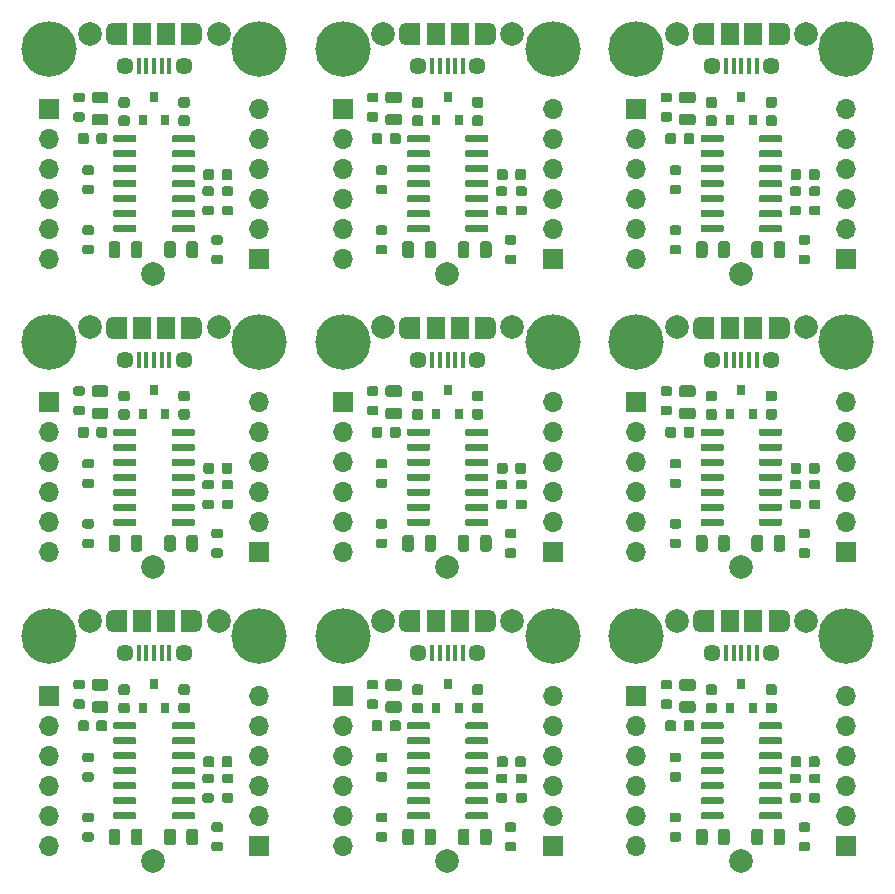
<source format=gbr>
G04 #@! TF.GenerationSoftware,KiCad,Pcbnew,5.1.5+dfsg1-2build2*
G04 #@! TF.CreationDate,2021-09-30T13:46:44+00:00*
G04 #@! TF.ProjectId,mcp2221a-breakout-panel,6d637032-3232-4316-912d-627265616b6f,rev?*
G04 #@! TF.SameCoordinates,Original*
G04 #@! TF.FileFunction,Soldermask,Top*
G04 #@! TF.FilePolarity,Negative*
%FSLAX46Y46*%
G04 Gerber Fmt 4.6, Leading zero omitted, Abs format (unit mm)*
G04 Created by KiCad (PCBNEW 5.1.5+dfsg1-2build2) date 2021-09-30 13:46:44*
%MOMM*%
%LPD*%
G04 APERTURE LIST*
%ADD10C,0.350000*%
%ADD11R,1.500000X1.900000*%
%ADD12C,1.450000*%
%ADD13R,0.400000X1.350000*%
%ADD14O,1.200000X1.900000*%
%ADD15R,1.200000X1.900000*%
%ADD16R,1.700000X1.700000*%
%ADD17O,1.700000X1.700000*%
%ADD18C,2.000000*%
%ADD19C,4.700000*%
%ADD20R,0.800000X0.900000*%
G04 APERTURE END LIST*
D10*
G04 #@! TO.C,C1*
G36*
X102532066Y-96477098D02*
G01*
X102553907Y-96480338D01*
X102575326Y-96485703D01*
X102596116Y-96493142D01*
X102616076Y-96502583D01*
X102635015Y-96513934D01*
X102652750Y-96527088D01*
X102669111Y-96541916D01*
X102683939Y-96558277D01*
X102697093Y-96576012D01*
X102708444Y-96594951D01*
X102717885Y-96614911D01*
X102725324Y-96635701D01*
X102730689Y-96657120D01*
X102733929Y-96678961D01*
X102735012Y-96701015D01*
X102735012Y-97151015D01*
X102733929Y-97173069D01*
X102730689Y-97194910D01*
X102725324Y-97216329D01*
X102717885Y-97237119D01*
X102708444Y-97257079D01*
X102697093Y-97276018D01*
X102683939Y-97293753D01*
X102669111Y-97310114D01*
X102652750Y-97324942D01*
X102635015Y-97338096D01*
X102616076Y-97349447D01*
X102596116Y-97358888D01*
X102575326Y-97366327D01*
X102553907Y-97371692D01*
X102532066Y-97374932D01*
X102510012Y-97376015D01*
X102010012Y-97376015D01*
X101987958Y-97374932D01*
X101966117Y-97371692D01*
X101944698Y-97366327D01*
X101923908Y-97358888D01*
X101903948Y-97349447D01*
X101885009Y-97338096D01*
X101867274Y-97324942D01*
X101850913Y-97310114D01*
X101836085Y-97293753D01*
X101822931Y-97276018D01*
X101811580Y-97257079D01*
X101802139Y-97237119D01*
X101794700Y-97216329D01*
X101789335Y-97194910D01*
X101786095Y-97173069D01*
X101785012Y-97151015D01*
X101785012Y-96701015D01*
X101786095Y-96678961D01*
X101789335Y-96657120D01*
X101794700Y-96635701D01*
X101802139Y-96614911D01*
X101811580Y-96594951D01*
X101822931Y-96576012D01*
X101836085Y-96558277D01*
X101850913Y-96541916D01*
X101867274Y-96527088D01*
X101885009Y-96513934D01*
X101903948Y-96502583D01*
X101923908Y-96493142D01*
X101944698Y-96485703D01*
X101966117Y-96480338D01*
X101987958Y-96477098D01*
X102010012Y-96476015D01*
X102510012Y-96476015D01*
X102532066Y-96477098D01*
G37*
G36*
X102532066Y-94927098D02*
G01*
X102553907Y-94930338D01*
X102575326Y-94935703D01*
X102596116Y-94943142D01*
X102616076Y-94952583D01*
X102635015Y-94963934D01*
X102652750Y-94977088D01*
X102669111Y-94991916D01*
X102683939Y-95008277D01*
X102697093Y-95026012D01*
X102708444Y-95044951D01*
X102717885Y-95064911D01*
X102725324Y-95085701D01*
X102730689Y-95107120D01*
X102733929Y-95128961D01*
X102735012Y-95151015D01*
X102735012Y-95601015D01*
X102733929Y-95623069D01*
X102730689Y-95644910D01*
X102725324Y-95666329D01*
X102717885Y-95687119D01*
X102708444Y-95707079D01*
X102697093Y-95726018D01*
X102683939Y-95743753D01*
X102669111Y-95760114D01*
X102652750Y-95774942D01*
X102635015Y-95788096D01*
X102616076Y-95799447D01*
X102596116Y-95808888D01*
X102575326Y-95816327D01*
X102553907Y-95821692D01*
X102532066Y-95824932D01*
X102510012Y-95826015D01*
X102010012Y-95826015D01*
X101987958Y-95824932D01*
X101966117Y-95821692D01*
X101944698Y-95816327D01*
X101923908Y-95808888D01*
X101903948Y-95799447D01*
X101885009Y-95788096D01*
X101867274Y-95774942D01*
X101850913Y-95760114D01*
X101836085Y-95743753D01*
X101822931Y-95726018D01*
X101811580Y-95707079D01*
X101802139Y-95687119D01*
X101794700Y-95666329D01*
X101789335Y-95644910D01*
X101786095Y-95623069D01*
X101785012Y-95601015D01*
X101785012Y-95151015D01*
X101786095Y-95128961D01*
X101789335Y-95107120D01*
X101794700Y-95085701D01*
X101802139Y-95064911D01*
X101811580Y-95044951D01*
X101822931Y-95026012D01*
X101836085Y-95008277D01*
X101850913Y-94991916D01*
X101867274Y-94977088D01*
X101885009Y-94963934D01*
X101903948Y-94952583D01*
X101923908Y-94943142D01*
X101944698Y-94935703D01*
X101966117Y-94930338D01*
X101987958Y-94927098D01*
X102010012Y-94926015D01*
X102510012Y-94926015D01*
X102532066Y-94927098D01*
G37*
G04 #@! TD*
G04 #@! TO.C,C2*
G36*
X97452066Y-96490098D02*
G01*
X97473907Y-96493338D01*
X97495326Y-96498703D01*
X97516116Y-96506142D01*
X97536076Y-96515583D01*
X97555015Y-96526934D01*
X97572750Y-96540088D01*
X97589111Y-96554916D01*
X97603939Y-96571277D01*
X97617093Y-96589012D01*
X97628444Y-96607951D01*
X97637885Y-96627911D01*
X97645324Y-96648701D01*
X97650689Y-96670120D01*
X97653929Y-96691961D01*
X97655012Y-96714015D01*
X97655012Y-97164015D01*
X97653929Y-97186069D01*
X97650689Y-97207910D01*
X97645324Y-97229329D01*
X97637885Y-97250119D01*
X97628444Y-97270079D01*
X97617093Y-97289018D01*
X97603939Y-97306753D01*
X97589111Y-97323114D01*
X97572750Y-97337942D01*
X97555015Y-97351096D01*
X97536076Y-97362447D01*
X97516116Y-97371888D01*
X97495326Y-97379327D01*
X97473907Y-97384692D01*
X97452066Y-97387932D01*
X97430012Y-97389015D01*
X96930012Y-97389015D01*
X96907958Y-97387932D01*
X96886117Y-97384692D01*
X96864698Y-97379327D01*
X96843908Y-97371888D01*
X96823948Y-97362447D01*
X96805009Y-97351096D01*
X96787274Y-97337942D01*
X96770913Y-97323114D01*
X96756085Y-97306753D01*
X96742931Y-97289018D01*
X96731580Y-97270079D01*
X96722139Y-97250119D01*
X96714700Y-97229329D01*
X96709335Y-97207910D01*
X96706095Y-97186069D01*
X96705012Y-97164015D01*
X96705012Y-96714015D01*
X96706095Y-96691961D01*
X96709335Y-96670120D01*
X96714700Y-96648701D01*
X96722139Y-96627911D01*
X96731580Y-96607951D01*
X96742931Y-96589012D01*
X96756085Y-96571277D01*
X96770913Y-96554916D01*
X96787274Y-96540088D01*
X96805009Y-96526934D01*
X96823948Y-96515583D01*
X96843908Y-96506142D01*
X96864698Y-96498703D01*
X96886117Y-96493338D01*
X96907958Y-96490098D01*
X96930012Y-96489015D01*
X97430012Y-96489015D01*
X97452066Y-96490098D01*
G37*
G36*
X97452066Y-94940098D02*
G01*
X97473907Y-94943338D01*
X97495326Y-94948703D01*
X97516116Y-94956142D01*
X97536076Y-94965583D01*
X97555015Y-94976934D01*
X97572750Y-94990088D01*
X97589111Y-95004916D01*
X97603939Y-95021277D01*
X97617093Y-95039012D01*
X97628444Y-95057951D01*
X97637885Y-95077911D01*
X97645324Y-95098701D01*
X97650689Y-95120120D01*
X97653929Y-95141961D01*
X97655012Y-95164015D01*
X97655012Y-95614015D01*
X97653929Y-95636069D01*
X97650689Y-95657910D01*
X97645324Y-95679329D01*
X97637885Y-95700119D01*
X97628444Y-95720079D01*
X97617093Y-95739018D01*
X97603939Y-95756753D01*
X97589111Y-95773114D01*
X97572750Y-95787942D01*
X97555015Y-95801096D01*
X97536076Y-95812447D01*
X97516116Y-95821888D01*
X97495326Y-95829327D01*
X97473907Y-95834692D01*
X97452066Y-95837932D01*
X97430012Y-95839015D01*
X96930012Y-95839015D01*
X96907958Y-95837932D01*
X96886117Y-95834692D01*
X96864698Y-95829327D01*
X96843908Y-95821888D01*
X96823948Y-95812447D01*
X96805009Y-95801096D01*
X96787274Y-95787942D01*
X96770913Y-95773114D01*
X96756085Y-95756753D01*
X96742931Y-95739018D01*
X96731580Y-95720079D01*
X96722139Y-95700119D01*
X96714700Y-95679329D01*
X96709335Y-95657910D01*
X96706095Y-95636069D01*
X96705012Y-95614015D01*
X96705012Y-95164015D01*
X96706095Y-95141961D01*
X96709335Y-95120120D01*
X96714700Y-95098701D01*
X96722139Y-95077911D01*
X96731580Y-95057951D01*
X96742931Y-95039012D01*
X96756085Y-95021277D01*
X96770913Y-95004916D01*
X96787274Y-94990088D01*
X96805009Y-94976934D01*
X96823948Y-94965583D01*
X96843908Y-94956142D01*
X96864698Y-94948703D01*
X96886117Y-94943338D01*
X96907958Y-94940098D01*
X96930012Y-94939015D01*
X97430012Y-94939015D01*
X97452066Y-94940098D01*
G37*
G04 #@! TD*
G04 #@! TO.C,C3*
G36*
X95535066Y-97976098D02*
G01*
X95556907Y-97979338D01*
X95578326Y-97984703D01*
X95599116Y-97992142D01*
X95619076Y-98001583D01*
X95638015Y-98012934D01*
X95655750Y-98026088D01*
X95672111Y-98040916D01*
X95686939Y-98057277D01*
X95700093Y-98075012D01*
X95711444Y-98093951D01*
X95720885Y-98113911D01*
X95728324Y-98134701D01*
X95733689Y-98156120D01*
X95736929Y-98177961D01*
X95738012Y-98200015D01*
X95738012Y-98700015D01*
X95736929Y-98722069D01*
X95733689Y-98743910D01*
X95728324Y-98765329D01*
X95720885Y-98786119D01*
X95711444Y-98806079D01*
X95700093Y-98825018D01*
X95686939Y-98842753D01*
X95672111Y-98859114D01*
X95655750Y-98873942D01*
X95638015Y-98887096D01*
X95619076Y-98898447D01*
X95599116Y-98907888D01*
X95578326Y-98915327D01*
X95556907Y-98920692D01*
X95535066Y-98923932D01*
X95513012Y-98925015D01*
X95063012Y-98925015D01*
X95040958Y-98923932D01*
X95019117Y-98920692D01*
X94997698Y-98915327D01*
X94976908Y-98907888D01*
X94956948Y-98898447D01*
X94938009Y-98887096D01*
X94920274Y-98873942D01*
X94903913Y-98859114D01*
X94889085Y-98842753D01*
X94875931Y-98825018D01*
X94864580Y-98806079D01*
X94855139Y-98786119D01*
X94847700Y-98765329D01*
X94842335Y-98743910D01*
X94839095Y-98722069D01*
X94838012Y-98700015D01*
X94838012Y-98200015D01*
X94839095Y-98177961D01*
X94842335Y-98156120D01*
X94847700Y-98134701D01*
X94855139Y-98113911D01*
X94864580Y-98093951D01*
X94875931Y-98075012D01*
X94889085Y-98057277D01*
X94903913Y-98040916D01*
X94920274Y-98026088D01*
X94938009Y-98012934D01*
X94956948Y-98001583D01*
X94976908Y-97992142D01*
X94997698Y-97984703D01*
X95019117Y-97979338D01*
X95040958Y-97976098D01*
X95063012Y-97975015D01*
X95513012Y-97975015D01*
X95535066Y-97976098D01*
G37*
G36*
X93985066Y-97976098D02*
G01*
X94006907Y-97979338D01*
X94028326Y-97984703D01*
X94049116Y-97992142D01*
X94069076Y-98001583D01*
X94088015Y-98012934D01*
X94105750Y-98026088D01*
X94122111Y-98040916D01*
X94136939Y-98057277D01*
X94150093Y-98075012D01*
X94161444Y-98093951D01*
X94170885Y-98113911D01*
X94178324Y-98134701D01*
X94183689Y-98156120D01*
X94186929Y-98177961D01*
X94188012Y-98200015D01*
X94188012Y-98700015D01*
X94186929Y-98722069D01*
X94183689Y-98743910D01*
X94178324Y-98765329D01*
X94170885Y-98786119D01*
X94161444Y-98806079D01*
X94150093Y-98825018D01*
X94136939Y-98842753D01*
X94122111Y-98859114D01*
X94105750Y-98873942D01*
X94088015Y-98887096D01*
X94069076Y-98898447D01*
X94049116Y-98907888D01*
X94028326Y-98915327D01*
X94006907Y-98920692D01*
X93985066Y-98923932D01*
X93963012Y-98925015D01*
X93513012Y-98925015D01*
X93490958Y-98923932D01*
X93469117Y-98920692D01*
X93447698Y-98915327D01*
X93426908Y-98907888D01*
X93406948Y-98898447D01*
X93388009Y-98887096D01*
X93370274Y-98873942D01*
X93353913Y-98859114D01*
X93339085Y-98842753D01*
X93325931Y-98825018D01*
X93314580Y-98806079D01*
X93305139Y-98786119D01*
X93297700Y-98765329D01*
X93292335Y-98743910D01*
X93289095Y-98722069D01*
X93288012Y-98700015D01*
X93288012Y-98200015D01*
X93289095Y-98177961D01*
X93292335Y-98156120D01*
X93297700Y-98134701D01*
X93305139Y-98113911D01*
X93314580Y-98093951D01*
X93325931Y-98075012D01*
X93339085Y-98057277D01*
X93353913Y-98040916D01*
X93370274Y-98026088D01*
X93388009Y-98012934D01*
X93406948Y-98001583D01*
X93426908Y-97992142D01*
X93447698Y-97984703D01*
X93469117Y-97979338D01*
X93490958Y-97976098D01*
X93513012Y-97975015D01*
X93963012Y-97975015D01*
X93985066Y-97976098D01*
G37*
G04 #@! TD*
G04 #@! TO.C,C4*
G36*
X104589566Y-101024098D02*
G01*
X104611407Y-101027338D01*
X104632826Y-101032703D01*
X104653616Y-101040142D01*
X104673576Y-101049583D01*
X104692515Y-101060934D01*
X104710250Y-101074088D01*
X104726611Y-101088916D01*
X104741439Y-101105277D01*
X104754593Y-101123012D01*
X104765944Y-101141951D01*
X104775385Y-101161911D01*
X104782824Y-101182701D01*
X104788189Y-101204120D01*
X104791429Y-101225961D01*
X104792512Y-101248015D01*
X104792512Y-101748015D01*
X104791429Y-101770069D01*
X104788189Y-101791910D01*
X104782824Y-101813329D01*
X104775385Y-101834119D01*
X104765944Y-101854079D01*
X104754593Y-101873018D01*
X104741439Y-101890753D01*
X104726611Y-101907114D01*
X104710250Y-101921942D01*
X104692515Y-101935096D01*
X104673576Y-101946447D01*
X104653616Y-101955888D01*
X104632826Y-101963327D01*
X104611407Y-101968692D01*
X104589566Y-101971932D01*
X104567512Y-101973015D01*
X104117512Y-101973015D01*
X104095458Y-101971932D01*
X104073617Y-101968692D01*
X104052198Y-101963327D01*
X104031408Y-101955888D01*
X104011448Y-101946447D01*
X103992509Y-101935096D01*
X103974774Y-101921942D01*
X103958413Y-101907114D01*
X103943585Y-101890753D01*
X103930431Y-101873018D01*
X103919080Y-101854079D01*
X103909639Y-101834119D01*
X103902200Y-101813329D01*
X103896835Y-101791910D01*
X103893595Y-101770069D01*
X103892512Y-101748015D01*
X103892512Y-101248015D01*
X103893595Y-101225961D01*
X103896835Y-101204120D01*
X103902200Y-101182701D01*
X103909639Y-101161911D01*
X103919080Y-101141951D01*
X103930431Y-101123012D01*
X103943585Y-101105277D01*
X103958413Y-101088916D01*
X103974774Y-101074088D01*
X103992509Y-101060934D01*
X104011448Y-101049583D01*
X104031408Y-101040142D01*
X104052198Y-101032703D01*
X104073617Y-101027338D01*
X104095458Y-101024098D01*
X104117512Y-101023015D01*
X104567512Y-101023015D01*
X104589566Y-101024098D01*
G37*
G36*
X106139566Y-101024098D02*
G01*
X106161407Y-101027338D01*
X106182826Y-101032703D01*
X106203616Y-101040142D01*
X106223576Y-101049583D01*
X106242515Y-101060934D01*
X106260250Y-101074088D01*
X106276611Y-101088916D01*
X106291439Y-101105277D01*
X106304593Y-101123012D01*
X106315944Y-101141951D01*
X106325385Y-101161911D01*
X106332824Y-101182701D01*
X106338189Y-101204120D01*
X106341429Y-101225961D01*
X106342512Y-101248015D01*
X106342512Y-101748015D01*
X106341429Y-101770069D01*
X106338189Y-101791910D01*
X106332824Y-101813329D01*
X106325385Y-101834119D01*
X106315944Y-101854079D01*
X106304593Y-101873018D01*
X106291439Y-101890753D01*
X106276611Y-101907114D01*
X106260250Y-101921942D01*
X106242515Y-101935096D01*
X106223576Y-101946447D01*
X106203616Y-101955888D01*
X106182826Y-101963327D01*
X106161407Y-101968692D01*
X106139566Y-101971932D01*
X106117512Y-101973015D01*
X105667512Y-101973015D01*
X105645458Y-101971932D01*
X105623617Y-101968692D01*
X105602198Y-101963327D01*
X105581408Y-101955888D01*
X105561448Y-101946447D01*
X105542509Y-101935096D01*
X105524774Y-101921942D01*
X105508413Y-101907114D01*
X105493585Y-101890753D01*
X105480431Y-101873018D01*
X105469080Y-101854079D01*
X105459639Y-101834119D01*
X105452200Y-101813329D01*
X105446835Y-101791910D01*
X105443595Y-101770069D01*
X105442512Y-101748015D01*
X105442512Y-101248015D01*
X105443595Y-101225961D01*
X105446835Y-101204120D01*
X105452200Y-101182701D01*
X105459639Y-101161911D01*
X105469080Y-101141951D01*
X105480431Y-101123012D01*
X105493585Y-101105277D01*
X105508413Y-101088916D01*
X105524774Y-101074088D01*
X105542509Y-101060934D01*
X105561448Y-101049583D01*
X105581408Y-101040142D01*
X105602198Y-101032703D01*
X105623617Y-101027338D01*
X105645458Y-101024098D01*
X105667512Y-101023015D01*
X106117512Y-101023015D01*
X106139566Y-101024098D01*
G37*
G04 #@! TD*
G04 #@! TO.C,D1*
G36*
X95628154Y-94486189D02*
G01*
X95651815Y-94489699D01*
X95675019Y-94495511D01*
X95697541Y-94503569D01*
X95719165Y-94513797D01*
X95739682Y-94526094D01*
X95758895Y-94540344D01*
X95776619Y-94556408D01*
X95792683Y-94574132D01*
X95806933Y-94593345D01*
X95819230Y-94613862D01*
X95829458Y-94635486D01*
X95837516Y-94658008D01*
X95843328Y-94681212D01*
X95846838Y-94704873D01*
X95848012Y-94728765D01*
X95848012Y-95216265D01*
X95846838Y-95240157D01*
X95843328Y-95263818D01*
X95837516Y-95287022D01*
X95829458Y-95309544D01*
X95819230Y-95331168D01*
X95806933Y-95351685D01*
X95792683Y-95370898D01*
X95776619Y-95388622D01*
X95758895Y-95404686D01*
X95739682Y-95418936D01*
X95719165Y-95431233D01*
X95697541Y-95441461D01*
X95675019Y-95449519D01*
X95651815Y-95455331D01*
X95628154Y-95458841D01*
X95604262Y-95460015D01*
X94691762Y-95460015D01*
X94667870Y-95458841D01*
X94644209Y-95455331D01*
X94621005Y-95449519D01*
X94598483Y-95441461D01*
X94576859Y-95431233D01*
X94556342Y-95418936D01*
X94537129Y-95404686D01*
X94519405Y-95388622D01*
X94503341Y-95370898D01*
X94489091Y-95351685D01*
X94476794Y-95331168D01*
X94466566Y-95309544D01*
X94458508Y-95287022D01*
X94452696Y-95263818D01*
X94449186Y-95240157D01*
X94448012Y-95216265D01*
X94448012Y-94728765D01*
X94449186Y-94704873D01*
X94452696Y-94681212D01*
X94458508Y-94658008D01*
X94466566Y-94635486D01*
X94476794Y-94613862D01*
X94489091Y-94593345D01*
X94503341Y-94574132D01*
X94519405Y-94556408D01*
X94537129Y-94540344D01*
X94556342Y-94526094D01*
X94576859Y-94513797D01*
X94598483Y-94503569D01*
X94621005Y-94495511D01*
X94644209Y-94489699D01*
X94667870Y-94486189D01*
X94691762Y-94485015D01*
X95604262Y-94485015D01*
X95628154Y-94486189D01*
G37*
G36*
X95628154Y-96361189D02*
G01*
X95651815Y-96364699D01*
X95675019Y-96370511D01*
X95697541Y-96378569D01*
X95719165Y-96388797D01*
X95739682Y-96401094D01*
X95758895Y-96415344D01*
X95776619Y-96431408D01*
X95792683Y-96449132D01*
X95806933Y-96468345D01*
X95819230Y-96488862D01*
X95829458Y-96510486D01*
X95837516Y-96533008D01*
X95843328Y-96556212D01*
X95846838Y-96579873D01*
X95848012Y-96603765D01*
X95848012Y-97091265D01*
X95846838Y-97115157D01*
X95843328Y-97138818D01*
X95837516Y-97162022D01*
X95829458Y-97184544D01*
X95819230Y-97206168D01*
X95806933Y-97226685D01*
X95792683Y-97245898D01*
X95776619Y-97263622D01*
X95758895Y-97279686D01*
X95739682Y-97293936D01*
X95719165Y-97306233D01*
X95697541Y-97316461D01*
X95675019Y-97324519D01*
X95651815Y-97330331D01*
X95628154Y-97333841D01*
X95604262Y-97335015D01*
X94691762Y-97335015D01*
X94667870Y-97333841D01*
X94644209Y-97330331D01*
X94621005Y-97324519D01*
X94598483Y-97316461D01*
X94576859Y-97306233D01*
X94556342Y-97293936D01*
X94537129Y-97279686D01*
X94519405Y-97263622D01*
X94503341Y-97245898D01*
X94489091Y-97226685D01*
X94476794Y-97206168D01*
X94466566Y-97184544D01*
X94458508Y-97162022D01*
X94452696Y-97138818D01*
X94449186Y-97115157D01*
X94448012Y-97091265D01*
X94448012Y-96603765D01*
X94449186Y-96579873D01*
X94452696Y-96556212D01*
X94458508Y-96533008D01*
X94466566Y-96510486D01*
X94476794Y-96488862D01*
X94489091Y-96468345D01*
X94503341Y-96449132D01*
X94519405Y-96431408D01*
X94537129Y-96415344D01*
X94556342Y-96401094D01*
X94576859Y-96388797D01*
X94598483Y-96378569D01*
X94621005Y-96370511D01*
X94644209Y-96364699D01*
X94667870Y-96361189D01*
X94691762Y-96360015D01*
X95604262Y-96360015D01*
X95628154Y-96361189D01*
G37*
G04 #@! TD*
D11*
G04 #@! TO.C,J1*
X98720012Y-89592515D03*
D12*
X102220012Y-92292515D03*
D13*
X100370012Y-92292515D03*
X101020012Y-92292515D03*
X98420012Y-92292515D03*
X99070012Y-92292515D03*
X99720012Y-92292515D03*
D12*
X97220012Y-92292515D03*
D11*
X100720012Y-89592515D03*
D14*
X103220012Y-89592515D03*
X96220012Y-89592515D03*
D15*
X96820012Y-89592515D03*
X102620012Y-89592515D03*
G04 #@! TD*
D10*
G04 #@! TO.C,R1*
G36*
X93664615Y-96208978D02*
G01*
X93684030Y-96211858D01*
X93703069Y-96216627D01*
X93721549Y-96223239D01*
X93739291Y-96231631D01*
X93756126Y-96241721D01*
X93771891Y-96253413D01*
X93786433Y-96266594D01*
X93799614Y-96281136D01*
X93811306Y-96296901D01*
X93821396Y-96313736D01*
X93829788Y-96331478D01*
X93836400Y-96349958D01*
X93841169Y-96368997D01*
X93844049Y-96388412D01*
X93845012Y-96408015D01*
X93845012Y-96808015D01*
X93844049Y-96827618D01*
X93841169Y-96847033D01*
X93836400Y-96866072D01*
X93829788Y-96884552D01*
X93821396Y-96902294D01*
X93811306Y-96919129D01*
X93799614Y-96934894D01*
X93786433Y-96949436D01*
X93771891Y-96962617D01*
X93756126Y-96974309D01*
X93739291Y-96984399D01*
X93721549Y-96992791D01*
X93703069Y-96999403D01*
X93684030Y-97004172D01*
X93664615Y-97007052D01*
X93645012Y-97008015D01*
X93095012Y-97008015D01*
X93075409Y-97007052D01*
X93055994Y-97004172D01*
X93036955Y-96999403D01*
X93018475Y-96992791D01*
X93000733Y-96984399D01*
X92983898Y-96974309D01*
X92968133Y-96962617D01*
X92953591Y-96949436D01*
X92940410Y-96934894D01*
X92928718Y-96919129D01*
X92918628Y-96902294D01*
X92910236Y-96884552D01*
X92903624Y-96866072D01*
X92898855Y-96847033D01*
X92895975Y-96827618D01*
X92895012Y-96808015D01*
X92895012Y-96408015D01*
X92895975Y-96388412D01*
X92898855Y-96368997D01*
X92903624Y-96349958D01*
X92910236Y-96331478D01*
X92918628Y-96313736D01*
X92928718Y-96296901D01*
X92940410Y-96281136D01*
X92953591Y-96266594D01*
X92968133Y-96253413D01*
X92983898Y-96241721D01*
X93000733Y-96231631D01*
X93018475Y-96223239D01*
X93036955Y-96216627D01*
X93055994Y-96211858D01*
X93075409Y-96208978D01*
X93095012Y-96208015D01*
X93645012Y-96208015D01*
X93664615Y-96208978D01*
G37*
G36*
X93664615Y-94558978D02*
G01*
X93684030Y-94561858D01*
X93703069Y-94566627D01*
X93721549Y-94573239D01*
X93739291Y-94581631D01*
X93756126Y-94591721D01*
X93771891Y-94603413D01*
X93786433Y-94616594D01*
X93799614Y-94631136D01*
X93811306Y-94646901D01*
X93821396Y-94663736D01*
X93829788Y-94681478D01*
X93836400Y-94699958D01*
X93841169Y-94718997D01*
X93844049Y-94738412D01*
X93845012Y-94758015D01*
X93845012Y-95158015D01*
X93844049Y-95177618D01*
X93841169Y-95197033D01*
X93836400Y-95216072D01*
X93829788Y-95234552D01*
X93821396Y-95252294D01*
X93811306Y-95269129D01*
X93799614Y-95284894D01*
X93786433Y-95299436D01*
X93771891Y-95312617D01*
X93756126Y-95324309D01*
X93739291Y-95334399D01*
X93721549Y-95342791D01*
X93703069Y-95349403D01*
X93684030Y-95354172D01*
X93664615Y-95357052D01*
X93645012Y-95358015D01*
X93095012Y-95358015D01*
X93075409Y-95357052D01*
X93055994Y-95354172D01*
X93036955Y-95349403D01*
X93018475Y-95342791D01*
X93000733Y-95334399D01*
X92983898Y-95324309D01*
X92968133Y-95312617D01*
X92953591Y-95299436D01*
X92940410Y-95284894D01*
X92928718Y-95269129D01*
X92918628Y-95252294D01*
X92910236Y-95234552D01*
X92903624Y-95216072D01*
X92898855Y-95197033D01*
X92895975Y-95177618D01*
X92895012Y-95158015D01*
X92895012Y-94758015D01*
X92895975Y-94738412D01*
X92898855Y-94718997D01*
X92903624Y-94699958D01*
X92910236Y-94681478D01*
X92918628Y-94663736D01*
X92928718Y-94646901D01*
X92940410Y-94631136D01*
X92953591Y-94616594D01*
X92968133Y-94603413D01*
X92983898Y-94591721D01*
X93000733Y-94581631D01*
X93018475Y-94573239D01*
X93036955Y-94566627D01*
X93055994Y-94561858D01*
X93075409Y-94558978D01*
X93095012Y-94558015D01*
X93645012Y-94558015D01*
X93664615Y-94558978D01*
G37*
G04 #@! TD*
G04 #@! TO.C,R2*
G36*
X94426615Y-100717978D02*
G01*
X94446030Y-100720858D01*
X94465069Y-100725627D01*
X94483549Y-100732239D01*
X94501291Y-100740631D01*
X94518126Y-100750721D01*
X94533891Y-100762413D01*
X94548433Y-100775594D01*
X94561614Y-100790136D01*
X94573306Y-100805901D01*
X94583396Y-100822736D01*
X94591788Y-100840478D01*
X94598400Y-100858958D01*
X94603169Y-100877997D01*
X94606049Y-100897412D01*
X94607012Y-100917015D01*
X94607012Y-101317015D01*
X94606049Y-101336618D01*
X94603169Y-101356033D01*
X94598400Y-101375072D01*
X94591788Y-101393552D01*
X94583396Y-101411294D01*
X94573306Y-101428129D01*
X94561614Y-101443894D01*
X94548433Y-101458436D01*
X94533891Y-101471617D01*
X94518126Y-101483309D01*
X94501291Y-101493399D01*
X94483549Y-101501791D01*
X94465069Y-101508403D01*
X94446030Y-101513172D01*
X94426615Y-101516052D01*
X94407012Y-101517015D01*
X93857012Y-101517015D01*
X93837409Y-101516052D01*
X93817994Y-101513172D01*
X93798955Y-101508403D01*
X93780475Y-101501791D01*
X93762733Y-101493399D01*
X93745898Y-101483309D01*
X93730133Y-101471617D01*
X93715591Y-101458436D01*
X93702410Y-101443894D01*
X93690718Y-101428129D01*
X93680628Y-101411294D01*
X93672236Y-101393552D01*
X93665624Y-101375072D01*
X93660855Y-101356033D01*
X93657975Y-101336618D01*
X93657012Y-101317015D01*
X93657012Y-100917015D01*
X93657975Y-100897412D01*
X93660855Y-100877997D01*
X93665624Y-100858958D01*
X93672236Y-100840478D01*
X93680628Y-100822736D01*
X93690718Y-100805901D01*
X93702410Y-100790136D01*
X93715591Y-100775594D01*
X93730133Y-100762413D01*
X93745898Y-100750721D01*
X93762733Y-100740631D01*
X93780475Y-100732239D01*
X93798955Y-100725627D01*
X93817994Y-100720858D01*
X93837409Y-100717978D01*
X93857012Y-100717015D01*
X94407012Y-100717015D01*
X94426615Y-100717978D01*
G37*
G36*
X94426615Y-102367978D02*
G01*
X94446030Y-102370858D01*
X94465069Y-102375627D01*
X94483549Y-102382239D01*
X94501291Y-102390631D01*
X94518126Y-102400721D01*
X94533891Y-102412413D01*
X94548433Y-102425594D01*
X94561614Y-102440136D01*
X94573306Y-102455901D01*
X94583396Y-102472736D01*
X94591788Y-102490478D01*
X94598400Y-102508958D01*
X94603169Y-102527997D01*
X94606049Y-102547412D01*
X94607012Y-102567015D01*
X94607012Y-102967015D01*
X94606049Y-102986618D01*
X94603169Y-103006033D01*
X94598400Y-103025072D01*
X94591788Y-103043552D01*
X94583396Y-103061294D01*
X94573306Y-103078129D01*
X94561614Y-103093894D01*
X94548433Y-103108436D01*
X94533891Y-103121617D01*
X94518126Y-103133309D01*
X94501291Y-103143399D01*
X94483549Y-103151791D01*
X94465069Y-103158403D01*
X94446030Y-103163172D01*
X94426615Y-103166052D01*
X94407012Y-103167015D01*
X93857012Y-103167015D01*
X93837409Y-103166052D01*
X93817994Y-103163172D01*
X93798955Y-103158403D01*
X93780475Y-103151791D01*
X93762733Y-103143399D01*
X93745898Y-103133309D01*
X93730133Y-103121617D01*
X93715591Y-103108436D01*
X93702410Y-103093894D01*
X93690718Y-103078129D01*
X93680628Y-103061294D01*
X93672236Y-103043552D01*
X93665624Y-103025072D01*
X93660855Y-103006033D01*
X93657975Y-102986618D01*
X93657012Y-102967015D01*
X93657012Y-102567015D01*
X93657975Y-102547412D01*
X93660855Y-102527997D01*
X93665624Y-102508958D01*
X93672236Y-102490478D01*
X93680628Y-102472736D01*
X93690718Y-102455901D01*
X93702410Y-102440136D01*
X93715591Y-102425594D01*
X93730133Y-102412413D01*
X93745898Y-102400721D01*
X93762733Y-102390631D01*
X93780475Y-102382239D01*
X93798955Y-102375627D01*
X93817994Y-102370858D01*
X93837409Y-102367978D01*
X93857012Y-102367015D01*
X94407012Y-102367015D01*
X94426615Y-102367978D01*
G37*
G04 #@! TD*
G04 #@! TO.C,R3*
G36*
X94426615Y-105798978D02*
G01*
X94446030Y-105801858D01*
X94465069Y-105806627D01*
X94483549Y-105813239D01*
X94501291Y-105821631D01*
X94518126Y-105831721D01*
X94533891Y-105843413D01*
X94548433Y-105856594D01*
X94561614Y-105871136D01*
X94573306Y-105886901D01*
X94583396Y-105903736D01*
X94591788Y-105921478D01*
X94598400Y-105939958D01*
X94603169Y-105958997D01*
X94606049Y-105978412D01*
X94607012Y-105998015D01*
X94607012Y-106398015D01*
X94606049Y-106417618D01*
X94603169Y-106437033D01*
X94598400Y-106456072D01*
X94591788Y-106474552D01*
X94583396Y-106492294D01*
X94573306Y-106509129D01*
X94561614Y-106524894D01*
X94548433Y-106539436D01*
X94533891Y-106552617D01*
X94518126Y-106564309D01*
X94501291Y-106574399D01*
X94483549Y-106582791D01*
X94465069Y-106589403D01*
X94446030Y-106594172D01*
X94426615Y-106597052D01*
X94407012Y-106598015D01*
X93857012Y-106598015D01*
X93837409Y-106597052D01*
X93817994Y-106594172D01*
X93798955Y-106589403D01*
X93780475Y-106582791D01*
X93762733Y-106574399D01*
X93745898Y-106564309D01*
X93730133Y-106552617D01*
X93715591Y-106539436D01*
X93702410Y-106524894D01*
X93690718Y-106509129D01*
X93680628Y-106492294D01*
X93672236Y-106474552D01*
X93665624Y-106456072D01*
X93660855Y-106437033D01*
X93657975Y-106417618D01*
X93657012Y-106398015D01*
X93657012Y-105998015D01*
X93657975Y-105978412D01*
X93660855Y-105958997D01*
X93665624Y-105939958D01*
X93672236Y-105921478D01*
X93680628Y-105903736D01*
X93690718Y-105886901D01*
X93702410Y-105871136D01*
X93715591Y-105856594D01*
X93730133Y-105843413D01*
X93745898Y-105831721D01*
X93762733Y-105821631D01*
X93780475Y-105813239D01*
X93798955Y-105806627D01*
X93817994Y-105801858D01*
X93837409Y-105798978D01*
X93857012Y-105798015D01*
X94407012Y-105798015D01*
X94426615Y-105798978D01*
G37*
G36*
X94426615Y-107448978D02*
G01*
X94446030Y-107451858D01*
X94465069Y-107456627D01*
X94483549Y-107463239D01*
X94501291Y-107471631D01*
X94518126Y-107481721D01*
X94533891Y-107493413D01*
X94548433Y-107506594D01*
X94561614Y-107521136D01*
X94573306Y-107536901D01*
X94583396Y-107553736D01*
X94591788Y-107571478D01*
X94598400Y-107589958D01*
X94603169Y-107608997D01*
X94606049Y-107628412D01*
X94607012Y-107648015D01*
X94607012Y-108048015D01*
X94606049Y-108067618D01*
X94603169Y-108087033D01*
X94598400Y-108106072D01*
X94591788Y-108124552D01*
X94583396Y-108142294D01*
X94573306Y-108159129D01*
X94561614Y-108174894D01*
X94548433Y-108189436D01*
X94533891Y-108202617D01*
X94518126Y-108214309D01*
X94501291Y-108224399D01*
X94483549Y-108232791D01*
X94465069Y-108239403D01*
X94446030Y-108244172D01*
X94426615Y-108247052D01*
X94407012Y-108248015D01*
X93857012Y-108248015D01*
X93837409Y-108247052D01*
X93817994Y-108244172D01*
X93798955Y-108239403D01*
X93780475Y-108232791D01*
X93762733Y-108224399D01*
X93745898Y-108214309D01*
X93730133Y-108202617D01*
X93715591Y-108189436D01*
X93702410Y-108174894D01*
X93690718Y-108159129D01*
X93680628Y-108142294D01*
X93672236Y-108124552D01*
X93665624Y-108106072D01*
X93660855Y-108087033D01*
X93657975Y-108067618D01*
X93657012Y-108048015D01*
X93657012Y-107648015D01*
X93657975Y-107628412D01*
X93660855Y-107608997D01*
X93665624Y-107589958D01*
X93672236Y-107571478D01*
X93680628Y-107553736D01*
X93690718Y-107536901D01*
X93702410Y-107521136D01*
X93715591Y-107506594D01*
X93730133Y-107493413D01*
X93745898Y-107481721D01*
X93762733Y-107471631D01*
X93780475Y-107463239D01*
X93798955Y-107456627D01*
X93817994Y-107451858D01*
X93837409Y-107448978D01*
X93857012Y-107448015D01*
X94407012Y-107448015D01*
X94426615Y-107448978D01*
G37*
G04 #@! TD*
G04 #@! TO.C,R4*
G36*
X105348615Y-108273978D02*
G01*
X105368030Y-108276858D01*
X105387069Y-108281627D01*
X105405549Y-108288239D01*
X105423291Y-108296631D01*
X105440126Y-108306721D01*
X105455891Y-108318413D01*
X105470433Y-108331594D01*
X105483614Y-108346136D01*
X105495306Y-108361901D01*
X105505396Y-108378736D01*
X105513788Y-108396478D01*
X105520400Y-108414958D01*
X105525169Y-108433997D01*
X105528049Y-108453412D01*
X105529012Y-108473015D01*
X105529012Y-108873015D01*
X105528049Y-108892618D01*
X105525169Y-108912033D01*
X105520400Y-108931072D01*
X105513788Y-108949552D01*
X105505396Y-108967294D01*
X105495306Y-108984129D01*
X105483614Y-108999894D01*
X105470433Y-109014436D01*
X105455891Y-109027617D01*
X105440126Y-109039309D01*
X105423291Y-109049399D01*
X105405549Y-109057791D01*
X105387069Y-109064403D01*
X105368030Y-109069172D01*
X105348615Y-109072052D01*
X105329012Y-109073015D01*
X104779012Y-109073015D01*
X104759409Y-109072052D01*
X104739994Y-109069172D01*
X104720955Y-109064403D01*
X104702475Y-109057791D01*
X104684733Y-109049399D01*
X104667898Y-109039309D01*
X104652133Y-109027617D01*
X104637591Y-109014436D01*
X104624410Y-108999894D01*
X104612718Y-108984129D01*
X104602628Y-108967294D01*
X104594236Y-108949552D01*
X104587624Y-108931072D01*
X104582855Y-108912033D01*
X104579975Y-108892618D01*
X104579012Y-108873015D01*
X104579012Y-108473015D01*
X104579975Y-108453412D01*
X104582855Y-108433997D01*
X104587624Y-108414958D01*
X104594236Y-108396478D01*
X104602628Y-108378736D01*
X104612718Y-108361901D01*
X104624410Y-108346136D01*
X104637591Y-108331594D01*
X104652133Y-108318413D01*
X104667898Y-108306721D01*
X104684733Y-108296631D01*
X104702475Y-108288239D01*
X104720955Y-108281627D01*
X104739994Y-108276858D01*
X104759409Y-108273978D01*
X104779012Y-108273015D01*
X105329012Y-108273015D01*
X105348615Y-108273978D01*
G37*
G36*
X105348615Y-106623978D02*
G01*
X105368030Y-106626858D01*
X105387069Y-106631627D01*
X105405549Y-106638239D01*
X105423291Y-106646631D01*
X105440126Y-106656721D01*
X105455891Y-106668413D01*
X105470433Y-106681594D01*
X105483614Y-106696136D01*
X105495306Y-106711901D01*
X105505396Y-106728736D01*
X105513788Y-106746478D01*
X105520400Y-106764958D01*
X105525169Y-106783997D01*
X105528049Y-106803412D01*
X105529012Y-106823015D01*
X105529012Y-107223015D01*
X105528049Y-107242618D01*
X105525169Y-107262033D01*
X105520400Y-107281072D01*
X105513788Y-107299552D01*
X105505396Y-107317294D01*
X105495306Y-107334129D01*
X105483614Y-107349894D01*
X105470433Y-107364436D01*
X105455891Y-107377617D01*
X105440126Y-107389309D01*
X105423291Y-107399399D01*
X105405549Y-107407791D01*
X105387069Y-107414403D01*
X105368030Y-107419172D01*
X105348615Y-107422052D01*
X105329012Y-107423015D01*
X104779012Y-107423015D01*
X104759409Y-107422052D01*
X104739994Y-107419172D01*
X104720955Y-107414403D01*
X104702475Y-107407791D01*
X104684733Y-107399399D01*
X104667898Y-107389309D01*
X104652133Y-107377617D01*
X104637591Y-107364436D01*
X104624410Y-107349894D01*
X104612718Y-107334129D01*
X104602628Y-107317294D01*
X104594236Y-107299552D01*
X104587624Y-107281072D01*
X104582855Y-107262033D01*
X104579975Y-107242618D01*
X104579012Y-107223015D01*
X104579012Y-106823015D01*
X104579975Y-106803412D01*
X104582855Y-106783997D01*
X104587624Y-106764958D01*
X104594236Y-106746478D01*
X104602628Y-106728736D01*
X104612718Y-106711901D01*
X104624410Y-106696136D01*
X104637591Y-106681594D01*
X104652133Y-106668413D01*
X104667898Y-106656721D01*
X104684733Y-106646631D01*
X104702475Y-106638239D01*
X104720955Y-106631627D01*
X104739994Y-106626858D01*
X104759409Y-106623978D01*
X104779012Y-106623015D01*
X105329012Y-106623015D01*
X105348615Y-106623978D01*
G37*
G04 #@! TD*
G04 #@! TO.C,U2*
G36*
X98084715Y-98150737D02*
G01*
X98099276Y-98152897D01*
X98113555Y-98156474D01*
X98127415Y-98161433D01*
X98140722Y-98167727D01*
X98153348Y-98175295D01*
X98165171Y-98184063D01*
X98176078Y-98193949D01*
X98185964Y-98204856D01*
X98194732Y-98216679D01*
X98202300Y-98229305D01*
X98208594Y-98242612D01*
X98213553Y-98256472D01*
X98217130Y-98270751D01*
X98219290Y-98285312D01*
X98220012Y-98300015D01*
X98220012Y-98600015D01*
X98219290Y-98614718D01*
X98217130Y-98629279D01*
X98213553Y-98643558D01*
X98208594Y-98657418D01*
X98202300Y-98670725D01*
X98194732Y-98683351D01*
X98185964Y-98695174D01*
X98176078Y-98706081D01*
X98165171Y-98715967D01*
X98153348Y-98724735D01*
X98140722Y-98732303D01*
X98127415Y-98738597D01*
X98113555Y-98743556D01*
X98099276Y-98747133D01*
X98084715Y-98749293D01*
X98070012Y-98750015D01*
X96420012Y-98750015D01*
X96405309Y-98749293D01*
X96390748Y-98747133D01*
X96376469Y-98743556D01*
X96362609Y-98738597D01*
X96349302Y-98732303D01*
X96336676Y-98724735D01*
X96324853Y-98715967D01*
X96313946Y-98706081D01*
X96304060Y-98695174D01*
X96295292Y-98683351D01*
X96287724Y-98670725D01*
X96281430Y-98657418D01*
X96276471Y-98643558D01*
X96272894Y-98629279D01*
X96270734Y-98614718D01*
X96270012Y-98600015D01*
X96270012Y-98300015D01*
X96270734Y-98285312D01*
X96272894Y-98270751D01*
X96276471Y-98256472D01*
X96281430Y-98242612D01*
X96287724Y-98229305D01*
X96295292Y-98216679D01*
X96304060Y-98204856D01*
X96313946Y-98193949D01*
X96324853Y-98184063D01*
X96336676Y-98175295D01*
X96349302Y-98167727D01*
X96362609Y-98161433D01*
X96376469Y-98156474D01*
X96390748Y-98152897D01*
X96405309Y-98150737D01*
X96420012Y-98150015D01*
X98070012Y-98150015D01*
X98084715Y-98150737D01*
G37*
G36*
X98084715Y-99420737D02*
G01*
X98099276Y-99422897D01*
X98113555Y-99426474D01*
X98127415Y-99431433D01*
X98140722Y-99437727D01*
X98153348Y-99445295D01*
X98165171Y-99454063D01*
X98176078Y-99463949D01*
X98185964Y-99474856D01*
X98194732Y-99486679D01*
X98202300Y-99499305D01*
X98208594Y-99512612D01*
X98213553Y-99526472D01*
X98217130Y-99540751D01*
X98219290Y-99555312D01*
X98220012Y-99570015D01*
X98220012Y-99870015D01*
X98219290Y-99884718D01*
X98217130Y-99899279D01*
X98213553Y-99913558D01*
X98208594Y-99927418D01*
X98202300Y-99940725D01*
X98194732Y-99953351D01*
X98185964Y-99965174D01*
X98176078Y-99976081D01*
X98165171Y-99985967D01*
X98153348Y-99994735D01*
X98140722Y-100002303D01*
X98127415Y-100008597D01*
X98113555Y-100013556D01*
X98099276Y-100017133D01*
X98084715Y-100019293D01*
X98070012Y-100020015D01*
X96420012Y-100020015D01*
X96405309Y-100019293D01*
X96390748Y-100017133D01*
X96376469Y-100013556D01*
X96362609Y-100008597D01*
X96349302Y-100002303D01*
X96336676Y-99994735D01*
X96324853Y-99985967D01*
X96313946Y-99976081D01*
X96304060Y-99965174D01*
X96295292Y-99953351D01*
X96287724Y-99940725D01*
X96281430Y-99927418D01*
X96276471Y-99913558D01*
X96272894Y-99899279D01*
X96270734Y-99884718D01*
X96270012Y-99870015D01*
X96270012Y-99570015D01*
X96270734Y-99555312D01*
X96272894Y-99540751D01*
X96276471Y-99526472D01*
X96281430Y-99512612D01*
X96287724Y-99499305D01*
X96295292Y-99486679D01*
X96304060Y-99474856D01*
X96313946Y-99463949D01*
X96324853Y-99454063D01*
X96336676Y-99445295D01*
X96349302Y-99437727D01*
X96362609Y-99431433D01*
X96376469Y-99426474D01*
X96390748Y-99422897D01*
X96405309Y-99420737D01*
X96420012Y-99420015D01*
X98070012Y-99420015D01*
X98084715Y-99420737D01*
G37*
G36*
X98084715Y-100690737D02*
G01*
X98099276Y-100692897D01*
X98113555Y-100696474D01*
X98127415Y-100701433D01*
X98140722Y-100707727D01*
X98153348Y-100715295D01*
X98165171Y-100724063D01*
X98176078Y-100733949D01*
X98185964Y-100744856D01*
X98194732Y-100756679D01*
X98202300Y-100769305D01*
X98208594Y-100782612D01*
X98213553Y-100796472D01*
X98217130Y-100810751D01*
X98219290Y-100825312D01*
X98220012Y-100840015D01*
X98220012Y-101140015D01*
X98219290Y-101154718D01*
X98217130Y-101169279D01*
X98213553Y-101183558D01*
X98208594Y-101197418D01*
X98202300Y-101210725D01*
X98194732Y-101223351D01*
X98185964Y-101235174D01*
X98176078Y-101246081D01*
X98165171Y-101255967D01*
X98153348Y-101264735D01*
X98140722Y-101272303D01*
X98127415Y-101278597D01*
X98113555Y-101283556D01*
X98099276Y-101287133D01*
X98084715Y-101289293D01*
X98070012Y-101290015D01*
X96420012Y-101290015D01*
X96405309Y-101289293D01*
X96390748Y-101287133D01*
X96376469Y-101283556D01*
X96362609Y-101278597D01*
X96349302Y-101272303D01*
X96336676Y-101264735D01*
X96324853Y-101255967D01*
X96313946Y-101246081D01*
X96304060Y-101235174D01*
X96295292Y-101223351D01*
X96287724Y-101210725D01*
X96281430Y-101197418D01*
X96276471Y-101183558D01*
X96272894Y-101169279D01*
X96270734Y-101154718D01*
X96270012Y-101140015D01*
X96270012Y-100840015D01*
X96270734Y-100825312D01*
X96272894Y-100810751D01*
X96276471Y-100796472D01*
X96281430Y-100782612D01*
X96287724Y-100769305D01*
X96295292Y-100756679D01*
X96304060Y-100744856D01*
X96313946Y-100733949D01*
X96324853Y-100724063D01*
X96336676Y-100715295D01*
X96349302Y-100707727D01*
X96362609Y-100701433D01*
X96376469Y-100696474D01*
X96390748Y-100692897D01*
X96405309Y-100690737D01*
X96420012Y-100690015D01*
X98070012Y-100690015D01*
X98084715Y-100690737D01*
G37*
G36*
X98084715Y-101960737D02*
G01*
X98099276Y-101962897D01*
X98113555Y-101966474D01*
X98127415Y-101971433D01*
X98140722Y-101977727D01*
X98153348Y-101985295D01*
X98165171Y-101994063D01*
X98176078Y-102003949D01*
X98185964Y-102014856D01*
X98194732Y-102026679D01*
X98202300Y-102039305D01*
X98208594Y-102052612D01*
X98213553Y-102066472D01*
X98217130Y-102080751D01*
X98219290Y-102095312D01*
X98220012Y-102110015D01*
X98220012Y-102410015D01*
X98219290Y-102424718D01*
X98217130Y-102439279D01*
X98213553Y-102453558D01*
X98208594Y-102467418D01*
X98202300Y-102480725D01*
X98194732Y-102493351D01*
X98185964Y-102505174D01*
X98176078Y-102516081D01*
X98165171Y-102525967D01*
X98153348Y-102534735D01*
X98140722Y-102542303D01*
X98127415Y-102548597D01*
X98113555Y-102553556D01*
X98099276Y-102557133D01*
X98084715Y-102559293D01*
X98070012Y-102560015D01*
X96420012Y-102560015D01*
X96405309Y-102559293D01*
X96390748Y-102557133D01*
X96376469Y-102553556D01*
X96362609Y-102548597D01*
X96349302Y-102542303D01*
X96336676Y-102534735D01*
X96324853Y-102525967D01*
X96313946Y-102516081D01*
X96304060Y-102505174D01*
X96295292Y-102493351D01*
X96287724Y-102480725D01*
X96281430Y-102467418D01*
X96276471Y-102453558D01*
X96272894Y-102439279D01*
X96270734Y-102424718D01*
X96270012Y-102410015D01*
X96270012Y-102110015D01*
X96270734Y-102095312D01*
X96272894Y-102080751D01*
X96276471Y-102066472D01*
X96281430Y-102052612D01*
X96287724Y-102039305D01*
X96295292Y-102026679D01*
X96304060Y-102014856D01*
X96313946Y-102003949D01*
X96324853Y-101994063D01*
X96336676Y-101985295D01*
X96349302Y-101977727D01*
X96362609Y-101971433D01*
X96376469Y-101966474D01*
X96390748Y-101962897D01*
X96405309Y-101960737D01*
X96420012Y-101960015D01*
X98070012Y-101960015D01*
X98084715Y-101960737D01*
G37*
G36*
X98084715Y-103230737D02*
G01*
X98099276Y-103232897D01*
X98113555Y-103236474D01*
X98127415Y-103241433D01*
X98140722Y-103247727D01*
X98153348Y-103255295D01*
X98165171Y-103264063D01*
X98176078Y-103273949D01*
X98185964Y-103284856D01*
X98194732Y-103296679D01*
X98202300Y-103309305D01*
X98208594Y-103322612D01*
X98213553Y-103336472D01*
X98217130Y-103350751D01*
X98219290Y-103365312D01*
X98220012Y-103380015D01*
X98220012Y-103680015D01*
X98219290Y-103694718D01*
X98217130Y-103709279D01*
X98213553Y-103723558D01*
X98208594Y-103737418D01*
X98202300Y-103750725D01*
X98194732Y-103763351D01*
X98185964Y-103775174D01*
X98176078Y-103786081D01*
X98165171Y-103795967D01*
X98153348Y-103804735D01*
X98140722Y-103812303D01*
X98127415Y-103818597D01*
X98113555Y-103823556D01*
X98099276Y-103827133D01*
X98084715Y-103829293D01*
X98070012Y-103830015D01*
X96420012Y-103830015D01*
X96405309Y-103829293D01*
X96390748Y-103827133D01*
X96376469Y-103823556D01*
X96362609Y-103818597D01*
X96349302Y-103812303D01*
X96336676Y-103804735D01*
X96324853Y-103795967D01*
X96313946Y-103786081D01*
X96304060Y-103775174D01*
X96295292Y-103763351D01*
X96287724Y-103750725D01*
X96281430Y-103737418D01*
X96276471Y-103723558D01*
X96272894Y-103709279D01*
X96270734Y-103694718D01*
X96270012Y-103680015D01*
X96270012Y-103380015D01*
X96270734Y-103365312D01*
X96272894Y-103350751D01*
X96276471Y-103336472D01*
X96281430Y-103322612D01*
X96287724Y-103309305D01*
X96295292Y-103296679D01*
X96304060Y-103284856D01*
X96313946Y-103273949D01*
X96324853Y-103264063D01*
X96336676Y-103255295D01*
X96349302Y-103247727D01*
X96362609Y-103241433D01*
X96376469Y-103236474D01*
X96390748Y-103232897D01*
X96405309Y-103230737D01*
X96420012Y-103230015D01*
X98070012Y-103230015D01*
X98084715Y-103230737D01*
G37*
G36*
X98084715Y-104500737D02*
G01*
X98099276Y-104502897D01*
X98113555Y-104506474D01*
X98127415Y-104511433D01*
X98140722Y-104517727D01*
X98153348Y-104525295D01*
X98165171Y-104534063D01*
X98176078Y-104543949D01*
X98185964Y-104554856D01*
X98194732Y-104566679D01*
X98202300Y-104579305D01*
X98208594Y-104592612D01*
X98213553Y-104606472D01*
X98217130Y-104620751D01*
X98219290Y-104635312D01*
X98220012Y-104650015D01*
X98220012Y-104950015D01*
X98219290Y-104964718D01*
X98217130Y-104979279D01*
X98213553Y-104993558D01*
X98208594Y-105007418D01*
X98202300Y-105020725D01*
X98194732Y-105033351D01*
X98185964Y-105045174D01*
X98176078Y-105056081D01*
X98165171Y-105065967D01*
X98153348Y-105074735D01*
X98140722Y-105082303D01*
X98127415Y-105088597D01*
X98113555Y-105093556D01*
X98099276Y-105097133D01*
X98084715Y-105099293D01*
X98070012Y-105100015D01*
X96420012Y-105100015D01*
X96405309Y-105099293D01*
X96390748Y-105097133D01*
X96376469Y-105093556D01*
X96362609Y-105088597D01*
X96349302Y-105082303D01*
X96336676Y-105074735D01*
X96324853Y-105065967D01*
X96313946Y-105056081D01*
X96304060Y-105045174D01*
X96295292Y-105033351D01*
X96287724Y-105020725D01*
X96281430Y-105007418D01*
X96276471Y-104993558D01*
X96272894Y-104979279D01*
X96270734Y-104964718D01*
X96270012Y-104950015D01*
X96270012Y-104650015D01*
X96270734Y-104635312D01*
X96272894Y-104620751D01*
X96276471Y-104606472D01*
X96281430Y-104592612D01*
X96287724Y-104579305D01*
X96295292Y-104566679D01*
X96304060Y-104554856D01*
X96313946Y-104543949D01*
X96324853Y-104534063D01*
X96336676Y-104525295D01*
X96349302Y-104517727D01*
X96362609Y-104511433D01*
X96376469Y-104506474D01*
X96390748Y-104502897D01*
X96405309Y-104500737D01*
X96420012Y-104500015D01*
X98070012Y-104500015D01*
X98084715Y-104500737D01*
G37*
G36*
X98084715Y-105770737D02*
G01*
X98099276Y-105772897D01*
X98113555Y-105776474D01*
X98127415Y-105781433D01*
X98140722Y-105787727D01*
X98153348Y-105795295D01*
X98165171Y-105804063D01*
X98176078Y-105813949D01*
X98185964Y-105824856D01*
X98194732Y-105836679D01*
X98202300Y-105849305D01*
X98208594Y-105862612D01*
X98213553Y-105876472D01*
X98217130Y-105890751D01*
X98219290Y-105905312D01*
X98220012Y-105920015D01*
X98220012Y-106220015D01*
X98219290Y-106234718D01*
X98217130Y-106249279D01*
X98213553Y-106263558D01*
X98208594Y-106277418D01*
X98202300Y-106290725D01*
X98194732Y-106303351D01*
X98185964Y-106315174D01*
X98176078Y-106326081D01*
X98165171Y-106335967D01*
X98153348Y-106344735D01*
X98140722Y-106352303D01*
X98127415Y-106358597D01*
X98113555Y-106363556D01*
X98099276Y-106367133D01*
X98084715Y-106369293D01*
X98070012Y-106370015D01*
X96420012Y-106370015D01*
X96405309Y-106369293D01*
X96390748Y-106367133D01*
X96376469Y-106363556D01*
X96362609Y-106358597D01*
X96349302Y-106352303D01*
X96336676Y-106344735D01*
X96324853Y-106335967D01*
X96313946Y-106326081D01*
X96304060Y-106315174D01*
X96295292Y-106303351D01*
X96287724Y-106290725D01*
X96281430Y-106277418D01*
X96276471Y-106263558D01*
X96272894Y-106249279D01*
X96270734Y-106234718D01*
X96270012Y-106220015D01*
X96270012Y-105920015D01*
X96270734Y-105905312D01*
X96272894Y-105890751D01*
X96276471Y-105876472D01*
X96281430Y-105862612D01*
X96287724Y-105849305D01*
X96295292Y-105836679D01*
X96304060Y-105824856D01*
X96313946Y-105813949D01*
X96324853Y-105804063D01*
X96336676Y-105795295D01*
X96349302Y-105787727D01*
X96362609Y-105781433D01*
X96376469Y-105776474D01*
X96390748Y-105772897D01*
X96405309Y-105770737D01*
X96420012Y-105770015D01*
X98070012Y-105770015D01*
X98084715Y-105770737D01*
G37*
G36*
X103034715Y-105770737D02*
G01*
X103049276Y-105772897D01*
X103063555Y-105776474D01*
X103077415Y-105781433D01*
X103090722Y-105787727D01*
X103103348Y-105795295D01*
X103115171Y-105804063D01*
X103126078Y-105813949D01*
X103135964Y-105824856D01*
X103144732Y-105836679D01*
X103152300Y-105849305D01*
X103158594Y-105862612D01*
X103163553Y-105876472D01*
X103167130Y-105890751D01*
X103169290Y-105905312D01*
X103170012Y-105920015D01*
X103170012Y-106220015D01*
X103169290Y-106234718D01*
X103167130Y-106249279D01*
X103163553Y-106263558D01*
X103158594Y-106277418D01*
X103152300Y-106290725D01*
X103144732Y-106303351D01*
X103135964Y-106315174D01*
X103126078Y-106326081D01*
X103115171Y-106335967D01*
X103103348Y-106344735D01*
X103090722Y-106352303D01*
X103077415Y-106358597D01*
X103063555Y-106363556D01*
X103049276Y-106367133D01*
X103034715Y-106369293D01*
X103020012Y-106370015D01*
X101370012Y-106370015D01*
X101355309Y-106369293D01*
X101340748Y-106367133D01*
X101326469Y-106363556D01*
X101312609Y-106358597D01*
X101299302Y-106352303D01*
X101286676Y-106344735D01*
X101274853Y-106335967D01*
X101263946Y-106326081D01*
X101254060Y-106315174D01*
X101245292Y-106303351D01*
X101237724Y-106290725D01*
X101231430Y-106277418D01*
X101226471Y-106263558D01*
X101222894Y-106249279D01*
X101220734Y-106234718D01*
X101220012Y-106220015D01*
X101220012Y-105920015D01*
X101220734Y-105905312D01*
X101222894Y-105890751D01*
X101226471Y-105876472D01*
X101231430Y-105862612D01*
X101237724Y-105849305D01*
X101245292Y-105836679D01*
X101254060Y-105824856D01*
X101263946Y-105813949D01*
X101274853Y-105804063D01*
X101286676Y-105795295D01*
X101299302Y-105787727D01*
X101312609Y-105781433D01*
X101326469Y-105776474D01*
X101340748Y-105772897D01*
X101355309Y-105770737D01*
X101370012Y-105770015D01*
X103020012Y-105770015D01*
X103034715Y-105770737D01*
G37*
G36*
X103034715Y-104500737D02*
G01*
X103049276Y-104502897D01*
X103063555Y-104506474D01*
X103077415Y-104511433D01*
X103090722Y-104517727D01*
X103103348Y-104525295D01*
X103115171Y-104534063D01*
X103126078Y-104543949D01*
X103135964Y-104554856D01*
X103144732Y-104566679D01*
X103152300Y-104579305D01*
X103158594Y-104592612D01*
X103163553Y-104606472D01*
X103167130Y-104620751D01*
X103169290Y-104635312D01*
X103170012Y-104650015D01*
X103170012Y-104950015D01*
X103169290Y-104964718D01*
X103167130Y-104979279D01*
X103163553Y-104993558D01*
X103158594Y-105007418D01*
X103152300Y-105020725D01*
X103144732Y-105033351D01*
X103135964Y-105045174D01*
X103126078Y-105056081D01*
X103115171Y-105065967D01*
X103103348Y-105074735D01*
X103090722Y-105082303D01*
X103077415Y-105088597D01*
X103063555Y-105093556D01*
X103049276Y-105097133D01*
X103034715Y-105099293D01*
X103020012Y-105100015D01*
X101370012Y-105100015D01*
X101355309Y-105099293D01*
X101340748Y-105097133D01*
X101326469Y-105093556D01*
X101312609Y-105088597D01*
X101299302Y-105082303D01*
X101286676Y-105074735D01*
X101274853Y-105065967D01*
X101263946Y-105056081D01*
X101254060Y-105045174D01*
X101245292Y-105033351D01*
X101237724Y-105020725D01*
X101231430Y-105007418D01*
X101226471Y-104993558D01*
X101222894Y-104979279D01*
X101220734Y-104964718D01*
X101220012Y-104950015D01*
X101220012Y-104650015D01*
X101220734Y-104635312D01*
X101222894Y-104620751D01*
X101226471Y-104606472D01*
X101231430Y-104592612D01*
X101237724Y-104579305D01*
X101245292Y-104566679D01*
X101254060Y-104554856D01*
X101263946Y-104543949D01*
X101274853Y-104534063D01*
X101286676Y-104525295D01*
X101299302Y-104517727D01*
X101312609Y-104511433D01*
X101326469Y-104506474D01*
X101340748Y-104502897D01*
X101355309Y-104500737D01*
X101370012Y-104500015D01*
X103020012Y-104500015D01*
X103034715Y-104500737D01*
G37*
G36*
X103034715Y-103230737D02*
G01*
X103049276Y-103232897D01*
X103063555Y-103236474D01*
X103077415Y-103241433D01*
X103090722Y-103247727D01*
X103103348Y-103255295D01*
X103115171Y-103264063D01*
X103126078Y-103273949D01*
X103135964Y-103284856D01*
X103144732Y-103296679D01*
X103152300Y-103309305D01*
X103158594Y-103322612D01*
X103163553Y-103336472D01*
X103167130Y-103350751D01*
X103169290Y-103365312D01*
X103170012Y-103380015D01*
X103170012Y-103680015D01*
X103169290Y-103694718D01*
X103167130Y-103709279D01*
X103163553Y-103723558D01*
X103158594Y-103737418D01*
X103152300Y-103750725D01*
X103144732Y-103763351D01*
X103135964Y-103775174D01*
X103126078Y-103786081D01*
X103115171Y-103795967D01*
X103103348Y-103804735D01*
X103090722Y-103812303D01*
X103077415Y-103818597D01*
X103063555Y-103823556D01*
X103049276Y-103827133D01*
X103034715Y-103829293D01*
X103020012Y-103830015D01*
X101370012Y-103830015D01*
X101355309Y-103829293D01*
X101340748Y-103827133D01*
X101326469Y-103823556D01*
X101312609Y-103818597D01*
X101299302Y-103812303D01*
X101286676Y-103804735D01*
X101274853Y-103795967D01*
X101263946Y-103786081D01*
X101254060Y-103775174D01*
X101245292Y-103763351D01*
X101237724Y-103750725D01*
X101231430Y-103737418D01*
X101226471Y-103723558D01*
X101222894Y-103709279D01*
X101220734Y-103694718D01*
X101220012Y-103680015D01*
X101220012Y-103380015D01*
X101220734Y-103365312D01*
X101222894Y-103350751D01*
X101226471Y-103336472D01*
X101231430Y-103322612D01*
X101237724Y-103309305D01*
X101245292Y-103296679D01*
X101254060Y-103284856D01*
X101263946Y-103273949D01*
X101274853Y-103264063D01*
X101286676Y-103255295D01*
X101299302Y-103247727D01*
X101312609Y-103241433D01*
X101326469Y-103236474D01*
X101340748Y-103232897D01*
X101355309Y-103230737D01*
X101370012Y-103230015D01*
X103020012Y-103230015D01*
X103034715Y-103230737D01*
G37*
G36*
X103034715Y-101960737D02*
G01*
X103049276Y-101962897D01*
X103063555Y-101966474D01*
X103077415Y-101971433D01*
X103090722Y-101977727D01*
X103103348Y-101985295D01*
X103115171Y-101994063D01*
X103126078Y-102003949D01*
X103135964Y-102014856D01*
X103144732Y-102026679D01*
X103152300Y-102039305D01*
X103158594Y-102052612D01*
X103163553Y-102066472D01*
X103167130Y-102080751D01*
X103169290Y-102095312D01*
X103170012Y-102110015D01*
X103170012Y-102410015D01*
X103169290Y-102424718D01*
X103167130Y-102439279D01*
X103163553Y-102453558D01*
X103158594Y-102467418D01*
X103152300Y-102480725D01*
X103144732Y-102493351D01*
X103135964Y-102505174D01*
X103126078Y-102516081D01*
X103115171Y-102525967D01*
X103103348Y-102534735D01*
X103090722Y-102542303D01*
X103077415Y-102548597D01*
X103063555Y-102553556D01*
X103049276Y-102557133D01*
X103034715Y-102559293D01*
X103020012Y-102560015D01*
X101370012Y-102560015D01*
X101355309Y-102559293D01*
X101340748Y-102557133D01*
X101326469Y-102553556D01*
X101312609Y-102548597D01*
X101299302Y-102542303D01*
X101286676Y-102534735D01*
X101274853Y-102525967D01*
X101263946Y-102516081D01*
X101254060Y-102505174D01*
X101245292Y-102493351D01*
X101237724Y-102480725D01*
X101231430Y-102467418D01*
X101226471Y-102453558D01*
X101222894Y-102439279D01*
X101220734Y-102424718D01*
X101220012Y-102410015D01*
X101220012Y-102110015D01*
X101220734Y-102095312D01*
X101222894Y-102080751D01*
X101226471Y-102066472D01*
X101231430Y-102052612D01*
X101237724Y-102039305D01*
X101245292Y-102026679D01*
X101254060Y-102014856D01*
X101263946Y-102003949D01*
X101274853Y-101994063D01*
X101286676Y-101985295D01*
X101299302Y-101977727D01*
X101312609Y-101971433D01*
X101326469Y-101966474D01*
X101340748Y-101962897D01*
X101355309Y-101960737D01*
X101370012Y-101960015D01*
X103020012Y-101960015D01*
X103034715Y-101960737D01*
G37*
G36*
X103034715Y-100690737D02*
G01*
X103049276Y-100692897D01*
X103063555Y-100696474D01*
X103077415Y-100701433D01*
X103090722Y-100707727D01*
X103103348Y-100715295D01*
X103115171Y-100724063D01*
X103126078Y-100733949D01*
X103135964Y-100744856D01*
X103144732Y-100756679D01*
X103152300Y-100769305D01*
X103158594Y-100782612D01*
X103163553Y-100796472D01*
X103167130Y-100810751D01*
X103169290Y-100825312D01*
X103170012Y-100840015D01*
X103170012Y-101140015D01*
X103169290Y-101154718D01*
X103167130Y-101169279D01*
X103163553Y-101183558D01*
X103158594Y-101197418D01*
X103152300Y-101210725D01*
X103144732Y-101223351D01*
X103135964Y-101235174D01*
X103126078Y-101246081D01*
X103115171Y-101255967D01*
X103103348Y-101264735D01*
X103090722Y-101272303D01*
X103077415Y-101278597D01*
X103063555Y-101283556D01*
X103049276Y-101287133D01*
X103034715Y-101289293D01*
X103020012Y-101290015D01*
X101370012Y-101290015D01*
X101355309Y-101289293D01*
X101340748Y-101287133D01*
X101326469Y-101283556D01*
X101312609Y-101278597D01*
X101299302Y-101272303D01*
X101286676Y-101264735D01*
X101274853Y-101255967D01*
X101263946Y-101246081D01*
X101254060Y-101235174D01*
X101245292Y-101223351D01*
X101237724Y-101210725D01*
X101231430Y-101197418D01*
X101226471Y-101183558D01*
X101222894Y-101169279D01*
X101220734Y-101154718D01*
X101220012Y-101140015D01*
X101220012Y-100840015D01*
X101220734Y-100825312D01*
X101222894Y-100810751D01*
X101226471Y-100796472D01*
X101231430Y-100782612D01*
X101237724Y-100769305D01*
X101245292Y-100756679D01*
X101254060Y-100744856D01*
X101263946Y-100733949D01*
X101274853Y-100724063D01*
X101286676Y-100715295D01*
X101299302Y-100707727D01*
X101312609Y-100701433D01*
X101326469Y-100696474D01*
X101340748Y-100692897D01*
X101355309Y-100690737D01*
X101370012Y-100690015D01*
X103020012Y-100690015D01*
X103034715Y-100690737D01*
G37*
G36*
X103034715Y-99420737D02*
G01*
X103049276Y-99422897D01*
X103063555Y-99426474D01*
X103077415Y-99431433D01*
X103090722Y-99437727D01*
X103103348Y-99445295D01*
X103115171Y-99454063D01*
X103126078Y-99463949D01*
X103135964Y-99474856D01*
X103144732Y-99486679D01*
X103152300Y-99499305D01*
X103158594Y-99512612D01*
X103163553Y-99526472D01*
X103167130Y-99540751D01*
X103169290Y-99555312D01*
X103170012Y-99570015D01*
X103170012Y-99870015D01*
X103169290Y-99884718D01*
X103167130Y-99899279D01*
X103163553Y-99913558D01*
X103158594Y-99927418D01*
X103152300Y-99940725D01*
X103144732Y-99953351D01*
X103135964Y-99965174D01*
X103126078Y-99976081D01*
X103115171Y-99985967D01*
X103103348Y-99994735D01*
X103090722Y-100002303D01*
X103077415Y-100008597D01*
X103063555Y-100013556D01*
X103049276Y-100017133D01*
X103034715Y-100019293D01*
X103020012Y-100020015D01*
X101370012Y-100020015D01*
X101355309Y-100019293D01*
X101340748Y-100017133D01*
X101326469Y-100013556D01*
X101312609Y-100008597D01*
X101299302Y-100002303D01*
X101286676Y-99994735D01*
X101274853Y-99985967D01*
X101263946Y-99976081D01*
X101254060Y-99965174D01*
X101245292Y-99953351D01*
X101237724Y-99940725D01*
X101231430Y-99927418D01*
X101226471Y-99913558D01*
X101222894Y-99899279D01*
X101220734Y-99884718D01*
X101220012Y-99870015D01*
X101220012Y-99570015D01*
X101220734Y-99555312D01*
X101222894Y-99540751D01*
X101226471Y-99526472D01*
X101231430Y-99512612D01*
X101237724Y-99499305D01*
X101245292Y-99486679D01*
X101254060Y-99474856D01*
X101263946Y-99463949D01*
X101274853Y-99454063D01*
X101286676Y-99445295D01*
X101299302Y-99437727D01*
X101312609Y-99431433D01*
X101326469Y-99426474D01*
X101340748Y-99422897D01*
X101355309Y-99420737D01*
X101370012Y-99420015D01*
X103020012Y-99420015D01*
X103034715Y-99420737D01*
G37*
G36*
X103034715Y-98150737D02*
G01*
X103049276Y-98152897D01*
X103063555Y-98156474D01*
X103077415Y-98161433D01*
X103090722Y-98167727D01*
X103103348Y-98175295D01*
X103115171Y-98184063D01*
X103126078Y-98193949D01*
X103135964Y-98204856D01*
X103144732Y-98216679D01*
X103152300Y-98229305D01*
X103158594Y-98242612D01*
X103163553Y-98256472D01*
X103167130Y-98270751D01*
X103169290Y-98285312D01*
X103170012Y-98300015D01*
X103170012Y-98600015D01*
X103169290Y-98614718D01*
X103167130Y-98629279D01*
X103163553Y-98643558D01*
X103158594Y-98657418D01*
X103152300Y-98670725D01*
X103144732Y-98683351D01*
X103135964Y-98695174D01*
X103126078Y-98706081D01*
X103115171Y-98715967D01*
X103103348Y-98724735D01*
X103090722Y-98732303D01*
X103077415Y-98738597D01*
X103063555Y-98743556D01*
X103049276Y-98747133D01*
X103034715Y-98749293D01*
X103020012Y-98750015D01*
X101370012Y-98750015D01*
X101355309Y-98749293D01*
X101340748Y-98747133D01*
X101326469Y-98743556D01*
X101312609Y-98738597D01*
X101299302Y-98732303D01*
X101286676Y-98724735D01*
X101274853Y-98715967D01*
X101263946Y-98706081D01*
X101254060Y-98695174D01*
X101245292Y-98683351D01*
X101237724Y-98670725D01*
X101231430Y-98657418D01*
X101226471Y-98643558D01*
X101222894Y-98629279D01*
X101220734Y-98614718D01*
X101220012Y-98600015D01*
X101220012Y-98300015D01*
X101220734Y-98285312D01*
X101222894Y-98270751D01*
X101226471Y-98256472D01*
X101231430Y-98242612D01*
X101237724Y-98229305D01*
X101245292Y-98216679D01*
X101254060Y-98204856D01*
X101263946Y-98193949D01*
X101274853Y-98184063D01*
X101286676Y-98175295D01*
X101299302Y-98167727D01*
X101312609Y-98161433D01*
X101326469Y-98156474D01*
X101340748Y-98152897D01*
X101355309Y-98150737D01*
X101370012Y-98150015D01*
X103020012Y-98150015D01*
X103034715Y-98150737D01*
G37*
G04 #@! TD*
D16*
G04 #@! TO.C,J3*
X108610012Y-108610015D03*
D17*
X108610012Y-106070015D03*
X108610012Y-103530015D03*
X108610012Y-100990015D03*
X108610012Y-98450015D03*
X108610012Y-95910015D03*
G04 #@! TD*
D10*
G04 #@! TO.C,D2*
G36*
X96637154Y-107149189D02*
G01*
X96660815Y-107152699D01*
X96684019Y-107158511D01*
X96706541Y-107166569D01*
X96728165Y-107176797D01*
X96748682Y-107189094D01*
X96767895Y-107203344D01*
X96785619Y-107219408D01*
X96801683Y-107237132D01*
X96815933Y-107256345D01*
X96828230Y-107276862D01*
X96838458Y-107298486D01*
X96846516Y-107321008D01*
X96852328Y-107344212D01*
X96855838Y-107367873D01*
X96857012Y-107391765D01*
X96857012Y-108304265D01*
X96855838Y-108328157D01*
X96852328Y-108351818D01*
X96846516Y-108375022D01*
X96838458Y-108397544D01*
X96828230Y-108419168D01*
X96815933Y-108439685D01*
X96801683Y-108458898D01*
X96785619Y-108476622D01*
X96767895Y-108492686D01*
X96748682Y-108506936D01*
X96728165Y-108519233D01*
X96706541Y-108529461D01*
X96684019Y-108537519D01*
X96660815Y-108543331D01*
X96637154Y-108546841D01*
X96613262Y-108548015D01*
X96125762Y-108548015D01*
X96101870Y-108546841D01*
X96078209Y-108543331D01*
X96055005Y-108537519D01*
X96032483Y-108529461D01*
X96010859Y-108519233D01*
X95990342Y-108506936D01*
X95971129Y-108492686D01*
X95953405Y-108476622D01*
X95937341Y-108458898D01*
X95923091Y-108439685D01*
X95910794Y-108419168D01*
X95900566Y-108397544D01*
X95892508Y-108375022D01*
X95886696Y-108351818D01*
X95883186Y-108328157D01*
X95882012Y-108304265D01*
X95882012Y-107391765D01*
X95883186Y-107367873D01*
X95886696Y-107344212D01*
X95892508Y-107321008D01*
X95900566Y-107298486D01*
X95910794Y-107276862D01*
X95923091Y-107256345D01*
X95937341Y-107237132D01*
X95953405Y-107219408D01*
X95971129Y-107203344D01*
X95990342Y-107189094D01*
X96010859Y-107176797D01*
X96032483Y-107166569D01*
X96055005Y-107158511D01*
X96078209Y-107152699D01*
X96101870Y-107149189D01*
X96125762Y-107148015D01*
X96613262Y-107148015D01*
X96637154Y-107149189D01*
G37*
G36*
X98512154Y-107149189D02*
G01*
X98535815Y-107152699D01*
X98559019Y-107158511D01*
X98581541Y-107166569D01*
X98603165Y-107176797D01*
X98623682Y-107189094D01*
X98642895Y-107203344D01*
X98660619Y-107219408D01*
X98676683Y-107237132D01*
X98690933Y-107256345D01*
X98703230Y-107276862D01*
X98713458Y-107298486D01*
X98721516Y-107321008D01*
X98727328Y-107344212D01*
X98730838Y-107367873D01*
X98732012Y-107391765D01*
X98732012Y-108304265D01*
X98730838Y-108328157D01*
X98727328Y-108351818D01*
X98721516Y-108375022D01*
X98713458Y-108397544D01*
X98703230Y-108419168D01*
X98690933Y-108439685D01*
X98676683Y-108458898D01*
X98660619Y-108476622D01*
X98642895Y-108492686D01*
X98623682Y-108506936D01*
X98603165Y-108519233D01*
X98581541Y-108529461D01*
X98559019Y-108537519D01*
X98535815Y-108543331D01*
X98512154Y-108546841D01*
X98488262Y-108548015D01*
X98000762Y-108548015D01*
X97976870Y-108546841D01*
X97953209Y-108543331D01*
X97930005Y-108537519D01*
X97907483Y-108529461D01*
X97885859Y-108519233D01*
X97865342Y-108506936D01*
X97846129Y-108492686D01*
X97828405Y-108476622D01*
X97812341Y-108458898D01*
X97798091Y-108439685D01*
X97785794Y-108419168D01*
X97775566Y-108397544D01*
X97767508Y-108375022D01*
X97761696Y-108351818D01*
X97758186Y-108328157D01*
X97757012Y-108304265D01*
X97757012Y-107391765D01*
X97758186Y-107367873D01*
X97761696Y-107344212D01*
X97767508Y-107321008D01*
X97775566Y-107298486D01*
X97785794Y-107276862D01*
X97798091Y-107256345D01*
X97812341Y-107237132D01*
X97828405Y-107219408D01*
X97846129Y-107203344D01*
X97865342Y-107189094D01*
X97885859Y-107176797D01*
X97907483Y-107166569D01*
X97930005Y-107158511D01*
X97953209Y-107152699D01*
X97976870Y-107149189D01*
X98000762Y-107148015D01*
X98488262Y-107148015D01*
X98512154Y-107149189D01*
G37*
G04 #@! TD*
G04 #@! TO.C,D3*
G36*
X103211154Y-107149189D02*
G01*
X103234815Y-107152699D01*
X103258019Y-107158511D01*
X103280541Y-107166569D01*
X103302165Y-107176797D01*
X103322682Y-107189094D01*
X103341895Y-107203344D01*
X103359619Y-107219408D01*
X103375683Y-107237132D01*
X103389933Y-107256345D01*
X103402230Y-107276862D01*
X103412458Y-107298486D01*
X103420516Y-107321008D01*
X103426328Y-107344212D01*
X103429838Y-107367873D01*
X103431012Y-107391765D01*
X103431012Y-108304265D01*
X103429838Y-108328157D01*
X103426328Y-108351818D01*
X103420516Y-108375022D01*
X103412458Y-108397544D01*
X103402230Y-108419168D01*
X103389933Y-108439685D01*
X103375683Y-108458898D01*
X103359619Y-108476622D01*
X103341895Y-108492686D01*
X103322682Y-108506936D01*
X103302165Y-108519233D01*
X103280541Y-108529461D01*
X103258019Y-108537519D01*
X103234815Y-108543331D01*
X103211154Y-108546841D01*
X103187262Y-108548015D01*
X102699762Y-108548015D01*
X102675870Y-108546841D01*
X102652209Y-108543331D01*
X102629005Y-108537519D01*
X102606483Y-108529461D01*
X102584859Y-108519233D01*
X102564342Y-108506936D01*
X102545129Y-108492686D01*
X102527405Y-108476622D01*
X102511341Y-108458898D01*
X102497091Y-108439685D01*
X102484794Y-108419168D01*
X102474566Y-108397544D01*
X102466508Y-108375022D01*
X102460696Y-108351818D01*
X102457186Y-108328157D01*
X102456012Y-108304265D01*
X102456012Y-107391765D01*
X102457186Y-107367873D01*
X102460696Y-107344212D01*
X102466508Y-107321008D01*
X102474566Y-107298486D01*
X102484794Y-107276862D01*
X102497091Y-107256345D01*
X102511341Y-107237132D01*
X102527405Y-107219408D01*
X102545129Y-107203344D01*
X102564342Y-107189094D01*
X102584859Y-107176797D01*
X102606483Y-107166569D01*
X102629005Y-107158511D01*
X102652209Y-107152699D01*
X102675870Y-107149189D01*
X102699762Y-107148015D01*
X103187262Y-107148015D01*
X103211154Y-107149189D01*
G37*
G36*
X101336154Y-107149189D02*
G01*
X101359815Y-107152699D01*
X101383019Y-107158511D01*
X101405541Y-107166569D01*
X101427165Y-107176797D01*
X101447682Y-107189094D01*
X101466895Y-107203344D01*
X101484619Y-107219408D01*
X101500683Y-107237132D01*
X101514933Y-107256345D01*
X101527230Y-107276862D01*
X101537458Y-107298486D01*
X101545516Y-107321008D01*
X101551328Y-107344212D01*
X101554838Y-107367873D01*
X101556012Y-107391765D01*
X101556012Y-108304265D01*
X101554838Y-108328157D01*
X101551328Y-108351818D01*
X101545516Y-108375022D01*
X101537458Y-108397544D01*
X101527230Y-108419168D01*
X101514933Y-108439685D01*
X101500683Y-108458898D01*
X101484619Y-108476622D01*
X101466895Y-108492686D01*
X101447682Y-108506936D01*
X101427165Y-108519233D01*
X101405541Y-108529461D01*
X101383019Y-108537519D01*
X101359815Y-108543331D01*
X101336154Y-108546841D01*
X101312262Y-108548015D01*
X100824762Y-108548015D01*
X100800870Y-108546841D01*
X100777209Y-108543331D01*
X100754005Y-108537519D01*
X100731483Y-108529461D01*
X100709859Y-108519233D01*
X100689342Y-108506936D01*
X100670129Y-108492686D01*
X100652405Y-108476622D01*
X100636341Y-108458898D01*
X100622091Y-108439685D01*
X100609794Y-108419168D01*
X100599566Y-108397544D01*
X100591508Y-108375022D01*
X100585696Y-108351818D01*
X100582186Y-108328157D01*
X100581012Y-108304265D01*
X100581012Y-107391765D01*
X100582186Y-107367873D01*
X100585696Y-107344212D01*
X100591508Y-107321008D01*
X100599566Y-107298486D01*
X100609794Y-107276862D01*
X100622091Y-107256345D01*
X100636341Y-107237132D01*
X100652405Y-107219408D01*
X100670129Y-107203344D01*
X100689342Y-107189094D01*
X100709859Y-107176797D01*
X100731483Y-107166569D01*
X100754005Y-107158511D01*
X100777209Y-107152699D01*
X100800870Y-107149189D01*
X100824762Y-107148015D01*
X101312262Y-107148015D01*
X101336154Y-107149189D01*
G37*
G04 #@! TD*
D18*
G04 #@! TO.C,FID1*
X94259012Y-89560015D03*
G04 #@! TD*
G04 #@! TO.C,FID2*
X105181012Y-89560015D03*
G04 #@! TD*
D19*
G04 #@! TO.C,H1*
X90830012Y-90830015D03*
G04 #@! TD*
D16*
G04 #@! TO.C,J2*
X90830012Y-95910015D03*
D17*
X90830012Y-98450015D03*
X90830012Y-100990015D03*
X90830012Y-103530015D03*
X90830012Y-106070015D03*
X90830012Y-108610015D03*
G04 #@! TD*
D10*
G04 #@! TO.C,R5*
G36*
X106237615Y-104145978D02*
G01*
X106257030Y-104148858D01*
X106276069Y-104153627D01*
X106294549Y-104160239D01*
X106312291Y-104168631D01*
X106329126Y-104178721D01*
X106344891Y-104190413D01*
X106359433Y-104203594D01*
X106372614Y-104218136D01*
X106384306Y-104233901D01*
X106394396Y-104250736D01*
X106402788Y-104268478D01*
X106409400Y-104286958D01*
X106414169Y-104305997D01*
X106417049Y-104325412D01*
X106418012Y-104345015D01*
X106418012Y-104745015D01*
X106417049Y-104764618D01*
X106414169Y-104784033D01*
X106409400Y-104803072D01*
X106402788Y-104821552D01*
X106394396Y-104839294D01*
X106384306Y-104856129D01*
X106372614Y-104871894D01*
X106359433Y-104886436D01*
X106344891Y-104899617D01*
X106329126Y-104911309D01*
X106312291Y-104921399D01*
X106294549Y-104929791D01*
X106276069Y-104936403D01*
X106257030Y-104941172D01*
X106237615Y-104944052D01*
X106218012Y-104945015D01*
X105668012Y-104945015D01*
X105648409Y-104944052D01*
X105628994Y-104941172D01*
X105609955Y-104936403D01*
X105591475Y-104929791D01*
X105573733Y-104921399D01*
X105556898Y-104911309D01*
X105541133Y-104899617D01*
X105526591Y-104886436D01*
X105513410Y-104871894D01*
X105501718Y-104856129D01*
X105491628Y-104839294D01*
X105483236Y-104821552D01*
X105476624Y-104803072D01*
X105471855Y-104784033D01*
X105468975Y-104764618D01*
X105468012Y-104745015D01*
X105468012Y-104345015D01*
X105468975Y-104325412D01*
X105471855Y-104305997D01*
X105476624Y-104286958D01*
X105483236Y-104268478D01*
X105491628Y-104250736D01*
X105501718Y-104233901D01*
X105513410Y-104218136D01*
X105526591Y-104203594D01*
X105541133Y-104190413D01*
X105556898Y-104178721D01*
X105573733Y-104168631D01*
X105591475Y-104160239D01*
X105609955Y-104153627D01*
X105628994Y-104148858D01*
X105648409Y-104145978D01*
X105668012Y-104145015D01*
X106218012Y-104145015D01*
X106237615Y-104145978D01*
G37*
G36*
X106237615Y-102495978D02*
G01*
X106257030Y-102498858D01*
X106276069Y-102503627D01*
X106294549Y-102510239D01*
X106312291Y-102518631D01*
X106329126Y-102528721D01*
X106344891Y-102540413D01*
X106359433Y-102553594D01*
X106372614Y-102568136D01*
X106384306Y-102583901D01*
X106394396Y-102600736D01*
X106402788Y-102618478D01*
X106409400Y-102636958D01*
X106414169Y-102655997D01*
X106417049Y-102675412D01*
X106418012Y-102695015D01*
X106418012Y-103095015D01*
X106417049Y-103114618D01*
X106414169Y-103134033D01*
X106409400Y-103153072D01*
X106402788Y-103171552D01*
X106394396Y-103189294D01*
X106384306Y-103206129D01*
X106372614Y-103221894D01*
X106359433Y-103236436D01*
X106344891Y-103249617D01*
X106329126Y-103261309D01*
X106312291Y-103271399D01*
X106294549Y-103279791D01*
X106276069Y-103286403D01*
X106257030Y-103291172D01*
X106237615Y-103294052D01*
X106218012Y-103295015D01*
X105668012Y-103295015D01*
X105648409Y-103294052D01*
X105628994Y-103291172D01*
X105609955Y-103286403D01*
X105591475Y-103279791D01*
X105573733Y-103271399D01*
X105556898Y-103261309D01*
X105541133Y-103249617D01*
X105526591Y-103236436D01*
X105513410Y-103221894D01*
X105501718Y-103206129D01*
X105491628Y-103189294D01*
X105483236Y-103171552D01*
X105476624Y-103153072D01*
X105471855Y-103134033D01*
X105468975Y-103114618D01*
X105468012Y-103095015D01*
X105468012Y-102695015D01*
X105468975Y-102675412D01*
X105471855Y-102655997D01*
X105476624Y-102636958D01*
X105483236Y-102618478D01*
X105491628Y-102600736D01*
X105501718Y-102583901D01*
X105513410Y-102568136D01*
X105526591Y-102553594D01*
X105541133Y-102540413D01*
X105556898Y-102528721D01*
X105573733Y-102518631D01*
X105591475Y-102510239D01*
X105609955Y-102503627D01*
X105628994Y-102498858D01*
X105648409Y-102495978D01*
X105668012Y-102495015D01*
X106218012Y-102495015D01*
X106237615Y-102495978D01*
G37*
G04 #@! TD*
G04 #@! TO.C,R6*
G36*
X104586615Y-104145978D02*
G01*
X104606030Y-104148858D01*
X104625069Y-104153627D01*
X104643549Y-104160239D01*
X104661291Y-104168631D01*
X104678126Y-104178721D01*
X104693891Y-104190413D01*
X104708433Y-104203594D01*
X104721614Y-104218136D01*
X104733306Y-104233901D01*
X104743396Y-104250736D01*
X104751788Y-104268478D01*
X104758400Y-104286958D01*
X104763169Y-104305997D01*
X104766049Y-104325412D01*
X104767012Y-104345015D01*
X104767012Y-104745015D01*
X104766049Y-104764618D01*
X104763169Y-104784033D01*
X104758400Y-104803072D01*
X104751788Y-104821552D01*
X104743396Y-104839294D01*
X104733306Y-104856129D01*
X104721614Y-104871894D01*
X104708433Y-104886436D01*
X104693891Y-104899617D01*
X104678126Y-104911309D01*
X104661291Y-104921399D01*
X104643549Y-104929791D01*
X104625069Y-104936403D01*
X104606030Y-104941172D01*
X104586615Y-104944052D01*
X104567012Y-104945015D01*
X104017012Y-104945015D01*
X103997409Y-104944052D01*
X103977994Y-104941172D01*
X103958955Y-104936403D01*
X103940475Y-104929791D01*
X103922733Y-104921399D01*
X103905898Y-104911309D01*
X103890133Y-104899617D01*
X103875591Y-104886436D01*
X103862410Y-104871894D01*
X103850718Y-104856129D01*
X103840628Y-104839294D01*
X103832236Y-104821552D01*
X103825624Y-104803072D01*
X103820855Y-104784033D01*
X103817975Y-104764618D01*
X103817012Y-104745015D01*
X103817012Y-104345015D01*
X103817975Y-104325412D01*
X103820855Y-104305997D01*
X103825624Y-104286958D01*
X103832236Y-104268478D01*
X103840628Y-104250736D01*
X103850718Y-104233901D01*
X103862410Y-104218136D01*
X103875591Y-104203594D01*
X103890133Y-104190413D01*
X103905898Y-104178721D01*
X103922733Y-104168631D01*
X103940475Y-104160239D01*
X103958955Y-104153627D01*
X103977994Y-104148858D01*
X103997409Y-104145978D01*
X104017012Y-104145015D01*
X104567012Y-104145015D01*
X104586615Y-104145978D01*
G37*
G36*
X104586615Y-102495978D02*
G01*
X104606030Y-102498858D01*
X104625069Y-102503627D01*
X104643549Y-102510239D01*
X104661291Y-102518631D01*
X104678126Y-102528721D01*
X104693891Y-102540413D01*
X104708433Y-102553594D01*
X104721614Y-102568136D01*
X104733306Y-102583901D01*
X104743396Y-102600736D01*
X104751788Y-102618478D01*
X104758400Y-102636958D01*
X104763169Y-102655997D01*
X104766049Y-102675412D01*
X104767012Y-102695015D01*
X104767012Y-103095015D01*
X104766049Y-103114618D01*
X104763169Y-103134033D01*
X104758400Y-103153072D01*
X104751788Y-103171552D01*
X104743396Y-103189294D01*
X104733306Y-103206129D01*
X104721614Y-103221894D01*
X104708433Y-103236436D01*
X104693891Y-103249617D01*
X104678126Y-103261309D01*
X104661291Y-103271399D01*
X104643549Y-103279791D01*
X104625069Y-103286403D01*
X104606030Y-103291172D01*
X104586615Y-103294052D01*
X104567012Y-103295015D01*
X104017012Y-103295015D01*
X103997409Y-103294052D01*
X103977994Y-103291172D01*
X103958955Y-103286403D01*
X103940475Y-103279791D01*
X103922733Y-103271399D01*
X103905898Y-103261309D01*
X103890133Y-103249617D01*
X103875591Y-103236436D01*
X103862410Y-103221894D01*
X103850718Y-103206129D01*
X103840628Y-103189294D01*
X103832236Y-103171552D01*
X103825624Y-103153072D01*
X103820855Y-103134033D01*
X103817975Y-103114618D01*
X103817012Y-103095015D01*
X103817012Y-102695015D01*
X103817975Y-102675412D01*
X103820855Y-102655997D01*
X103825624Y-102636958D01*
X103832236Y-102618478D01*
X103840628Y-102600736D01*
X103850718Y-102583901D01*
X103862410Y-102568136D01*
X103875591Y-102553594D01*
X103890133Y-102540413D01*
X103905898Y-102528721D01*
X103922733Y-102518631D01*
X103940475Y-102510239D01*
X103958955Y-102503627D01*
X103977994Y-102498858D01*
X103997409Y-102495978D01*
X104017012Y-102495015D01*
X104567012Y-102495015D01*
X104586615Y-102495978D01*
G37*
G04 #@! TD*
D18*
G04 #@! TO.C,FID3*
X99656512Y-109880015D03*
G04 #@! TD*
D20*
G04 #@! TO.C,U1*
X98770012Y-96910015D03*
X100670012Y-96910015D03*
X99720012Y-94910015D03*
G04 #@! TD*
D19*
G04 #@! TO.C,H2*
X108610012Y-90830015D03*
G04 #@! TD*
D10*
G04 #@! TO.C,C1*
G36*
X77672059Y-96477098D02*
G01*
X77693900Y-96480338D01*
X77715319Y-96485703D01*
X77736109Y-96493142D01*
X77756069Y-96502583D01*
X77775008Y-96513934D01*
X77792743Y-96527088D01*
X77809104Y-96541916D01*
X77823932Y-96558277D01*
X77837086Y-96576012D01*
X77848437Y-96594951D01*
X77857878Y-96614911D01*
X77865317Y-96635701D01*
X77870682Y-96657120D01*
X77873922Y-96678961D01*
X77875005Y-96701015D01*
X77875005Y-97151015D01*
X77873922Y-97173069D01*
X77870682Y-97194910D01*
X77865317Y-97216329D01*
X77857878Y-97237119D01*
X77848437Y-97257079D01*
X77837086Y-97276018D01*
X77823932Y-97293753D01*
X77809104Y-97310114D01*
X77792743Y-97324942D01*
X77775008Y-97338096D01*
X77756069Y-97349447D01*
X77736109Y-97358888D01*
X77715319Y-97366327D01*
X77693900Y-97371692D01*
X77672059Y-97374932D01*
X77650005Y-97376015D01*
X77150005Y-97376015D01*
X77127951Y-97374932D01*
X77106110Y-97371692D01*
X77084691Y-97366327D01*
X77063901Y-97358888D01*
X77043941Y-97349447D01*
X77025002Y-97338096D01*
X77007267Y-97324942D01*
X76990906Y-97310114D01*
X76976078Y-97293753D01*
X76962924Y-97276018D01*
X76951573Y-97257079D01*
X76942132Y-97237119D01*
X76934693Y-97216329D01*
X76929328Y-97194910D01*
X76926088Y-97173069D01*
X76925005Y-97151015D01*
X76925005Y-96701015D01*
X76926088Y-96678961D01*
X76929328Y-96657120D01*
X76934693Y-96635701D01*
X76942132Y-96614911D01*
X76951573Y-96594951D01*
X76962924Y-96576012D01*
X76976078Y-96558277D01*
X76990906Y-96541916D01*
X77007267Y-96527088D01*
X77025002Y-96513934D01*
X77043941Y-96502583D01*
X77063901Y-96493142D01*
X77084691Y-96485703D01*
X77106110Y-96480338D01*
X77127951Y-96477098D01*
X77150005Y-96476015D01*
X77650005Y-96476015D01*
X77672059Y-96477098D01*
G37*
G36*
X77672059Y-94927098D02*
G01*
X77693900Y-94930338D01*
X77715319Y-94935703D01*
X77736109Y-94943142D01*
X77756069Y-94952583D01*
X77775008Y-94963934D01*
X77792743Y-94977088D01*
X77809104Y-94991916D01*
X77823932Y-95008277D01*
X77837086Y-95026012D01*
X77848437Y-95044951D01*
X77857878Y-95064911D01*
X77865317Y-95085701D01*
X77870682Y-95107120D01*
X77873922Y-95128961D01*
X77875005Y-95151015D01*
X77875005Y-95601015D01*
X77873922Y-95623069D01*
X77870682Y-95644910D01*
X77865317Y-95666329D01*
X77857878Y-95687119D01*
X77848437Y-95707079D01*
X77837086Y-95726018D01*
X77823932Y-95743753D01*
X77809104Y-95760114D01*
X77792743Y-95774942D01*
X77775008Y-95788096D01*
X77756069Y-95799447D01*
X77736109Y-95808888D01*
X77715319Y-95816327D01*
X77693900Y-95821692D01*
X77672059Y-95824932D01*
X77650005Y-95826015D01*
X77150005Y-95826015D01*
X77127951Y-95824932D01*
X77106110Y-95821692D01*
X77084691Y-95816327D01*
X77063901Y-95808888D01*
X77043941Y-95799447D01*
X77025002Y-95788096D01*
X77007267Y-95774942D01*
X76990906Y-95760114D01*
X76976078Y-95743753D01*
X76962924Y-95726018D01*
X76951573Y-95707079D01*
X76942132Y-95687119D01*
X76934693Y-95666329D01*
X76929328Y-95644910D01*
X76926088Y-95623069D01*
X76925005Y-95601015D01*
X76925005Y-95151015D01*
X76926088Y-95128961D01*
X76929328Y-95107120D01*
X76934693Y-95085701D01*
X76942132Y-95064911D01*
X76951573Y-95044951D01*
X76962924Y-95026012D01*
X76976078Y-95008277D01*
X76990906Y-94991916D01*
X77007267Y-94977088D01*
X77025002Y-94963934D01*
X77043941Y-94952583D01*
X77063901Y-94943142D01*
X77084691Y-94935703D01*
X77106110Y-94930338D01*
X77127951Y-94927098D01*
X77150005Y-94926015D01*
X77650005Y-94926015D01*
X77672059Y-94927098D01*
G37*
G04 #@! TD*
G04 #@! TO.C,C2*
G36*
X72592059Y-96490098D02*
G01*
X72613900Y-96493338D01*
X72635319Y-96498703D01*
X72656109Y-96506142D01*
X72676069Y-96515583D01*
X72695008Y-96526934D01*
X72712743Y-96540088D01*
X72729104Y-96554916D01*
X72743932Y-96571277D01*
X72757086Y-96589012D01*
X72768437Y-96607951D01*
X72777878Y-96627911D01*
X72785317Y-96648701D01*
X72790682Y-96670120D01*
X72793922Y-96691961D01*
X72795005Y-96714015D01*
X72795005Y-97164015D01*
X72793922Y-97186069D01*
X72790682Y-97207910D01*
X72785317Y-97229329D01*
X72777878Y-97250119D01*
X72768437Y-97270079D01*
X72757086Y-97289018D01*
X72743932Y-97306753D01*
X72729104Y-97323114D01*
X72712743Y-97337942D01*
X72695008Y-97351096D01*
X72676069Y-97362447D01*
X72656109Y-97371888D01*
X72635319Y-97379327D01*
X72613900Y-97384692D01*
X72592059Y-97387932D01*
X72570005Y-97389015D01*
X72070005Y-97389015D01*
X72047951Y-97387932D01*
X72026110Y-97384692D01*
X72004691Y-97379327D01*
X71983901Y-97371888D01*
X71963941Y-97362447D01*
X71945002Y-97351096D01*
X71927267Y-97337942D01*
X71910906Y-97323114D01*
X71896078Y-97306753D01*
X71882924Y-97289018D01*
X71871573Y-97270079D01*
X71862132Y-97250119D01*
X71854693Y-97229329D01*
X71849328Y-97207910D01*
X71846088Y-97186069D01*
X71845005Y-97164015D01*
X71845005Y-96714015D01*
X71846088Y-96691961D01*
X71849328Y-96670120D01*
X71854693Y-96648701D01*
X71862132Y-96627911D01*
X71871573Y-96607951D01*
X71882924Y-96589012D01*
X71896078Y-96571277D01*
X71910906Y-96554916D01*
X71927267Y-96540088D01*
X71945002Y-96526934D01*
X71963941Y-96515583D01*
X71983901Y-96506142D01*
X72004691Y-96498703D01*
X72026110Y-96493338D01*
X72047951Y-96490098D01*
X72070005Y-96489015D01*
X72570005Y-96489015D01*
X72592059Y-96490098D01*
G37*
G36*
X72592059Y-94940098D02*
G01*
X72613900Y-94943338D01*
X72635319Y-94948703D01*
X72656109Y-94956142D01*
X72676069Y-94965583D01*
X72695008Y-94976934D01*
X72712743Y-94990088D01*
X72729104Y-95004916D01*
X72743932Y-95021277D01*
X72757086Y-95039012D01*
X72768437Y-95057951D01*
X72777878Y-95077911D01*
X72785317Y-95098701D01*
X72790682Y-95120120D01*
X72793922Y-95141961D01*
X72795005Y-95164015D01*
X72795005Y-95614015D01*
X72793922Y-95636069D01*
X72790682Y-95657910D01*
X72785317Y-95679329D01*
X72777878Y-95700119D01*
X72768437Y-95720079D01*
X72757086Y-95739018D01*
X72743932Y-95756753D01*
X72729104Y-95773114D01*
X72712743Y-95787942D01*
X72695008Y-95801096D01*
X72676069Y-95812447D01*
X72656109Y-95821888D01*
X72635319Y-95829327D01*
X72613900Y-95834692D01*
X72592059Y-95837932D01*
X72570005Y-95839015D01*
X72070005Y-95839015D01*
X72047951Y-95837932D01*
X72026110Y-95834692D01*
X72004691Y-95829327D01*
X71983901Y-95821888D01*
X71963941Y-95812447D01*
X71945002Y-95801096D01*
X71927267Y-95787942D01*
X71910906Y-95773114D01*
X71896078Y-95756753D01*
X71882924Y-95739018D01*
X71871573Y-95720079D01*
X71862132Y-95700119D01*
X71854693Y-95679329D01*
X71849328Y-95657910D01*
X71846088Y-95636069D01*
X71845005Y-95614015D01*
X71845005Y-95164015D01*
X71846088Y-95141961D01*
X71849328Y-95120120D01*
X71854693Y-95098701D01*
X71862132Y-95077911D01*
X71871573Y-95057951D01*
X71882924Y-95039012D01*
X71896078Y-95021277D01*
X71910906Y-95004916D01*
X71927267Y-94990088D01*
X71945002Y-94976934D01*
X71963941Y-94965583D01*
X71983901Y-94956142D01*
X72004691Y-94948703D01*
X72026110Y-94943338D01*
X72047951Y-94940098D01*
X72070005Y-94939015D01*
X72570005Y-94939015D01*
X72592059Y-94940098D01*
G37*
G04 #@! TD*
G04 #@! TO.C,C3*
G36*
X70675059Y-97976098D02*
G01*
X70696900Y-97979338D01*
X70718319Y-97984703D01*
X70739109Y-97992142D01*
X70759069Y-98001583D01*
X70778008Y-98012934D01*
X70795743Y-98026088D01*
X70812104Y-98040916D01*
X70826932Y-98057277D01*
X70840086Y-98075012D01*
X70851437Y-98093951D01*
X70860878Y-98113911D01*
X70868317Y-98134701D01*
X70873682Y-98156120D01*
X70876922Y-98177961D01*
X70878005Y-98200015D01*
X70878005Y-98700015D01*
X70876922Y-98722069D01*
X70873682Y-98743910D01*
X70868317Y-98765329D01*
X70860878Y-98786119D01*
X70851437Y-98806079D01*
X70840086Y-98825018D01*
X70826932Y-98842753D01*
X70812104Y-98859114D01*
X70795743Y-98873942D01*
X70778008Y-98887096D01*
X70759069Y-98898447D01*
X70739109Y-98907888D01*
X70718319Y-98915327D01*
X70696900Y-98920692D01*
X70675059Y-98923932D01*
X70653005Y-98925015D01*
X70203005Y-98925015D01*
X70180951Y-98923932D01*
X70159110Y-98920692D01*
X70137691Y-98915327D01*
X70116901Y-98907888D01*
X70096941Y-98898447D01*
X70078002Y-98887096D01*
X70060267Y-98873942D01*
X70043906Y-98859114D01*
X70029078Y-98842753D01*
X70015924Y-98825018D01*
X70004573Y-98806079D01*
X69995132Y-98786119D01*
X69987693Y-98765329D01*
X69982328Y-98743910D01*
X69979088Y-98722069D01*
X69978005Y-98700015D01*
X69978005Y-98200015D01*
X69979088Y-98177961D01*
X69982328Y-98156120D01*
X69987693Y-98134701D01*
X69995132Y-98113911D01*
X70004573Y-98093951D01*
X70015924Y-98075012D01*
X70029078Y-98057277D01*
X70043906Y-98040916D01*
X70060267Y-98026088D01*
X70078002Y-98012934D01*
X70096941Y-98001583D01*
X70116901Y-97992142D01*
X70137691Y-97984703D01*
X70159110Y-97979338D01*
X70180951Y-97976098D01*
X70203005Y-97975015D01*
X70653005Y-97975015D01*
X70675059Y-97976098D01*
G37*
G36*
X69125059Y-97976098D02*
G01*
X69146900Y-97979338D01*
X69168319Y-97984703D01*
X69189109Y-97992142D01*
X69209069Y-98001583D01*
X69228008Y-98012934D01*
X69245743Y-98026088D01*
X69262104Y-98040916D01*
X69276932Y-98057277D01*
X69290086Y-98075012D01*
X69301437Y-98093951D01*
X69310878Y-98113911D01*
X69318317Y-98134701D01*
X69323682Y-98156120D01*
X69326922Y-98177961D01*
X69328005Y-98200015D01*
X69328005Y-98700015D01*
X69326922Y-98722069D01*
X69323682Y-98743910D01*
X69318317Y-98765329D01*
X69310878Y-98786119D01*
X69301437Y-98806079D01*
X69290086Y-98825018D01*
X69276932Y-98842753D01*
X69262104Y-98859114D01*
X69245743Y-98873942D01*
X69228008Y-98887096D01*
X69209069Y-98898447D01*
X69189109Y-98907888D01*
X69168319Y-98915327D01*
X69146900Y-98920692D01*
X69125059Y-98923932D01*
X69103005Y-98925015D01*
X68653005Y-98925015D01*
X68630951Y-98923932D01*
X68609110Y-98920692D01*
X68587691Y-98915327D01*
X68566901Y-98907888D01*
X68546941Y-98898447D01*
X68528002Y-98887096D01*
X68510267Y-98873942D01*
X68493906Y-98859114D01*
X68479078Y-98842753D01*
X68465924Y-98825018D01*
X68454573Y-98806079D01*
X68445132Y-98786119D01*
X68437693Y-98765329D01*
X68432328Y-98743910D01*
X68429088Y-98722069D01*
X68428005Y-98700015D01*
X68428005Y-98200015D01*
X68429088Y-98177961D01*
X68432328Y-98156120D01*
X68437693Y-98134701D01*
X68445132Y-98113911D01*
X68454573Y-98093951D01*
X68465924Y-98075012D01*
X68479078Y-98057277D01*
X68493906Y-98040916D01*
X68510267Y-98026088D01*
X68528002Y-98012934D01*
X68546941Y-98001583D01*
X68566901Y-97992142D01*
X68587691Y-97984703D01*
X68609110Y-97979338D01*
X68630951Y-97976098D01*
X68653005Y-97975015D01*
X69103005Y-97975015D01*
X69125059Y-97976098D01*
G37*
G04 #@! TD*
G04 #@! TO.C,C4*
G36*
X79729559Y-101024098D02*
G01*
X79751400Y-101027338D01*
X79772819Y-101032703D01*
X79793609Y-101040142D01*
X79813569Y-101049583D01*
X79832508Y-101060934D01*
X79850243Y-101074088D01*
X79866604Y-101088916D01*
X79881432Y-101105277D01*
X79894586Y-101123012D01*
X79905937Y-101141951D01*
X79915378Y-101161911D01*
X79922817Y-101182701D01*
X79928182Y-101204120D01*
X79931422Y-101225961D01*
X79932505Y-101248015D01*
X79932505Y-101748015D01*
X79931422Y-101770069D01*
X79928182Y-101791910D01*
X79922817Y-101813329D01*
X79915378Y-101834119D01*
X79905937Y-101854079D01*
X79894586Y-101873018D01*
X79881432Y-101890753D01*
X79866604Y-101907114D01*
X79850243Y-101921942D01*
X79832508Y-101935096D01*
X79813569Y-101946447D01*
X79793609Y-101955888D01*
X79772819Y-101963327D01*
X79751400Y-101968692D01*
X79729559Y-101971932D01*
X79707505Y-101973015D01*
X79257505Y-101973015D01*
X79235451Y-101971932D01*
X79213610Y-101968692D01*
X79192191Y-101963327D01*
X79171401Y-101955888D01*
X79151441Y-101946447D01*
X79132502Y-101935096D01*
X79114767Y-101921942D01*
X79098406Y-101907114D01*
X79083578Y-101890753D01*
X79070424Y-101873018D01*
X79059073Y-101854079D01*
X79049632Y-101834119D01*
X79042193Y-101813329D01*
X79036828Y-101791910D01*
X79033588Y-101770069D01*
X79032505Y-101748015D01*
X79032505Y-101248015D01*
X79033588Y-101225961D01*
X79036828Y-101204120D01*
X79042193Y-101182701D01*
X79049632Y-101161911D01*
X79059073Y-101141951D01*
X79070424Y-101123012D01*
X79083578Y-101105277D01*
X79098406Y-101088916D01*
X79114767Y-101074088D01*
X79132502Y-101060934D01*
X79151441Y-101049583D01*
X79171401Y-101040142D01*
X79192191Y-101032703D01*
X79213610Y-101027338D01*
X79235451Y-101024098D01*
X79257505Y-101023015D01*
X79707505Y-101023015D01*
X79729559Y-101024098D01*
G37*
G36*
X81279559Y-101024098D02*
G01*
X81301400Y-101027338D01*
X81322819Y-101032703D01*
X81343609Y-101040142D01*
X81363569Y-101049583D01*
X81382508Y-101060934D01*
X81400243Y-101074088D01*
X81416604Y-101088916D01*
X81431432Y-101105277D01*
X81444586Y-101123012D01*
X81455937Y-101141951D01*
X81465378Y-101161911D01*
X81472817Y-101182701D01*
X81478182Y-101204120D01*
X81481422Y-101225961D01*
X81482505Y-101248015D01*
X81482505Y-101748015D01*
X81481422Y-101770069D01*
X81478182Y-101791910D01*
X81472817Y-101813329D01*
X81465378Y-101834119D01*
X81455937Y-101854079D01*
X81444586Y-101873018D01*
X81431432Y-101890753D01*
X81416604Y-101907114D01*
X81400243Y-101921942D01*
X81382508Y-101935096D01*
X81363569Y-101946447D01*
X81343609Y-101955888D01*
X81322819Y-101963327D01*
X81301400Y-101968692D01*
X81279559Y-101971932D01*
X81257505Y-101973015D01*
X80807505Y-101973015D01*
X80785451Y-101971932D01*
X80763610Y-101968692D01*
X80742191Y-101963327D01*
X80721401Y-101955888D01*
X80701441Y-101946447D01*
X80682502Y-101935096D01*
X80664767Y-101921942D01*
X80648406Y-101907114D01*
X80633578Y-101890753D01*
X80620424Y-101873018D01*
X80609073Y-101854079D01*
X80599632Y-101834119D01*
X80592193Y-101813329D01*
X80586828Y-101791910D01*
X80583588Y-101770069D01*
X80582505Y-101748015D01*
X80582505Y-101248015D01*
X80583588Y-101225961D01*
X80586828Y-101204120D01*
X80592193Y-101182701D01*
X80599632Y-101161911D01*
X80609073Y-101141951D01*
X80620424Y-101123012D01*
X80633578Y-101105277D01*
X80648406Y-101088916D01*
X80664767Y-101074088D01*
X80682502Y-101060934D01*
X80701441Y-101049583D01*
X80721401Y-101040142D01*
X80742191Y-101032703D01*
X80763610Y-101027338D01*
X80785451Y-101024098D01*
X80807505Y-101023015D01*
X81257505Y-101023015D01*
X81279559Y-101024098D01*
G37*
G04 #@! TD*
G04 #@! TO.C,D1*
G36*
X70768147Y-94486189D02*
G01*
X70791808Y-94489699D01*
X70815012Y-94495511D01*
X70837534Y-94503569D01*
X70859158Y-94513797D01*
X70879675Y-94526094D01*
X70898888Y-94540344D01*
X70916612Y-94556408D01*
X70932676Y-94574132D01*
X70946926Y-94593345D01*
X70959223Y-94613862D01*
X70969451Y-94635486D01*
X70977509Y-94658008D01*
X70983321Y-94681212D01*
X70986831Y-94704873D01*
X70988005Y-94728765D01*
X70988005Y-95216265D01*
X70986831Y-95240157D01*
X70983321Y-95263818D01*
X70977509Y-95287022D01*
X70969451Y-95309544D01*
X70959223Y-95331168D01*
X70946926Y-95351685D01*
X70932676Y-95370898D01*
X70916612Y-95388622D01*
X70898888Y-95404686D01*
X70879675Y-95418936D01*
X70859158Y-95431233D01*
X70837534Y-95441461D01*
X70815012Y-95449519D01*
X70791808Y-95455331D01*
X70768147Y-95458841D01*
X70744255Y-95460015D01*
X69831755Y-95460015D01*
X69807863Y-95458841D01*
X69784202Y-95455331D01*
X69760998Y-95449519D01*
X69738476Y-95441461D01*
X69716852Y-95431233D01*
X69696335Y-95418936D01*
X69677122Y-95404686D01*
X69659398Y-95388622D01*
X69643334Y-95370898D01*
X69629084Y-95351685D01*
X69616787Y-95331168D01*
X69606559Y-95309544D01*
X69598501Y-95287022D01*
X69592689Y-95263818D01*
X69589179Y-95240157D01*
X69588005Y-95216265D01*
X69588005Y-94728765D01*
X69589179Y-94704873D01*
X69592689Y-94681212D01*
X69598501Y-94658008D01*
X69606559Y-94635486D01*
X69616787Y-94613862D01*
X69629084Y-94593345D01*
X69643334Y-94574132D01*
X69659398Y-94556408D01*
X69677122Y-94540344D01*
X69696335Y-94526094D01*
X69716852Y-94513797D01*
X69738476Y-94503569D01*
X69760998Y-94495511D01*
X69784202Y-94489699D01*
X69807863Y-94486189D01*
X69831755Y-94485015D01*
X70744255Y-94485015D01*
X70768147Y-94486189D01*
G37*
G36*
X70768147Y-96361189D02*
G01*
X70791808Y-96364699D01*
X70815012Y-96370511D01*
X70837534Y-96378569D01*
X70859158Y-96388797D01*
X70879675Y-96401094D01*
X70898888Y-96415344D01*
X70916612Y-96431408D01*
X70932676Y-96449132D01*
X70946926Y-96468345D01*
X70959223Y-96488862D01*
X70969451Y-96510486D01*
X70977509Y-96533008D01*
X70983321Y-96556212D01*
X70986831Y-96579873D01*
X70988005Y-96603765D01*
X70988005Y-97091265D01*
X70986831Y-97115157D01*
X70983321Y-97138818D01*
X70977509Y-97162022D01*
X70969451Y-97184544D01*
X70959223Y-97206168D01*
X70946926Y-97226685D01*
X70932676Y-97245898D01*
X70916612Y-97263622D01*
X70898888Y-97279686D01*
X70879675Y-97293936D01*
X70859158Y-97306233D01*
X70837534Y-97316461D01*
X70815012Y-97324519D01*
X70791808Y-97330331D01*
X70768147Y-97333841D01*
X70744255Y-97335015D01*
X69831755Y-97335015D01*
X69807863Y-97333841D01*
X69784202Y-97330331D01*
X69760998Y-97324519D01*
X69738476Y-97316461D01*
X69716852Y-97306233D01*
X69696335Y-97293936D01*
X69677122Y-97279686D01*
X69659398Y-97263622D01*
X69643334Y-97245898D01*
X69629084Y-97226685D01*
X69616787Y-97206168D01*
X69606559Y-97184544D01*
X69598501Y-97162022D01*
X69592689Y-97138818D01*
X69589179Y-97115157D01*
X69588005Y-97091265D01*
X69588005Y-96603765D01*
X69589179Y-96579873D01*
X69592689Y-96556212D01*
X69598501Y-96533008D01*
X69606559Y-96510486D01*
X69616787Y-96488862D01*
X69629084Y-96468345D01*
X69643334Y-96449132D01*
X69659398Y-96431408D01*
X69677122Y-96415344D01*
X69696335Y-96401094D01*
X69716852Y-96388797D01*
X69738476Y-96378569D01*
X69760998Y-96370511D01*
X69784202Y-96364699D01*
X69807863Y-96361189D01*
X69831755Y-96360015D01*
X70744255Y-96360015D01*
X70768147Y-96361189D01*
G37*
G04 #@! TD*
D11*
G04 #@! TO.C,J1*
X73860005Y-89592515D03*
D12*
X77360005Y-92292515D03*
D13*
X75510005Y-92292515D03*
X76160005Y-92292515D03*
X73560005Y-92292515D03*
X74210005Y-92292515D03*
X74860005Y-92292515D03*
D12*
X72360005Y-92292515D03*
D11*
X75860005Y-89592515D03*
D14*
X78360005Y-89592515D03*
X71360005Y-89592515D03*
D15*
X71960005Y-89592515D03*
X77760005Y-89592515D03*
G04 #@! TD*
D10*
G04 #@! TO.C,R1*
G36*
X68804608Y-96208978D02*
G01*
X68824023Y-96211858D01*
X68843062Y-96216627D01*
X68861542Y-96223239D01*
X68879284Y-96231631D01*
X68896119Y-96241721D01*
X68911884Y-96253413D01*
X68926426Y-96266594D01*
X68939607Y-96281136D01*
X68951299Y-96296901D01*
X68961389Y-96313736D01*
X68969781Y-96331478D01*
X68976393Y-96349958D01*
X68981162Y-96368997D01*
X68984042Y-96388412D01*
X68985005Y-96408015D01*
X68985005Y-96808015D01*
X68984042Y-96827618D01*
X68981162Y-96847033D01*
X68976393Y-96866072D01*
X68969781Y-96884552D01*
X68961389Y-96902294D01*
X68951299Y-96919129D01*
X68939607Y-96934894D01*
X68926426Y-96949436D01*
X68911884Y-96962617D01*
X68896119Y-96974309D01*
X68879284Y-96984399D01*
X68861542Y-96992791D01*
X68843062Y-96999403D01*
X68824023Y-97004172D01*
X68804608Y-97007052D01*
X68785005Y-97008015D01*
X68235005Y-97008015D01*
X68215402Y-97007052D01*
X68195987Y-97004172D01*
X68176948Y-96999403D01*
X68158468Y-96992791D01*
X68140726Y-96984399D01*
X68123891Y-96974309D01*
X68108126Y-96962617D01*
X68093584Y-96949436D01*
X68080403Y-96934894D01*
X68068711Y-96919129D01*
X68058621Y-96902294D01*
X68050229Y-96884552D01*
X68043617Y-96866072D01*
X68038848Y-96847033D01*
X68035968Y-96827618D01*
X68035005Y-96808015D01*
X68035005Y-96408015D01*
X68035968Y-96388412D01*
X68038848Y-96368997D01*
X68043617Y-96349958D01*
X68050229Y-96331478D01*
X68058621Y-96313736D01*
X68068711Y-96296901D01*
X68080403Y-96281136D01*
X68093584Y-96266594D01*
X68108126Y-96253413D01*
X68123891Y-96241721D01*
X68140726Y-96231631D01*
X68158468Y-96223239D01*
X68176948Y-96216627D01*
X68195987Y-96211858D01*
X68215402Y-96208978D01*
X68235005Y-96208015D01*
X68785005Y-96208015D01*
X68804608Y-96208978D01*
G37*
G36*
X68804608Y-94558978D02*
G01*
X68824023Y-94561858D01*
X68843062Y-94566627D01*
X68861542Y-94573239D01*
X68879284Y-94581631D01*
X68896119Y-94591721D01*
X68911884Y-94603413D01*
X68926426Y-94616594D01*
X68939607Y-94631136D01*
X68951299Y-94646901D01*
X68961389Y-94663736D01*
X68969781Y-94681478D01*
X68976393Y-94699958D01*
X68981162Y-94718997D01*
X68984042Y-94738412D01*
X68985005Y-94758015D01*
X68985005Y-95158015D01*
X68984042Y-95177618D01*
X68981162Y-95197033D01*
X68976393Y-95216072D01*
X68969781Y-95234552D01*
X68961389Y-95252294D01*
X68951299Y-95269129D01*
X68939607Y-95284894D01*
X68926426Y-95299436D01*
X68911884Y-95312617D01*
X68896119Y-95324309D01*
X68879284Y-95334399D01*
X68861542Y-95342791D01*
X68843062Y-95349403D01*
X68824023Y-95354172D01*
X68804608Y-95357052D01*
X68785005Y-95358015D01*
X68235005Y-95358015D01*
X68215402Y-95357052D01*
X68195987Y-95354172D01*
X68176948Y-95349403D01*
X68158468Y-95342791D01*
X68140726Y-95334399D01*
X68123891Y-95324309D01*
X68108126Y-95312617D01*
X68093584Y-95299436D01*
X68080403Y-95284894D01*
X68068711Y-95269129D01*
X68058621Y-95252294D01*
X68050229Y-95234552D01*
X68043617Y-95216072D01*
X68038848Y-95197033D01*
X68035968Y-95177618D01*
X68035005Y-95158015D01*
X68035005Y-94758015D01*
X68035968Y-94738412D01*
X68038848Y-94718997D01*
X68043617Y-94699958D01*
X68050229Y-94681478D01*
X68058621Y-94663736D01*
X68068711Y-94646901D01*
X68080403Y-94631136D01*
X68093584Y-94616594D01*
X68108126Y-94603413D01*
X68123891Y-94591721D01*
X68140726Y-94581631D01*
X68158468Y-94573239D01*
X68176948Y-94566627D01*
X68195987Y-94561858D01*
X68215402Y-94558978D01*
X68235005Y-94558015D01*
X68785005Y-94558015D01*
X68804608Y-94558978D01*
G37*
G04 #@! TD*
G04 #@! TO.C,R2*
G36*
X69566608Y-100717978D02*
G01*
X69586023Y-100720858D01*
X69605062Y-100725627D01*
X69623542Y-100732239D01*
X69641284Y-100740631D01*
X69658119Y-100750721D01*
X69673884Y-100762413D01*
X69688426Y-100775594D01*
X69701607Y-100790136D01*
X69713299Y-100805901D01*
X69723389Y-100822736D01*
X69731781Y-100840478D01*
X69738393Y-100858958D01*
X69743162Y-100877997D01*
X69746042Y-100897412D01*
X69747005Y-100917015D01*
X69747005Y-101317015D01*
X69746042Y-101336618D01*
X69743162Y-101356033D01*
X69738393Y-101375072D01*
X69731781Y-101393552D01*
X69723389Y-101411294D01*
X69713299Y-101428129D01*
X69701607Y-101443894D01*
X69688426Y-101458436D01*
X69673884Y-101471617D01*
X69658119Y-101483309D01*
X69641284Y-101493399D01*
X69623542Y-101501791D01*
X69605062Y-101508403D01*
X69586023Y-101513172D01*
X69566608Y-101516052D01*
X69547005Y-101517015D01*
X68997005Y-101517015D01*
X68977402Y-101516052D01*
X68957987Y-101513172D01*
X68938948Y-101508403D01*
X68920468Y-101501791D01*
X68902726Y-101493399D01*
X68885891Y-101483309D01*
X68870126Y-101471617D01*
X68855584Y-101458436D01*
X68842403Y-101443894D01*
X68830711Y-101428129D01*
X68820621Y-101411294D01*
X68812229Y-101393552D01*
X68805617Y-101375072D01*
X68800848Y-101356033D01*
X68797968Y-101336618D01*
X68797005Y-101317015D01*
X68797005Y-100917015D01*
X68797968Y-100897412D01*
X68800848Y-100877997D01*
X68805617Y-100858958D01*
X68812229Y-100840478D01*
X68820621Y-100822736D01*
X68830711Y-100805901D01*
X68842403Y-100790136D01*
X68855584Y-100775594D01*
X68870126Y-100762413D01*
X68885891Y-100750721D01*
X68902726Y-100740631D01*
X68920468Y-100732239D01*
X68938948Y-100725627D01*
X68957987Y-100720858D01*
X68977402Y-100717978D01*
X68997005Y-100717015D01*
X69547005Y-100717015D01*
X69566608Y-100717978D01*
G37*
G36*
X69566608Y-102367978D02*
G01*
X69586023Y-102370858D01*
X69605062Y-102375627D01*
X69623542Y-102382239D01*
X69641284Y-102390631D01*
X69658119Y-102400721D01*
X69673884Y-102412413D01*
X69688426Y-102425594D01*
X69701607Y-102440136D01*
X69713299Y-102455901D01*
X69723389Y-102472736D01*
X69731781Y-102490478D01*
X69738393Y-102508958D01*
X69743162Y-102527997D01*
X69746042Y-102547412D01*
X69747005Y-102567015D01*
X69747005Y-102967015D01*
X69746042Y-102986618D01*
X69743162Y-103006033D01*
X69738393Y-103025072D01*
X69731781Y-103043552D01*
X69723389Y-103061294D01*
X69713299Y-103078129D01*
X69701607Y-103093894D01*
X69688426Y-103108436D01*
X69673884Y-103121617D01*
X69658119Y-103133309D01*
X69641284Y-103143399D01*
X69623542Y-103151791D01*
X69605062Y-103158403D01*
X69586023Y-103163172D01*
X69566608Y-103166052D01*
X69547005Y-103167015D01*
X68997005Y-103167015D01*
X68977402Y-103166052D01*
X68957987Y-103163172D01*
X68938948Y-103158403D01*
X68920468Y-103151791D01*
X68902726Y-103143399D01*
X68885891Y-103133309D01*
X68870126Y-103121617D01*
X68855584Y-103108436D01*
X68842403Y-103093894D01*
X68830711Y-103078129D01*
X68820621Y-103061294D01*
X68812229Y-103043552D01*
X68805617Y-103025072D01*
X68800848Y-103006033D01*
X68797968Y-102986618D01*
X68797005Y-102967015D01*
X68797005Y-102567015D01*
X68797968Y-102547412D01*
X68800848Y-102527997D01*
X68805617Y-102508958D01*
X68812229Y-102490478D01*
X68820621Y-102472736D01*
X68830711Y-102455901D01*
X68842403Y-102440136D01*
X68855584Y-102425594D01*
X68870126Y-102412413D01*
X68885891Y-102400721D01*
X68902726Y-102390631D01*
X68920468Y-102382239D01*
X68938948Y-102375627D01*
X68957987Y-102370858D01*
X68977402Y-102367978D01*
X68997005Y-102367015D01*
X69547005Y-102367015D01*
X69566608Y-102367978D01*
G37*
G04 #@! TD*
G04 #@! TO.C,R3*
G36*
X69566608Y-105798978D02*
G01*
X69586023Y-105801858D01*
X69605062Y-105806627D01*
X69623542Y-105813239D01*
X69641284Y-105821631D01*
X69658119Y-105831721D01*
X69673884Y-105843413D01*
X69688426Y-105856594D01*
X69701607Y-105871136D01*
X69713299Y-105886901D01*
X69723389Y-105903736D01*
X69731781Y-105921478D01*
X69738393Y-105939958D01*
X69743162Y-105958997D01*
X69746042Y-105978412D01*
X69747005Y-105998015D01*
X69747005Y-106398015D01*
X69746042Y-106417618D01*
X69743162Y-106437033D01*
X69738393Y-106456072D01*
X69731781Y-106474552D01*
X69723389Y-106492294D01*
X69713299Y-106509129D01*
X69701607Y-106524894D01*
X69688426Y-106539436D01*
X69673884Y-106552617D01*
X69658119Y-106564309D01*
X69641284Y-106574399D01*
X69623542Y-106582791D01*
X69605062Y-106589403D01*
X69586023Y-106594172D01*
X69566608Y-106597052D01*
X69547005Y-106598015D01*
X68997005Y-106598015D01*
X68977402Y-106597052D01*
X68957987Y-106594172D01*
X68938948Y-106589403D01*
X68920468Y-106582791D01*
X68902726Y-106574399D01*
X68885891Y-106564309D01*
X68870126Y-106552617D01*
X68855584Y-106539436D01*
X68842403Y-106524894D01*
X68830711Y-106509129D01*
X68820621Y-106492294D01*
X68812229Y-106474552D01*
X68805617Y-106456072D01*
X68800848Y-106437033D01*
X68797968Y-106417618D01*
X68797005Y-106398015D01*
X68797005Y-105998015D01*
X68797968Y-105978412D01*
X68800848Y-105958997D01*
X68805617Y-105939958D01*
X68812229Y-105921478D01*
X68820621Y-105903736D01*
X68830711Y-105886901D01*
X68842403Y-105871136D01*
X68855584Y-105856594D01*
X68870126Y-105843413D01*
X68885891Y-105831721D01*
X68902726Y-105821631D01*
X68920468Y-105813239D01*
X68938948Y-105806627D01*
X68957987Y-105801858D01*
X68977402Y-105798978D01*
X68997005Y-105798015D01*
X69547005Y-105798015D01*
X69566608Y-105798978D01*
G37*
G36*
X69566608Y-107448978D02*
G01*
X69586023Y-107451858D01*
X69605062Y-107456627D01*
X69623542Y-107463239D01*
X69641284Y-107471631D01*
X69658119Y-107481721D01*
X69673884Y-107493413D01*
X69688426Y-107506594D01*
X69701607Y-107521136D01*
X69713299Y-107536901D01*
X69723389Y-107553736D01*
X69731781Y-107571478D01*
X69738393Y-107589958D01*
X69743162Y-107608997D01*
X69746042Y-107628412D01*
X69747005Y-107648015D01*
X69747005Y-108048015D01*
X69746042Y-108067618D01*
X69743162Y-108087033D01*
X69738393Y-108106072D01*
X69731781Y-108124552D01*
X69723389Y-108142294D01*
X69713299Y-108159129D01*
X69701607Y-108174894D01*
X69688426Y-108189436D01*
X69673884Y-108202617D01*
X69658119Y-108214309D01*
X69641284Y-108224399D01*
X69623542Y-108232791D01*
X69605062Y-108239403D01*
X69586023Y-108244172D01*
X69566608Y-108247052D01*
X69547005Y-108248015D01*
X68997005Y-108248015D01*
X68977402Y-108247052D01*
X68957987Y-108244172D01*
X68938948Y-108239403D01*
X68920468Y-108232791D01*
X68902726Y-108224399D01*
X68885891Y-108214309D01*
X68870126Y-108202617D01*
X68855584Y-108189436D01*
X68842403Y-108174894D01*
X68830711Y-108159129D01*
X68820621Y-108142294D01*
X68812229Y-108124552D01*
X68805617Y-108106072D01*
X68800848Y-108087033D01*
X68797968Y-108067618D01*
X68797005Y-108048015D01*
X68797005Y-107648015D01*
X68797968Y-107628412D01*
X68800848Y-107608997D01*
X68805617Y-107589958D01*
X68812229Y-107571478D01*
X68820621Y-107553736D01*
X68830711Y-107536901D01*
X68842403Y-107521136D01*
X68855584Y-107506594D01*
X68870126Y-107493413D01*
X68885891Y-107481721D01*
X68902726Y-107471631D01*
X68920468Y-107463239D01*
X68938948Y-107456627D01*
X68957987Y-107451858D01*
X68977402Y-107448978D01*
X68997005Y-107448015D01*
X69547005Y-107448015D01*
X69566608Y-107448978D01*
G37*
G04 #@! TD*
G04 #@! TO.C,R4*
G36*
X80488608Y-108273978D02*
G01*
X80508023Y-108276858D01*
X80527062Y-108281627D01*
X80545542Y-108288239D01*
X80563284Y-108296631D01*
X80580119Y-108306721D01*
X80595884Y-108318413D01*
X80610426Y-108331594D01*
X80623607Y-108346136D01*
X80635299Y-108361901D01*
X80645389Y-108378736D01*
X80653781Y-108396478D01*
X80660393Y-108414958D01*
X80665162Y-108433997D01*
X80668042Y-108453412D01*
X80669005Y-108473015D01*
X80669005Y-108873015D01*
X80668042Y-108892618D01*
X80665162Y-108912033D01*
X80660393Y-108931072D01*
X80653781Y-108949552D01*
X80645389Y-108967294D01*
X80635299Y-108984129D01*
X80623607Y-108999894D01*
X80610426Y-109014436D01*
X80595884Y-109027617D01*
X80580119Y-109039309D01*
X80563284Y-109049399D01*
X80545542Y-109057791D01*
X80527062Y-109064403D01*
X80508023Y-109069172D01*
X80488608Y-109072052D01*
X80469005Y-109073015D01*
X79919005Y-109073015D01*
X79899402Y-109072052D01*
X79879987Y-109069172D01*
X79860948Y-109064403D01*
X79842468Y-109057791D01*
X79824726Y-109049399D01*
X79807891Y-109039309D01*
X79792126Y-109027617D01*
X79777584Y-109014436D01*
X79764403Y-108999894D01*
X79752711Y-108984129D01*
X79742621Y-108967294D01*
X79734229Y-108949552D01*
X79727617Y-108931072D01*
X79722848Y-108912033D01*
X79719968Y-108892618D01*
X79719005Y-108873015D01*
X79719005Y-108473015D01*
X79719968Y-108453412D01*
X79722848Y-108433997D01*
X79727617Y-108414958D01*
X79734229Y-108396478D01*
X79742621Y-108378736D01*
X79752711Y-108361901D01*
X79764403Y-108346136D01*
X79777584Y-108331594D01*
X79792126Y-108318413D01*
X79807891Y-108306721D01*
X79824726Y-108296631D01*
X79842468Y-108288239D01*
X79860948Y-108281627D01*
X79879987Y-108276858D01*
X79899402Y-108273978D01*
X79919005Y-108273015D01*
X80469005Y-108273015D01*
X80488608Y-108273978D01*
G37*
G36*
X80488608Y-106623978D02*
G01*
X80508023Y-106626858D01*
X80527062Y-106631627D01*
X80545542Y-106638239D01*
X80563284Y-106646631D01*
X80580119Y-106656721D01*
X80595884Y-106668413D01*
X80610426Y-106681594D01*
X80623607Y-106696136D01*
X80635299Y-106711901D01*
X80645389Y-106728736D01*
X80653781Y-106746478D01*
X80660393Y-106764958D01*
X80665162Y-106783997D01*
X80668042Y-106803412D01*
X80669005Y-106823015D01*
X80669005Y-107223015D01*
X80668042Y-107242618D01*
X80665162Y-107262033D01*
X80660393Y-107281072D01*
X80653781Y-107299552D01*
X80645389Y-107317294D01*
X80635299Y-107334129D01*
X80623607Y-107349894D01*
X80610426Y-107364436D01*
X80595884Y-107377617D01*
X80580119Y-107389309D01*
X80563284Y-107399399D01*
X80545542Y-107407791D01*
X80527062Y-107414403D01*
X80508023Y-107419172D01*
X80488608Y-107422052D01*
X80469005Y-107423015D01*
X79919005Y-107423015D01*
X79899402Y-107422052D01*
X79879987Y-107419172D01*
X79860948Y-107414403D01*
X79842468Y-107407791D01*
X79824726Y-107399399D01*
X79807891Y-107389309D01*
X79792126Y-107377617D01*
X79777584Y-107364436D01*
X79764403Y-107349894D01*
X79752711Y-107334129D01*
X79742621Y-107317294D01*
X79734229Y-107299552D01*
X79727617Y-107281072D01*
X79722848Y-107262033D01*
X79719968Y-107242618D01*
X79719005Y-107223015D01*
X79719005Y-106823015D01*
X79719968Y-106803412D01*
X79722848Y-106783997D01*
X79727617Y-106764958D01*
X79734229Y-106746478D01*
X79742621Y-106728736D01*
X79752711Y-106711901D01*
X79764403Y-106696136D01*
X79777584Y-106681594D01*
X79792126Y-106668413D01*
X79807891Y-106656721D01*
X79824726Y-106646631D01*
X79842468Y-106638239D01*
X79860948Y-106631627D01*
X79879987Y-106626858D01*
X79899402Y-106623978D01*
X79919005Y-106623015D01*
X80469005Y-106623015D01*
X80488608Y-106623978D01*
G37*
G04 #@! TD*
G04 #@! TO.C,U2*
G36*
X73224708Y-98150737D02*
G01*
X73239269Y-98152897D01*
X73253548Y-98156474D01*
X73267408Y-98161433D01*
X73280715Y-98167727D01*
X73293341Y-98175295D01*
X73305164Y-98184063D01*
X73316071Y-98193949D01*
X73325957Y-98204856D01*
X73334725Y-98216679D01*
X73342293Y-98229305D01*
X73348587Y-98242612D01*
X73353546Y-98256472D01*
X73357123Y-98270751D01*
X73359283Y-98285312D01*
X73360005Y-98300015D01*
X73360005Y-98600015D01*
X73359283Y-98614718D01*
X73357123Y-98629279D01*
X73353546Y-98643558D01*
X73348587Y-98657418D01*
X73342293Y-98670725D01*
X73334725Y-98683351D01*
X73325957Y-98695174D01*
X73316071Y-98706081D01*
X73305164Y-98715967D01*
X73293341Y-98724735D01*
X73280715Y-98732303D01*
X73267408Y-98738597D01*
X73253548Y-98743556D01*
X73239269Y-98747133D01*
X73224708Y-98749293D01*
X73210005Y-98750015D01*
X71560005Y-98750015D01*
X71545302Y-98749293D01*
X71530741Y-98747133D01*
X71516462Y-98743556D01*
X71502602Y-98738597D01*
X71489295Y-98732303D01*
X71476669Y-98724735D01*
X71464846Y-98715967D01*
X71453939Y-98706081D01*
X71444053Y-98695174D01*
X71435285Y-98683351D01*
X71427717Y-98670725D01*
X71421423Y-98657418D01*
X71416464Y-98643558D01*
X71412887Y-98629279D01*
X71410727Y-98614718D01*
X71410005Y-98600015D01*
X71410005Y-98300015D01*
X71410727Y-98285312D01*
X71412887Y-98270751D01*
X71416464Y-98256472D01*
X71421423Y-98242612D01*
X71427717Y-98229305D01*
X71435285Y-98216679D01*
X71444053Y-98204856D01*
X71453939Y-98193949D01*
X71464846Y-98184063D01*
X71476669Y-98175295D01*
X71489295Y-98167727D01*
X71502602Y-98161433D01*
X71516462Y-98156474D01*
X71530741Y-98152897D01*
X71545302Y-98150737D01*
X71560005Y-98150015D01*
X73210005Y-98150015D01*
X73224708Y-98150737D01*
G37*
G36*
X73224708Y-99420737D02*
G01*
X73239269Y-99422897D01*
X73253548Y-99426474D01*
X73267408Y-99431433D01*
X73280715Y-99437727D01*
X73293341Y-99445295D01*
X73305164Y-99454063D01*
X73316071Y-99463949D01*
X73325957Y-99474856D01*
X73334725Y-99486679D01*
X73342293Y-99499305D01*
X73348587Y-99512612D01*
X73353546Y-99526472D01*
X73357123Y-99540751D01*
X73359283Y-99555312D01*
X73360005Y-99570015D01*
X73360005Y-99870015D01*
X73359283Y-99884718D01*
X73357123Y-99899279D01*
X73353546Y-99913558D01*
X73348587Y-99927418D01*
X73342293Y-99940725D01*
X73334725Y-99953351D01*
X73325957Y-99965174D01*
X73316071Y-99976081D01*
X73305164Y-99985967D01*
X73293341Y-99994735D01*
X73280715Y-100002303D01*
X73267408Y-100008597D01*
X73253548Y-100013556D01*
X73239269Y-100017133D01*
X73224708Y-100019293D01*
X73210005Y-100020015D01*
X71560005Y-100020015D01*
X71545302Y-100019293D01*
X71530741Y-100017133D01*
X71516462Y-100013556D01*
X71502602Y-100008597D01*
X71489295Y-100002303D01*
X71476669Y-99994735D01*
X71464846Y-99985967D01*
X71453939Y-99976081D01*
X71444053Y-99965174D01*
X71435285Y-99953351D01*
X71427717Y-99940725D01*
X71421423Y-99927418D01*
X71416464Y-99913558D01*
X71412887Y-99899279D01*
X71410727Y-99884718D01*
X71410005Y-99870015D01*
X71410005Y-99570015D01*
X71410727Y-99555312D01*
X71412887Y-99540751D01*
X71416464Y-99526472D01*
X71421423Y-99512612D01*
X71427717Y-99499305D01*
X71435285Y-99486679D01*
X71444053Y-99474856D01*
X71453939Y-99463949D01*
X71464846Y-99454063D01*
X71476669Y-99445295D01*
X71489295Y-99437727D01*
X71502602Y-99431433D01*
X71516462Y-99426474D01*
X71530741Y-99422897D01*
X71545302Y-99420737D01*
X71560005Y-99420015D01*
X73210005Y-99420015D01*
X73224708Y-99420737D01*
G37*
G36*
X73224708Y-100690737D02*
G01*
X73239269Y-100692897D01*
X73253548Y-100696474D01*
X73267408Y-100701433D01*
X73280715Y-100707727D01*
X73293341Y-100715295D01*
X73305164Y-100724063D01*
X73316071Y-100733949D01*
X73325957Y-100744856D01*
X73334725Y-100756679D01*
X73342293Y-100769305D01*
X73348587Y-100782612D01*
X73353546Y-100796472D01*
X73357123Y-100810751D01*
X73359283Y-100825312D01*
X73360005Y-100840015D01*
X73360005Y-101140015D01*
X73359283Y-101154718D01*
X73357123Y-101169279D01*
X73353546Y-101183558D01*
X73348587Y-101197418D01*
X73342293Y-101210725D01*
X73334725Y-101223351D01*
X73325957Y-101235174D01*
X73316071Y-101246081D01*
X73305164Y-101255967D01*
X73293341Y-101264735D01*
X73280715Y-101272303D01*
X73267408Y-101278597D01*
X73253548Y-101283556D01*
X73239269Y-101287133D01*
X73224708Y-101289293D01*
X73210005Y-101290015D01*
X71560005Y-101290015D01*
X71545302Y-101289293D01*
X71530741Y-101287133D01*
X71516462Y-101283556D01*
X71502602Y-101278597D01*
X71489295Y-101272303D01*
X71476669Y-101264735D01*
X71464846Y-101255967D01*
X71453939Y-101246081D01*
X71444053Y-101235174D01*
X71435285Y-101223351D01*
X71427717Y-101210725D01*
X71421423Y-101197418D01*
X71416464Y-101183558D01*
X71412887Y-101169279D01*
X71410727Y-101154718D01*
X71410005Y-101140015D01*
X71410005Y-100840015D01*
X71410727Y-100825312D01*
X71412887Y-100810751D01*
X71416464Y-100796472D01*
X71421423Y-100782612D01*
X71427717Y-100769305D01*
X71435285Y-100756679D01*
X71444053Y-100744856D01*
X71453939Y-100733949D01*
X71464846Y-100724063D01*
X71476669Y-100715295D01*
X71489295Y-100707727D01*
X71502602Y-100701433D01*
X71516462Y-100696474D01*
X71530741Y-100692897D01*
X71545302Y-100690737D01*
X71560005Y-100690015D01*
X73210005Y-100690015D01*
X73224708Y-100690737D01*
G37*
G36*
X73224708Y-101960737D02*
G01*
X73239269Y-101962897D01*
X73253548Y-101966474D01*
X73267408Y-101971433D01*
X73280715Y-101977727D01*
X73293341Y-101985295D01*
X73305164Y-101994063D01*
X73316071Y-102003949D01*
X73325957Y-102014856D01*
X73334725Y-102026679D01*
X73342293Y-102039305D01*
X73348587Y-102052612D01*
X73353546Y-102066472D01*
X73357123Y-102080751D01*
X73359283Y-102095312D01*
X73360005Y-102110015D01*
X73360005Y-102410015D01*
X73359283Y-102424718D01*
X73357123Y-102439279D01*
X73353546Y-102453558D01*
X73348587Y-102467418D01*
X73342293Y-102480725D01*
X73334725Y-102493351D01*
X73325957Y-102505174D01*
X73316071Y-102516081D01*
X73305164Y-102525967D01*
X73293341Y-102534735D01*
X73280715Y-102542303D01*
X73267408Y-102548597D01*
X73253548Y-102553556D01*
X73239269Y-102557133D01*
X73224708Y-102559293D01*
X73210005Y-102560015D01*
X71560005Y-102560015D01*
X71545302Y-102559293D01*
X71530741Y-102557133D01*
X71516462Y-102553556D01*
X71502602Y-102548597D01*
X71489295Y-102542303D01*
X71476669Y-102534735D01*
X71464846Y-102525967D01*
X71453939Y-102516081D01*
X71444053Y-102505174D01*
X71435285Y-102493351D01*
X71427717Y-102480725D01*
X71421423Y-102467418D01*
X71416464Y-102453558D01*
X71412887Y-102439279D01*
X71410727Y-102424718D01*
X71410005Y-102410015D01*
X71410005Y-102110015D01*
X71410727Y-102095312D01*
X71412887Y-102080751D01*
X71416464Y-102066472D01*
X71421423Y-102052612D01*
X71427717Y-102039305D01*
X71435285Y-102026679D01*
X71444053Y-102014856D01*
X71453939Y-102003949D01*
X71464846Y-101994063D01*
X71476669Y-101985295D01*
X71489295Y-101977727D01*
X71502602Y-101971433D01*
X71516462Y-101966474D01*
X71530741Y-101962897D01*
X71545302Y-101960737D01*
X71560005Y-101960015D01*
X73210005Y-101960015D01*
X73224708Y-101960737D01*
G37*
G36*
X73224708Y-103230737D02*
G01*
X73239269Y-103232897D01*
X73253548Y-103236474D01*
X73267408Y-103241433D01*
X73280715Y-103247727D01*
X73293341Y-103255295D01*
X73305164Y-103264063D01*
X73316071Y-103273949D01*
X73325957Y-103284856D01*
X73334725Y-103296679D01*
X73342293Y-103309305D01*
X73348587Y-103322612D01*
X73353546Y-103336472D01*
X73357123Y-103350751D01*
X73359283Y-103365312D01*
X73360005Y-103380015D01*
X73360005Y-103680015D01*
X73359283Y-103694718D01*
X73357123Y-103709279D01*
X73353546Y-103723558D01*
X73348587Y-103737418D01*
X73342293Y-103750725D01*
X73334725Y-103763351D01*
X73325957Y-103775174D01*
X73316071Y-103786081D01*
X73305164Y-103795967D01*
X73293341Y-103804735D01*
X73280715Y-103812303D01*
X73267408Y-103818597D01*
X73253548Y-103823556D01*
X73239269Y-103827133D01*
X73224708Y-103829293D01*
X73210005Y-103830015D01*
X71560005Y-103830015D01*
X71545302Y-103829293D01*
X71530741Y-103827133D01*
X71516462Y-103823556D01*
X71502602Y-103818597D01*
X71489295Y-103812303D01*
X71476669Y-103804735D01*
X71464846Y-103795967D01*
X71453939Y-103786081D01*
X71444053Y-103775174D01*
X71435285Y-103763351D01*
X71427717Y-103750725D01*
X71421423Y-103737418D01*
X71416464Y-103723558D01*
X71412887Y-103709279D01*
X71410727Y-103694718D01*
X71410005Y-103680015D01*
X71410005Y-103380015D01*
X71410727Y-103365312D01*
X71412887Y-103350751D01*
X71416464Y-103336472D01*
X71421423Y-103322612D01*
X71427717Y-103309305D01*
X71435285Y-103296679D01*
X71444053Y-103284856D01*
X71453939Y-103273949D01*
X71464846Y-103264063D01*
X71476669Y-103255295D01*
X71489295Y-103247727D01*
X71502602Y-103241433D01*
X71516462Y-103236474D01*
X71530741Y-103232897D01*
X71545302Y-103230737D01*
X71560005Y-103230015D01*
X73210005Y-103230015D01*
X73224708Y-103230737D01*
G37*
G36*
X73224708Y-104500737D02*
G01*
X73239269Y-104502897D01*
X73253548Y-104506474D01*
X73267408Y-104511433D01*
X73280715Y-104517727D01*
X73293341Y-104525295D01*
X73305164Y-104534063D01*
X73316071Y-104543949D01*
X73325957Y-104554856D01*
X73334725Y-104566679D01*
X73342293Y-104579305D01*
X73348587Y-104592612D01*
X73353546Y-104606472D01*
X73357123Y-104620751D01*
X73359283Y-104635312D01*
X73360005Y-104650015D01*
X73360005Y-104950015D01*
X73359283Y-104964718D01*
X73357123Y-104979279D01*
X73353546Y-104993558D01*
X73348587Y-105007418D01*
X73342293Y-105020725D01*
X73334725Y-105033351D01*
X73325957Y-105045174D01*
X73316071Y-105056081D01*
X73305164Y-105065967D01*
X73293341Y-105074735D01*
X73280715Y-105082303D01*
X73267408Y-105088597D01*
X73253548Y-105093556D01*
X73239269Y-105097133D01*
X73224708Y-105099293D01*
X73210005Y-105100015D01*
X71560005Y-105100015D01*
X71545302Y-105099293D01*
X71530741Y-105097133D01*
X71516462Y-105093556D01*
X71502602Y-105088597D01*
X71489295Y-105082303D01*
X71476669Y-105074735D01*
X71464846Y-105065967D01*
X71453939Y-105056081D01*
X71444053Y-105045174D01*
X71435285Y-105033351D01*
X71427717Y-105020725D01*
X71421423Y-105007418D01*
X71416464Y-104993558D01*
X71412887Y-104979279D01*
X71410727Y-104964718D01*
X71410005Y-104950015D01*
X71410005Y-104650015D01*
X71410727Y-104635312D01*
X71412887Y-104620751D01*
X71416464Y-104606472D01*
X71421423Y-104592612D01*
X71427717Y-104579305D01*
X71435285Y-104566679D01*
X71444053Y-104554856D01*
X71453939Y-104543949D01*
X71464846Y-104534063D01*
X71476669Y-104525295D01*
X71489295Y-104517727D01*
X71502602Y-104511433D01*
X71516462Y-104506474D01*
X71530741Y-104502897D01*
X71545302Y-104500737D01*
X71560005Y-104500015D01*
X73210005Y-104500015D01*
X73224708Y-104500737D01*
G37*
G36*
X73224708Y-105770737D02*
G01*
X73239269Y-105772897D01*
X73253548Y-105776474D01*
X73267408Y-105781433D01*
X73280715Y-105787727D01*
X73293341Y-105795295D01*
X73305164Y-105804063D01*
X73316071Y-105813949D01*
X73325957Y-105824856D01*
X73334725Y-105836679D01*
X73342293Y-105849305D01*
X73348587Y-105862612D01*
X73353546Y-105876472D01*
X73357123Y-105890751D01*
X73359283Y-105905312D01*
X73360005Y-105920015D01*
X73360005Y-106220015D01*
X73359283Y-106234718D01*
X73357123Y-106249279D01*
X73353546Y-106263558D01*
X73348587Y-106277418D01*
X73342293Y-106290725D01*
X73334725Y-106303351D01*
X73325957Y-106315174D01*
X73316071Y-106326081D01*
X73305164Y-106335967D01*
X73293341Y-106344735D01*
X73280715Y-106352303D01*
X73267408Y-106358597D01*
X73253548Y-106363556D01*
X73239269Y-106367133D01*
X73224708Y-106369293D01*
X73210005Y-106370015D01*
X71560005Y-106370015D01*
X71545302Y-106369293D01*
X71530741Y-106367133D01*
X71516462Y-106363556D01*
X71502602Y-106358597D01*
X71489295Y-106352303D01*
X71476669Y-106344735D01*
X71464846Y-106335967D01*
X71453939Y-106326081D01*
X71444053Y-106315174D01*
X71435285Y-106303351D01*
X71427717Y-106290725D01*
X71421423Y-106277418D01*
X71416464Y-106263558D01*
X71412887Y-106249279D01*
X71410727Y-106234718D01*
X71410005Y-106220015D01*
X71410005Y-105920015D01*
X71410727Y-105905312D01*
X71412887Y-105890751D01*
X71416464Y-105876472D01*
X71421423Y-105862612D01*
X71427717Y-105849305D01*
X71435285Y-105836679D01*
X71444053Y-105824856D01*
X71453939Y-105813949D01*
X71464846Y-105804063D01*
X71476669Y-105795295D01*
X71489295Y-105787727D01*
X71502602Y-105781433D01*
X71516462Y-105776474D01*
X71530741Y-105772897D01*
X71545302Y-105770737D01*
X71560005Y-105770015D01*
X73210005Y-105770015D01*
X73224708Y-105770737D01*
G37*
G36*
X78174708Y-105770737D02*
G01*
X78189269Y-105772897D01*
X78203548Y-105776474D01*
X78217408Y-105781433D01*
X78230715Y-105787727D01*
X78243341Y-105795295D01*
X78255164Y-105804063D01*
X78266071Y-105813949D01*
X78275957Y-105824856D01*
X78284725Y-105836679D01*
X78292293Y-105849305D01*
X78298587Y-105862612D01*
X78303546Y-105876472D01*
X78307123Y-105890751D01*
X78309283Y-105905312D01*
X78310005Y-105920015D01*
X78310005Y-106220015D01*
X78309283Y-106234718D01*
X78307123Y-106249279D01*
X78303546Y-106263558D01*
X78298587Y-106277418D01*
X78292293Y-106290725D01*
X78284725Y-106303351D01*
X78275957Y-106315174D01*
X78266071Y-106326081D01*
X78255164Y-106335967D01*
X78243341Y-106344735D01*
X78230715Y-106352303D01*
X78217408Y-106358597D01*
X78203548Y-106363556D01*
X78189269Y-106367133D01*
X78174708Y-106369293D01*
X78160005Y-106370015D01*
X76510005Y-106370015D01*
X76495302Y-106369293D01*
X76480741Y-106367133D01*
X76466462Y-106363556D01*
X76452602Y-106358597D01*
X76439295Y-106352303D01*
X76426669Y-106344735D01*
X76414846Y-106335967D01*
X76403939Y-106326081D01*
X76394053Y-106315174D01*
X76385285Y-106303351D01*
X76377717Y-106290725D01*
X76371423Y-106277418D01*
X76366464Y-106263558D01*
X76362887Y-106249279D01*
X76360727Y-106234718D01*
X76360005Y-106220015D01*
X76360005Y-105920015D01*
X76360727Y-105905312D01*
X76362887Y-105890751D01*
X76366464Y-105876472D01*
X76371423Y-105862612D01*
X76377717Y-105849305D01*
X76385285Y-105836679D01*
X76394053Y-105824856D01*
X76403939Y-105813949D01*
X76414846Y-105804063D01*
X76426669Y-105795295D01*
X76439295Y-105787727D01*
X76452602Y-105781433D01*
X76466462Y-105776474D01*
X76480741Y-105772897D01*
X76495302Y-105770737D01*
X76510005Y-105770015D01*
X78160005Y-105770015D01*
X78174708Y-105770737D01*
G37*
G36*
X78174708Y-104500737D02*
G01*
X78189269Y-104502897D01*
X78203548Y-104506474D01*
X78217408Y-104511433D01*
X78230715Y-104517727D01*
X78243341Y-104525295D01*
X78255164Y-104534063D01*
X78266071Y-104543949D01*
X78275957Y-104554856D01*
X78284725Y-104566679D01*
X78292293Y-104579305D01*
X78298587Y-104592612D01*
X78303546Y-104606472D01*
X78307123Y-104620751D01*
X78309283Y-104635312D01*
X78310005Y-104650015D01*
X78310005Y-104950015D01*
X78309283Y-104964718D01*
X78307123Y-104979279D01*
X78303546Y-104993558D01*
X78298587Y-105007418D01*
X78292293Y-105020725D01*
X78284725Y-105033351D01*
X78275957Y-105045174D01*
X78266071Y-105056081D01*
X78255164Y-105065967D01*
X78243341Y-105074735D01*
X78230715Y-105082303D01*
X78217408Y-105088597D01*
X78203548Y-105093556D01*
X78189269Y-105097133D01*
X78174708Y-105099293D01*
X78160005Y-105100015D01*
X76510005Y-105100015D01*
X76495302Y-105099293D01*
X76480741Y-105097133D01*
X76466462Y-105093556D01*
X76452602Y-105088597D01*
X76439295Y-105082303D01*
X76426669Y-105074735D01*
X76414846Y-105065967D01*
X76403939Y-105056081D01*
X76394053Y-105045174D01*
X76385285Y-105033351D01*
X76377717Y-105020725D01*
X76371423Y-105007418D01*
X76366464Y-104993558D01*
X76362887Y-104979279D01*
X76360727Y-104964718D01*
X76360005Y-104950015D01*
X76360005Y-104650015D01*
X76360727Y-104635312D01*
X76362887Y-104620751D01*
X76366464Y-104606472D01*
X76371423Y-104592612D01*
X76377717Y-104579305D01*
X76385285Y-104566679D01*
X76394053Y-104554856D01*
X76403939Y-104543949D01*
X76414846Y-104534063D01*
X76426669Y-104525295D01*
X76439295Y-104517727D01*
X76452602Y-104511433D01*
X76466462Y-104506474D01*
X76480741Y-104502897D01*
X76495302Y-104500737D01*
X76510005Y-104500015D01*
X78160005Y-104500015D01*
X78174708Y-104500737D01*
G37*
G36*
X78174708Y-103230737D02*
G01*
X78189269Y-103232897D01*
X78203548Y-103236474D01*
X78217408Y-103241433D01*
X78230715Y-103247727D01*
X78243341Y-103255295D01*
X78255164Y-103264063D01*
X78266071Y-103273949D01*
X78275957Y-103284856D01*
X78284725Y-103296679D01*
X78292293Y-103309305D01*
X78298587Y-103322612D01*
X78303546Y-103336472D01*
X78307123Y-103350751D01*
X78309283Y-103365312D01*
X78310005Y-103380015D01*
X78310005Y-103680015D01*
X78309283Y-103694718D01*
X78307123Y-103709279D01*
X78303546Y-103723558D01*
X78298587Y-103737418D01*
X78292293Y-103750725D01*
X78284725Y-103763351D01*
X78275957Y-103775174D01*
X78266071Y-103786081D01*
X78255164Y-103795967D01*
X78243341Y-103804735D01*
X78230715Y-103812303D01*
X78217408Y-103818597D01*
X78203548Y-103823556D01*
X78189269Y-103827133D01*
X78174708Y-103829293D01*
X78160005Y-103830015D01*
X76510005Y-103830015D01*
X76495302Y-103829293D01*
X76480741Y-103827133D01*
X76466462Y-103823556D01*
X76452602Y-103818597D01*
X76439295Y-103812303D01*
X76426669Y-103804735D01*
X76414846Y-103795967D01*
X76403939Y-103786081D01*
X76394053Y-103775174D01*
X76385285Y-103763351D01*
X76377717Y-103750725D01*
X76371423Y-103737418D01*
X76366464Y-103723558D01*
X76362887Y-103709279D01*
X76360727Y-103694718D01*
X76360005Y-103680015D01*
X76360005Y-103380015D01*
X76360727Y-103365312D01*
X76362887Y-103350751D01*
X76366464Y-103336472D01*
X76371423Y-103322612D01*
X76377717Y-103309305D01*
X76385285Y-103296679D01*
X76394053Y-103284856D01*
X76403939Y-103273949D01*
X76414846Y-103264063D01*
X76426669Y-103255295D01*
X76439295Y-103247727D01*
X76452602Y-103241433D01*
X76466462Y-103236474D01*
X76480741Y-103232897D01*
X76495302Y-103230737D01*
X76510005Y-103230015D01*
X78160005Y-103230015D01*
X78174708Y-103230737D01*
G37*
G36*
X78174708Y-101960737D02*
G01*
X78189269Y-101962897D01*
X78203548Y-101966474D01*
X78217408Y-101971433D01*
X78230715Y-101977727D01*
X78243341Y-101985295D01*
X78255164Y-101994063D01*
X78266071Y-102003949D01*
X78275957Y-102014856D01*
X78284725Y-102026679D01*
X78292293Y-102039305D01*
X78298587Y-102052612D01*
X78303546Y-102066472D01*
X78307123Y-102080751D01*
X78309283Y-102095312D01*
X78310005Y-102110015D01*
X78310005Y-102410015D01*
X78309283Y-102424718D01*
X78307123Y-102439279D01*
X78303546Y-102453558D01*
X78298587Y-102467418D01*
X78292293Y-102480725D01*
X78284725Y-102493351D01*
X78275957Y-102505174D01*
X78266071Y-102516081D01*
X78255164Y-102525967D01*
X78243341Y-102534735D01*
X78230715Y-102542303D01*
X78217408Y-102548597D01*
X78203548Y-102553556D01*
X78189269Y-102557133D01*
X78174708Y-102559293D01*
X78160005Y-102560015D01*
X76510005Y-102560015D01*
X76495302Y-102559293D01*
X76480741Y-102557133D01*
X76466462Y-102553556D01*
X76452602Y-102548597D01*
X76439295Y-102542303D01*
X76426669Y-102534735D01*
X76414846Y-102525967D01*
X76403939Y-102516081D01*
X76394053Y-102505174D01*
X76385285Y-102493351D01*
X76377717Y-102480725D01*
X76371423Y-102467418D01*
X76366464Y-102453558D01*
X76362887Y-102439279D01*
X76360727Y-102424718D01*
X76360005Y-102410015D01*
X76360005Y-102110015D01*
X76360727Y-102095312D01*
X76362887Y-102080751D01*
X76366464Y-102066472D01*
X76371423Y-102052612D01*
X76377717Y-102039305D01*
X76385285Y-102026679D01*
X76394053Y-102014856D01*
X76403939Y-102003949D01*
X76414846Y-101994063D01*
X76426669Y-101985295D01*
X76439295Y-101977727D01*
X76452602Y-101971433D01*
X76466462Y-101966474D01*
X76480741Y-101962897D01*
X76495302Y-101960737D01*
X76510005Y-101960015D01*
X78160005Y-101960015D01*
X78174708Y-101960737D01*
G37*
G36*
X78174708Y-100690737D02*
G01*
X78189269Y-100692897D01*
X78203548Y-100696474D01*
X78217408Y-100701433D01*
X78230715Y-100707727D01*
X78243341Y-100715295D01*
X78255164Y-100724063D01*
X78266071Y-100733949D01*
X78275957Y-100744856D01*
X78284725Y-100756679D01*
X78292293Y-100769305D01*
X78298587Y-100782612D01*
X78303546Y-100796472D01*
X78307123Y-100810751D01*
X78309283Y-100825312D01*
X78310005Y-100840015D01*
X78310005Y-101140015D01*
X78309283Y-101154718D01*
X78307123Y-101169279D01*
X78303546Y-101183558D01*
X78298587Y-101197418D01*
X78292293Y-101210725D01*
X78284725Y-101223351D01*
X78275957Y-101235174D01*
X78266071Y-101246081D01*
X78255164Y-101255967D01*
X78243341Y-101264735D01*
X78230715Y-101272303D01*
X78217408Y-101278597D01*
X78203548Y-101283556D01*
X78189269Y-101287133D01*
X78174708Y-101289293D01*
X78160005Y-101290015D01*
X76510005Y-101290015D01*
X76495302Y-101289293D01*
X76480741Y-101287133D01*
X76466462Y-101283556D01*
X76452602Y-101278597D01*
X76439295Y-101272303D01*
X76426669Y-101264735D01*
X76414846Y-101255967D01*
X76403939Y-101246081D01*
X76394053Y-101235174D01*
X76385285Y-101223351D01*
X76377717Y-101210725D01*
X76371423Y-101197418D01*
X76366464Y-101183558D01*
X76362887Y-101169279D01*
X76360727Y-101154718D01*
X76360005Y-101140015D01*
X76360005Y-100840015D01*
X76360727Y-100825312D01*
X76362887Y-100810751D01*
X76366464Y-100796472D01*
X76371423Y-100782612D01*
X76377717Y-100769305D01*
X76385285Y-100756679D01*
X76394053Y-100744856D01*
X76403939Y-100733949D01*
X76414846Y-100724063D01*
X76426669Y-100715295D01*
X76439295Y-100707727D01*
X76452602Y-100701433D01*
X76466462Y-100696474D01*
X76480741Y-100692897D01*
X76495302Y-100690737D01*
X76510005Y-100690015D01*
X78160005Y-100690015D01*
X78174708Y-100690737D01*
G37*
G36*
X78174708Y-99420737D02*
G01*
X78189269Y-99422897D01*
X78203548Y-99426474D01*
X78217408Y-99431433D01*
X78230715Y-99437727D01*
X78243341Y-99445295D01*
X78255164Y-99454063D01*
X78266071Y-99463949D01*
X78275957Y-99474856D01*
X78284725Y-99486679D01*
X78292293Y-99499305D01*
X78298587Y-99512612D01*
X78303546Y-99526472D01*
X78307123Y-99540751D01*
X78309283Y-99555312D01*
X78310005Y-99570015D01*
X78310005Y-99870015D01*
X78309283Y-99884718D01*
X78307123Y-99899279D01*
X78303546Y-99913558D01*
X78298587Y-99927418D01*
X78292293Y-99940725D01*
X78284725Y-99953351D01*
X78275957Y-99965174D01*
X78266071Y-99976081D01*
X78255164Y-99985967D01*
X78243341Y-99994735D01*
X78230715Y-100002303D01*
X78217408Y-100008597D01*
X78203548Y-100013556D01*
X78189269Y-100017133D01*
X78174708Y-100019293D01*
X78160005Y-100020015D01*
X76510005Y-100020015D01*
X76495302Y-100019293D01*
X76480741Y-100017133D01*
X76466462Y-100013556D01*
X76452602Y-100008597D01*
X76439295Y-100002303D01*
X76426669Y-99994735D01*
X76414846Y-99985967D01*
X76403939Y-99976081D01*
X76394053Y-99965174D01*
X76385285Y-99953351D01*
X76377717Y-99940725D01*
X76371423Y-99927418D01*
X76366464Y-99913558D01*
X76362887Y-99899279D01*
X76360727Y-99884718D01*
X76360005Y-99870015D01*
X76360005Y-99570015D01*
X76360727Y-99555312D01*
X76362887Y-99540751D01*
X76366464Y-99526472D01*
X76371423Y-99512612D01*
X76377717Y-99499305D01*
X76385285Y-99486679D01*
X76394053Y-99474856D01*
X76403939Y-99463949D01*
X76414846Y-99454063D01*
X76426669Y-99445295D01*
X76439295Y-99437727D01*
X76452602Y-99431433D01*
X76466462Y-99426474D01*
X76480741Y-99422897D01*
X76495302Y-99420737D01*
X76510005Y-99420015D01*
X78160005Y-99420015D01*
X78174708Y-99420737D01*
G37*
G36*
X78174708Y-98150737D02*
G01*
X78189269Y-98152897D01*
X78203548Y-98156474D01*
X78217408Y-98161433D01*
X78230715Y-98167727D01*
X78243341Y-98175295D01*
X78255164Y-98184063D01*
X78266071Y-98193949D01*
X78275957Y-98204856D01*
X78284725Y-98216679D01*
X78292293Y-98229305D01*
X78298587Y-98242612D01*
X78303546Y-98256472D01*
X78307123Y-98270751D01*
X78309283Y-98285312D01*
X78310005Y-98300015D01*
X78310005Y-98600015D01*
X78309283Y-98614718D01*
X78307123Y-98629279D01*
X78303546Y-98643558D01*
X78298587Y-98657418D01*
X78292293Y-98670725D01*
X78284725Y-98683351D01*
X78275957Y-98695174D01*
X78266071Y-98706081D01*
X78255164Y-98715967D01*
X78243341Y-98724735D01*
X78230715Y-98732303D01*
X78217408Y-98738597D01*
X78203548Y-98743556D01*
X78189269Y-98747133D01*
X78174708Y-98749293D01*
X78160005Y-98750015D01*
X76510005Y-98750015D01*
X76495302Y-98749293D01*
X76480741Y-98747133D01*
X76466462Y-98743556D01*
X76452602Y-98738597D01*
X76439295Y-98732303D01*
X76426669Y-98724735D01*
X76414846Y-98715967D01*
X76403939Y-98706081D01*
X76394053Y-98695174D01*
X76385285Y-98683351D01*
X76377717Y-98670725D01*
X76371423Y-98657418D01*
X76366464Y-98643558D01*
X76362887Y-98629279D01*
X76360727Y-98614718D01*
X76360005Y-98600015D01*
X76360005Y-98300015D01*
X76360727Y-98285312D01*
X76362887Y-98270751D01*
X76366464Y-98256472D01*
X76371423Y-98242612D01*
X76377717Y-98229305D01*
X76385285Y-98216679D01*
X76394053Y-98204856D01*
X76403939Y-98193949D01*
X76414846Y-98184063D01*
X76426669Y-98175295D01*
X76439295Y-98167727D01*
X76452602Y-98161433D01*
X76466462Y-98156474D01*
X76480741Y-98152897D01*
X76495302Y-98150737D01*
X76510005Y-98150015D01*
X78160005Y-98150015D01*
X78174708Y-98150737D01*
G37*
G04 #@! TD*
D16*
G04 #@! TO.C,J3*
X83750005Y-108610015D03*
D17*
X83750005Y-106070015D03*
X83750005Y-103530015D03*
X83750005Y-100990015D03*
X83750005Y-98450015D03*
X83750005Y-95910015D03*
G04 #@! TD*
D10*
G04 #@! TO.C,D2*
G36*
X71777147Y-107149189D02*
G01*
X71800808Y-107152699D01*
X71824012Y-107158511D01*
X71846534Y-107166569D01*
X71868158Y-107176797D01*
X71888675Y-107189094D01*
X71907888Y-107203344D01*
X71925612Y-107219408D01*
X71941676Y-107237132D01*
X71955926Y-107256345D01*
X71968223Y-107276862D01*
X71978451Y-107298486D01*
X71986509Y-107321008D01*
X71992321Y-107344212D01*
X71995831Y-107367873D01*
X71997005Y-107391765D01*
X71997005Y-108304265D01*
X71995831Y-108328157D01*
X71992321Y-108351818D01*
X71986509Y-108375022D01*
X71978451Y-108397544D01*
X71968223Y-108419168D01*
X71955926Y-108439685D01*
X71941676Y-108458898D01*
X71925612Y-108476622D01*
X71907888Y-108492686D01*
X71888675Y-108506936D01*
X71868158Y-108519233D01*
X71846534Y-108529461D01*
X71824012Y-108537519D01*
X71800808Y-108543331D01*
X71777147Y-108546841D01*
X71753255Y-108548015D01*
X71265755Y-108548015D01*
X71241863Y-108546841D01*
X71218202Y-108543331D01*
X71194998Y-108537519D01*
X71172476Y-108529461D01*
X71150852Y-108519233D01*
X71130335Y-108506936D01*
X71111122Y-108492686D01*
X71093398Y-108476622D01*
X71077334Y-108458898D01*
X71063084Y-108439685D01*
X71050787Y-108419168D01*
X71040559Y-108397544D01*
X71032501Y-108375022D01*
X71026689Y-108351818D01*
X71023179Y-108328157D01*
X71022005Y-108304265D01*
X71022005Y-107391765D01*
X71023179Y-107367873D01*
X71026689Y-107344212D01*
X71032501Y-107321008D01*
X71040559Y-107298486D01*
X71050787Y-107276862D01*
X71063084Y-107256345D01*
X71077334Y-107237132D01*
X71093398Y-107219408D01*
X71111122Y-107203344D01*
X71130335Y-107189094D01*
X71150852Y-107176797D01*
X71172476Y-107166569D01*
X71194998Y-107158511D01*
X71218202Y-107152699D01*
X71241863Y-107149189D01*
X71265755Y-107148015D01*
X71753255Y-107148015D01*
X71777147Y-107149189D01*
G37*
G36*
X73652147Y-107149189D02*
G01*
X73675808Y-107152699D01*
X73699012Y-107158511D01*
X73721534Y-107166569D01*
X73743158Y-107176797D01*
X73763675Y-107189094D01*
X73782888Y-107203344D01*
X73800612Y-107219408D01*
X73816676Y-107237132D01*
X73830926Y-107256345D01*
X73843223Y-107276862D01*
X73853451Y-107298486D01*
X73861509Y-107321008D01*
X73867321Y-107344212D01*
X73870831Y-107367873D01*
X73872005Y-107391765D01*
X73872005Y-108304265D01*
X73870831Y-108328157D01*
X73867321Y-108351818D01*
X73861509Y-108375022D01*
X73853451Y-108397544D01*
X73843223Y-108419168D01*
X73830926Y-108439685D01*
X73816676Y-108458898D01*
X73800612Y-108476622D01*
X73782888Y-108492686D01*
X73763675Y-108506936D01*
X73743158Y-108519233D01*
X73721534Y-108529461D01*
X73699012Y-108537519D01*
X73675808Y-108543331D01*
X73652147Y-108546841D01*
X73628255Y-108548015D01*
X73140755Y-108548015D01*
X73116863Y-108546841D01*
X73093202Y-108543331D01*
X73069998Y-108537519D01*
X73047476Y-108529461D01*
X73025852Y-108519233D01*
X73005335Y-108506936D01*
X72986122Y-108492686D01*
X72968398Y-108476622D01*
X72952334Y-108458898D01*
X72938084Y-108439685D01*
X72925787Y-108419168D01*
X72915559Y-108397544D01*
X72907501Y-108375022D01*
X72901689Y-108351818D01*
X72898179Y-108328157D01*
X72897005Y-108304265D01*
X72897005Y-107391765D01*
X72898179Y-107367873D01*
X72901689Y-107344212D01*
X72907501Y-107321008D01*
X72915559Y-107298486D01*
X72925787Y-107276862D01*
X72938084Y-107256345D01*
X72952334Y-107237132D01*
X72968398Y-107219408D01*
X72986122Y-107203344D01*
X73005335Y-107189094D01*
X73025852Y-107176797D01*
X73047476Y-107166569D01*
X73069998Y-107158511D01*
X73093202Y-107152699D01*
X73116863Y-107149189D01*
X73140755Y-107148015D01*
X73628255Y-107148015D01*
X73652147Y-107149189D01*
G37*
G04 #@! TD*
G04 #@! TO.C,D3*
G36*
X78351147Y-107149189D02*
G01*
X78374808Y-107152699D01*
X78398012Y-107158511D01*
X78420534Y-107166569D01*
X78442158Y-107176797D01*
X78462675Y-107189094D01*
X78481888Y-107203344D01*
X78499612Y-107219408D01*
X78515676Y-107237132D01*
X78529926Y-107256345D01*
X78542223Y-107276862D01*
X78552451Y-107298486D01*
X78560509Y-107321008D01*
X78566321Y-107344212D01*
X78569831Y-107367873D01*
X78571005Y-107391765D01*
X78571005Y-108304265D01*
X78569831Y-108328157D01*
X78566321Y-108351818D01*
X78560509Y-108375022D01*
X78552451Y-108397544D01*
X78542223Y-108419168D01*
X78529926Y-108439685D01*
X78515676Y-108458898D01*
X78499612Y-108476622D01*
X78481888Y-108492686D01*
X78462675Y-108506936D01*
X78442158Y-108519233D01*
X78420534Y-108529461D01*
X78398012Y-108537519D01*
X78374808Y-108543331D01*
X78351147Y-108546841D01*
X78327255Y-108548015D01*
X77839755Y-108548015D01*
X77815863Y-108546841D01*
X77792202Y-108543331D01*
X77768998Y-108537519D01*
X77746476Y-108529461D01*
X77724852Y-108519233D01*
X77704335Y-108506936D01*
X77685122Y-108492686D01*
X77667398Y-108476622D01*
X77651334Y-108458898D01*
X77637084Y-108439685D01*
X77624787Y-108419168D01*
X77614559Y-108397544D01*
X77606501Y-108375022D01*
X77600689Y-108351818D01*
X77597179Y-108328157D01*
X77596005Y-108304265D01*
X77596005Y-107391765D01*
X77597179Y-107367873D01*
X77600689Y-107344212D01*
X77606501Y-107321008D01*
X77614559Y-107298486D01*
X77624787Y-107276862D01*
X77637084Y-107256345D01*
X77651334Y-107237132D01*
X77667398Y-107219408D01*
X77685122Y-107203344D01*
X77704335Y-107189094D01*
X77724852Y-107176797D01*
X77746476Y-107166569D01*
X77768998Y-107158511D01*
X77792202Y-107152699D01*
X77815863Y-107149189D01*
X77839755Y-107148015D01*
X78327255Y-107148015D01*
X78351147Y-107149189D01*
G37*
G36*
X76476147Y-107149189D02*
G01*
X76499808Y-107152699D01*
X76523012Y-107158511D01*
X76545534Y-107166569D01*
X76567158Y-107176797D01*
X76587675Y-107189094D01*
X76606888Y-107203344D01*
X76624612Y-107219408D01*
X76640676Y-107237132D01*
X76654926Y-107256345D01*
X76667223Y-107276862D01*
X76677451Y-107298486D01*
X76685509Y-107321008D01*
X76691321Y-107344212D01*
X76694831Y-107367873D01*
X76696005Y-107391765D01*
X76696005Y-108304265D01*
X76694831Y-108328157D01*
X76691321Y-108351818D01*
X76685509Y-108375022D01*
X76677451Y-108397544D01*
X76667223Y-108419168D01*
X76654926Y-108439685D01*
X76640676Y-108458898D01*
X76624612Y-108476622D01*
X76606888Y-108492686D01*
X76587675Y-108506936D01*
X76567158Y-108519233D01*
X76545534Y-108529461D01*
X76523012Y-108537519D01*
X76499808Y-108543331D01*
X76476147Y-108546841D01*
X76452255Y-108548015D01*
X75964755Y-108548015D01*
X75940863Y-108546841D01*
X75917202Y-108543331D01*
X75893998Y-108537519D01*
X75871476Y-108529461D01*
X75849852Y-108519233D01*
X75829335Y-108506936D01*
X75810122Y-108492686D01*
X75792398Y-108476622D01*
X75776334Y-108458898D01*
X75762084Y-108439685D01*
X75749787Y-108419168D01*
X75739559Y-108397544D01*
X75731501Y-108375022D01*
X75725689Y-108351818D01*
X75722179Y-108328157D01*
X75721005Y-108304265D01*
X75721005Y-107391765D01*
X75722179Y-107367873D01*
X75725689Y-107344212D01*
X75731501Y-107321008D01*
X75739559Y-107298486D01*
X75749787Y-107276862D01*
X75762084Y-107256345D01*
X75776334Y-107237132D01*
X75792398Y-107219408D01*
X75810122Y-107203344D01*
X75829335Y-107189094D01*
X75849852Y-107176797D01*
X75871476Y-107166569D01*
X75893998Y-107158511D01*
X75917202Y-107152699D01*
X75940863Y-107149189D01*
X75964755Y-107148015D01*
X76452255Y-107148015D01*
X76476147Y-107149189D01*
G37*
G04 #@! TD*
D18*
G04 #@! TO.C,FID1*
X69399005Y-89560015D03*
G04 #@! TD*
G04 #@! TO.C,FID2*
X80321005Y-89560015D03*
G04 #@! TD*
D19*
G04 #@! TO.C,H1*
X65970005Y-90830015D03*
G04 #@! TD*
D16*
G04 #@! TO.C,J2*
X65970005Y-95910015D03*
D17*
X65970005Y-98450015D03*
X65970005Y-100990015D03*
X65970005Y-103530015D03*
X65970005Y-106070015D03*
X65970005Y-108610015D03*
G04 #@! TD*
D10*
G04 #@! TO.C,R5*
G36*
X81377608Y-104145978D02*
G01*
X81397023Y-104148858D01*
X81416062Y-104153627D01*
X81434542Y-104160239D01*
X81452284Y-104168631D01*
X81469119Y-104178721D01*
X81484884Y-104190413D01*
X81499426Y-104203594D01*
X81512607Y-104218136D01*
X81524299Y-104233901D01*
X81534389Y-104250736D01*
X81542781Y-104268478D01*
X81549393Y-104286958D01*
X81554162Y-104305997D01*
X81557042Y-104325412D01*
X81558005Y-104345015D01*
X81558005Y-104745015D01*
X81557042Y-104764618D01*
X81554162Y-104784033D01*
X81549393Y-104803072D01*
X81542781Y-104821552D01*
X81534389Y-104839294D01*
X81524299Y-104856129D01*
X81512607Y-104871894D01*
X81499426Y-104886436D01*
X81484884Y-104899617D01*
X81469119Y-104911309D01*
X81452284Y-104921399D01*
X81434542Y-104929791D01*
X81416062Y-104936403D01*
X81397023Y-104941172D01*
X81377608Y-104944052D01*
X81358005Y-104945015D01*
X80808005Y-104945015D01*
X80788402Y-104944052D01*
X80768987Y-104941172D01*
X80749948Y-104936403D01*
X80731468Y-104929791D01*
X80713726Y-104921399D01*
X80696891Y-104911309D01*
X80681126Y-104899617D01*
X80666584Y-104886436D01*
X80653403Y-104871894D01*
X80641711Y-104856129D01*
X80631621Y-104839294D01*
X80623229Y-104821552D01*
X80616617Y-104803072D01*
X80611848Y-104784033D01*
X80608968Y-104764618D01*
X80608005Y-104745015D01*
X80608005Y-104345015D01*
X80608968Y-104325412D01*
X80611848Y-104305997D01*
X80616617Y-104286958D01*
X80623229Y-104268478D01*
X80631621Y-104250736D01*
X80641711Y-104233901D01*
X80653403Y-104218136D01*
X80666584Y-104203594D01*
X80681126Y-104190413D01*
X80696891Y-104178721D01*
X80713726Y-104168631D01*
X80731468Y-104160239D01*
X80749948Y-104153627D01*
X80768987Y-104148858D01*
X80788402Y-104145978D01*
X80808005Y-104145015D01*
X81358005Y-104145015D01*
X81377608Y-104145978D01*
G37*
G36*
X81377608Y-102495978D02*
G01*
X81397023Y-102498858D01*
X81416062Y-102503627D01*
X81434542Y-102510239D01*
X81452284Y-102518631D01*
X81469119Y-102528721D01*
X81484884Y-102540413D01*
X81499426Y-102553594D01*
X81512607Y-102568136D01*
X81524299Y-102583901D01*
X81534389Y-102600736D01*
X81542781Y-102618478D01*
X81549393Y-102636958D01*
X81554162Y-102655997D01*
X81557042Y-102675412D01*
X81558005Y-102695015D01*
X81558005Y-103095015D01*
X81557042Y-103114618D01*
X81554162Y-103134033D01*
X81549393Y-103153072D01*
X81542781Y-103171552D01*
X81534389Y-103189294D01*
X81524299Y-103206129D01*
X81512607Y-103221894D01*
X81499426Y-103236436D01*
X81484884Y-103249617D01*
X81469119Y-103261309D01*
X81452284Y-103271399D01*
X81434542Y-103279791D01*
X81416062Y-103286403D01*
X81397023Y-103291172D01*
X81377608Y-103294052D01*
X81358005Y-103295015D01*
X80808005Y-103295015D01*
X80788402Y-103294052D01*
X80768987Y-103291172D01*
X80749948Y-103286403D01*
X80731468Y-103279791D01*
X80713726Y-103271399D01*
X80696891Y-103261309D01*
X80681126Y-103249617D01*
X80666584Y-103236436D01*
X80653403Y-103221894D01*
X80641711Y-103206129D01*
X80631621Y-103189294D01*
X80623229Y-103171552D01*
X80616617Y-103153072D01*
X80611848Y-103134033D01*
X80608968Y-103114618D01*
X80608005Y-103095015D01*
X80608005Y-102695015D01*
X80608968Y-102675412D01*
X80611848Y-102655997D01*
X80616617Y-102636958D01*
X80623229Y-102618478D01*
X80631621Y-102600736D01*
X80641711Y-102583901D01*
X80653403Y-102568136D01*
X80666584Y-102553594D01*
X80681126Y-102540413D01*
X80696891Y-102528721D01*
X80713726Y-102518631D01*
X80731468Y-102510239D01*
X80749948Y-102503627D01*
X80768987Y-102498858D01*
X80788402Y-102495978D01*
X80808005Y-102495015D01*
X81358005Y-102495015D01*
X81377608Y-102495978D01*
G37*
G04 #@! TD*
G04 #@! TO.C,R6*
G36*
X79726608Y-104145978D02*
G01*
X79746023Y-104148858D01*
X79765062Y-104153627D01*
X79783542Y-104160239D01*
X79801284Y-104168631D01*
X79818119Y-104178721D01*
X79833884Y-104190413D01*
X79848426Y-104203594D01*
X79861607Y-104218136D01*
X79873299Y-104233901D01*
X79883389Y-104250736D01*
X79891781Y-104268478D01*
X79898393Y-104286958D01*
X79903162Y-104305997D01*
X79906042Y-104325412D01*
X79907005Y-104345015D01*
X79907005Y-104745015D01*
X79906042Y-104764618D01*
X79903162Y-104784033D01*
X79898393Y-104803072D01*
X79891781Y-104821552D01*
X79883389Y-104839294D01*
X79873299Y-104856129D01*
X79861607Y-104871894D01*
X79848426Y-104886436D01*
X79833884Y-104899617D01*
X79818119Y-104911309D01*
X79801284Y-104921399D01*
X79783542Y-104929791D01*
X79765062Y-104936403D01*
X79746023Y-104941172D01*
X79726608Y-104944052D01*
X79707005Y-104945015D01*
X79157005Y-104945015D01*
X79137402Y-104944052D01*
X79117987Y-104941172D01*
X79098948Y-104936403D01*
X79080468Y-104929791D01*
X79062726Y-104921399D01*
X79045891Y-104911309D01*
X79030126Y-104899617D01*
X79015584Y-104886436D01*
X79002403Y-104871894D01*
X78990711Y-104856129D01*
X78980621Y-104839294D01*
X78972229Y-104821552D01*
X78965617Y-104803072D01*
X78960848Y-104784033D01*
X78957968Y-104764618D01*
X78957005Y-104745015D01*
X78957005Y-104345015D01*
X78957968Y-104325412D01*
X78960848Y-104305997D01*
X78965617Y-104286958D01*
X78972229Y-104268478D01*
X78980621Y-104250736D01*
X78990711Y-104233901D01*
X79002403Y-104218136D01*
X79015584Y-104203594D01*
X79030126Y-104190413D01*
X79045891Y-104178721D01*
X79062726Y-104168631D01*
X79080468Y-104160239D01*
X79098948Y-104153627D01*
X79117987Y-104148858D01*
X79137402Y-104145978D01*
X79157005Y-104145015D01*
X79707005Y-104145015D01*
X79726608Y-104145978D01*
G37*
G36*
X79726608Y-102495978D02*
G01*
X79746023Y-102498858D01*
X79765062Y-102503627D01*
X79783542Y-102510239D01*
X79801284Y-102518631D01*
X79818119Y-102528721D01*
X79833884Y-102540413D01*
X79848426Y-102553594D01*
X79861607Y-102568136D01*
X79873299Y-102583901D01*
X79883389Y-102600736D01*
X79891781Y-102618478D01*
X79898393Y-102636958D01*
X79903162Y-102655997D01*
X79906042Y-102675412D01*
X79907005Y-102695015D01*
X79907005Y-103095015D01*
X79906042Y-103114618D01*
X79903162Y-103134033D01*
X79898393Y-103153072D01*
X79891781Y-103171552D01*
X79883389Y-103189294D01*
X79873299Y-103206129D01*
X79861607Y-103221894D01*
X79848426Y-103236436D01*
X79833884Y-103249617D01*
X79818119Y-103261309D01*
X79801284Y-103271399D01*
X79783542Y-103279791D01*
X79765062Y-103286403D01*
X79746023Y-103291172D01*
X79726608Y-103294052D01*
X79707005Y-103295015D01*
X79157005Y-103295015D01*
X79137402Y-103294052D01*
X79117987Y-103291172D01*
X79098948Y-103286403D01*
X79080468Y-103279791D01*
X79062726Y-103271399D01*
X79045891Y-103261309D01*
X79030126Y-103249617D01*
X79015584Y-103236436D01*
X79002403Y-103221894D01*
X78990711Y-103206129D01*
X78980621Y-103189294D01*
X78972229Y-103171552D01*
X78965617Y-103153072D01*
X78960848Y-103134033D01*
X78957968Y-103114618D01*
X78957005Y-103095015D01*
X78957005Y-102695015D01*
X78957968Y-102675412D01*
X78960848Y-102655997D01*
X78965617Y-102636958D01*
X78972229Y-102618478D01*
X78980621Y-102600736D01*
X78990711Y-102583901D01*
X79002403Y-102568136D01*
X79015584Y-102553594D01*
X79030126Y-102540413D01*
X79045891Y-102528721D01*
X79062726Y-102518631D01*
X79080468Y-102510239D01*
X79098948Y-102503627D01*
X79117987Y-102498858D01*
X79137402Y-102495978D01*
X79157005Y-102495015D01*
X79707005Y-102495015D01*
X79726608Y-102495978D01*
G37*
G04 #@! TD*
D18*
G04 #@! TO.C,FID3*
X74796505Y-109880015D03*
G04 #@! TD*
D20*
G04 #@! TO.C,U1*
X73910005Y-96910015D03*
X75810005Y-96910015D03*
X74860005Y-94910015D03*
G04 #@! TD*
D19*
G04 #@! TO.C,H2*
X83750005Y-90830015D03*
G04 #@! TD*
D10*
G04 #@! TO.C,C1*
G36*
X52812052Y-96477098D02*
G01*
X52833893Y-96480338D01*
X52855312Y-96485703D01*
X52876102Y-96493142D01*
X52896062Y-96502583D01*
X52915001Y-96513934D01*
X52932736Y-96527088D01*
X52949097Y-96541916D01*
X52963925Y-96558277D01*
X52977079Y-96576012D01*
X52988430Y-96594951D01*
X52997871Y-96614911D01*
X53005310Y-96635701D01*
X53010675Y-96657120D01*
X53013915Y-96678961D01*
X53014998Y-96701015D01*
X53014998Y-97151015D01*
X53013915Y-97173069D01*
X53010675Y-97194910D01*
X53005310Y-97216329D01*
X52997871Y-97237119D01*
X52988430Y-97257079D01*
X52977079Y-97276018D01*
X52963925Y-97293753D01*
X52949097Y-97310114D01*
X52932736Y-97324942D01*
X52915001Y-97338096D01*
X52896062Y-97349447D01*
X52876102Y-97358888D01*
X52855312Y-97366327D01*
X52833893Y-97371692D01*
X52812052Y-97374932D01*
X52789998Y-97376015D01*
X52289998Y-97376015D01*
X52267944Y-97374932D01*
X52246103Y-97371692D01*
X52224684Y-97366327D01*
X52203894Y-97358888D01*
X52183934Y-97349447D01*
X52164995Y-97338096D01*
X52147260Y-97324942D01*
X52130899Y-97310114D01*
X52116071Y-97293753D01*
X52102917Y-97276018D01*
X52091566Y-97257079D01*
X52082125Y-97237119D01*
X52074686Y-97216329D01*
X52069321Y-97194910D01*
X52066081Y-97173069D01*
X52064998Y-97151015D01*
X52064998Y-96701015D01*
X52066081Y-96678961D01*
X52069321Y-96657120D01*
X52074686Y-96635701D01*
X52082125Y-96614911D01*
X52091566Y-96594951D01*
X52102917Y-96576012D01*
X52116071Y-96558277D01*
X52130899Y-96541916D01*
X52147260Y-96527088D01*
X52164995Y-96513934D01*
X52183934Y-96502583D01*
X52203894Y-96493142D01*
X52224684Y-96485703D01*
X52246103Y-96480338D01*
X52267944Y-96477098D01*
X52289998Y-96476015D01*
X52789998Y-96476015D01*
X52812052Y-96477098D01*
G37*
G36*
X52812052Y-94927098D02*
G01*
X52833893Y-94930338D01*
X52855312Y-94935703D01*
X52876102Y-94943142D01*
X52896062Y-94952583D01*
X52915001Y-94963934D01*
X52932736Y-94977088D01*
X52949097Y-94991916D01*
X52963925Y-95008277D01*
X52977079Y-95026012D01*
X52988430Y-95044951D01*
X52997871Y-95064911D01*
X53005310Y-95085701D01*
X53010675Y-95107120D01*
X53013915Y-95128961D01*
X53014998Y-95151015D01*
X53014998Y-95601015D01*
X53013915Y-95623069D01*
X53010675Y-95644910D01*
X53005310Y-95666329D01*
X52997871Y-95687119D01*
X52988430Y-95707079D01*
X52977079Y-95726018D01*
X52963925Y-95743753D01*
X52949097Y-95760114D01*
X52932736Y-95774942D01*
X52915001Y-95788096D01*
X52896062Y-95799447D01*
X52876102Y-95808888D01*
X52855312Y-95816327D01*
X52833893Y-95821692D01*
X52812052Y-95824932D01*
X52789998Y-95826015D01*
X52289998Y-95826015D01*
X52267944Y-95824932D01*
X52246103Y-95821692D01*
X52224684Y-95816327D01*
X52203894Y-95808888D01*
X52183934Y-95799447D01*
X52164995Y-95788096D01*
X52147260Y-95774942D01*
X52130899Y-95760114D01*
X52116071Y-95743753D01*
X52102917Y-95726018D01*
X52091566Y-95707079D01*
X52082125Y-95687119D01*
X52074686Y-95666329D01*
X52069321Y-95644910D01*
X52066081Y-95623069D01*
X52064998Y-95601015D01*
X52064998Y-95151015D01*
X52066081Y-95128961D01*
X52069321Y-95107120D01*
X52074686Y-95085701D01*
X52082125Y-95064911D01*
X52091566Y-95044951D01*
X52102917Y-95026012D01*
X52116071Y-95008277D01*
X52130899Y-94991916D01*
X52147260Y-94977088D01*
X52164995Y-94963934D01*
X52183934Y-94952583D01*
X52203894Y-94943142D01*
X52224684Y-94935703D01*
X52246103Y-94930338D01*
X52267944Y-94927098D01*
X52289998Y-94926015D01*
X52789998Y-94926015D01*
X52812052Y-94927098D01*
G37*
G04 #@! TD*
G04 #@! TO.C,C2*
G36*
X47732052Y-96490098D02*
G01*
X47753893Y-96493338D01*
X47775312Y-96498703D01*
X47796102Y-96506142D01*
X47816062Y-96515583D01*
X47835001Y-96526934D01*
X47852736Y-96540088D01*
X47869097Y-96554916D01*
X47883925Y-96571277D01*
X47897079Y-96589012D01*
X47908430Y-96607951D01*
X47917871Y-96627911D01*
X47925310Y-96648701D01*
X47930675Y-96670120D01*
X47933915Y-96691961D01*
X47934998Y-96714015D01*
X47934998Y-97164015D01*
X47933915Y-97186069D01*
X47930675Y-97207910D01*
X47925310Y-97229329D01*
X47917871Y-97250119D01*
X47908430Y-97270079D01*
X47897079Y-97289018D01*
X47883925Y-97306753D01*
X47869097Y-97323114D01*
X47852736Y-97337942D01*
X47835001Y-97351096D01*
X47816062Y-97362447D01*
X47796102Y-97371888D01*
X47775312Y-97379327D01*
X47753893Y-97384692D01*
X47732052Y-97387932D01*
X47709998Y-97389015D01*
X47209998Y-97389015D01*
X47187944Y-97387932D01*
X47166103Y-97384692D01*
X47144684Y-97379327D01*
X47123894Y-97371888D01*
X47103934Y-97362447D01*
X47084995Y-97351096D01*
X47067260Y-97337942D01*
X47050899Y-97323114D01*
X47036071Y-97306753D01*
X47022917Y-97289018D01*
X47011566Y-97270079D01*
X47002125Y-97250119D01*
X46994686Y-97229329D01*
X46989321Y-97207910D01*
X46986081Y-97186069D01*
X46984998Y-97164015D01*
X46984998Y-96714015D01*
X46986081Y-96691961D01*
X46989321Y-96670120D01*
X46994686Y-96648701D01*
X47002125Y-96627911D01*
X47011566Y-96607951D01*
X47022917Y-96589012D01*
X47036071Y-96571277D01*
X47050899Y-96554916D01*
X47067260Y-96540088D01*
X47084995Y-96526934D01*
X47103934Y-96515583D01*
X47123894Y-96506142D01*
X47144684Y-96498703D01*
X47166103Y-96493338D01*
X47187944Y-96490098D01*
X47209998Y-96489015D01*
X47709998Y-96489015D01*
X47732052Y-96490098D01*
G37*
G36*
X47732052Y-94940098D02*
G01*
X47753893Y-94943338D01*
X47775312Y-94948703D01*
X47796102Y-94956142D01*
X47816062Y-94965583D01*
X47835001Y-94976934D01*
X47852736Y-94990088D01*
X47869097Y-95004916D01*
X47883925Y-95021277D01*
X47897079Y-95039012D01*
X47908430Y-95057951D01*
X47917871Y-95077911D01*
X47925310Y-95098701D01*
X47930675Y-95120120D01*
X47933915Y-95141961D01*
X47934998Y-95164015D01*
X47934998Y-95614015D01*
X47933915Y-95636069D01*
X47930675Y-95657910D01*
X47925310Y-95679329D01*
X47917871Y-95700119D01*
X47908430Y-95720079D01*
X47897079Y-95739018D01*
X47883925Y-95756753D01*
X47869097Y-95773114D01*
X47852736Y-95787942D01*
X47835001Y-95801096D01*
X47816062Y-95812447D01*
X47796102Y-95821888D01*
X47775312Y-95829327D01*
X47753893Y-95834692D01*
X47732052Y-95837932D01*
X47709998Y-95839015D01*
X47209998Y-95839015D01*
X47187944Y-95837932D01*
X47166103Y-95834692D01*
X47144684Y-95829327D01*
X47123894Y-95821888D01*
X47103934Y-95812447D01*
X47084995Y-95801096D01*
X47067260Y-95787942D01*
X47050899Y-95773114D01*
X47036071Y-95756753D01*
X47022917Y-95739018D01*
X47011566Y-95720079D01*
X47002125Y-95700119D01*
X46994686Y-95679329D01*
X46989321Y-95657910D01*
X46986081Y-95636069D01*
X46984998Y-95614015D01*
X46984998Y-95164015D01*
X46986081Y-95141961D01*
X46989321Y-95120120D01*
X46994686Y-95098701D01*
X47002125Y-95077911D01*
X47011566Y-95057951D01*
X47022917Y-95039012D01*
X47036071Y-95021277D01*
X47050899Y-95004916D01*
X47067260Y-94990088D01*
X47084995Y-94976934D01*
X47103934Y-94965583D01*
X47123894Y-94956142D01*
X47144684Y-94948703D01*
X47166103Y-94943338D01*
X47187944Y-94940098D01*
X47209998Y-94939015D01*
X47709998Y-94939015D01*
X47732052Y-94940098D01*
G37*
G04 #@! TD*
G04 #@! TO.C,C3*
G36*
X45815052Y-97976098D02*
G01*
X45836893Y-97979338D01*
X45858312Y-97984703D01*
X45879102Y-97992142D01*
X45899062Y-98001583D01*
X45918001Y-98012934D01*
X45935736Y-98026088D01*
X45952097Y-98040916D01*
X45966925Y-98057277D01*
X45980079Y-98075012D01*
X45991430Y-98093951D01*
X46000871Y-98113911D01*
X46008310Y-98134701D01*
X46013675Y-98156120D01*
X46016915Y-98177961D01*
X46017998Y-98200015D01*
X46017998Y-98700015D01*
X46016915Y-98722069D01*
X46013675Y-98743910D01*
X46008310Y-98765329D01*
X46000871Y-98786119D01*
X45991430Y-98806079D01*
X45980079Y-98825018D01*
X45966925Y-98842753D01*
X45952097Y-98859114D01*
X45935736Y-98873942D01*
X45918001Y-98887096D01*
X45899062Y-98898447D01*
X45879102Y-98907888D01*
X45858312Y-98915327D01*
X45836893Y-98920692D01*
X45815052Y-98923932D01*
X45792998Y-98925015D01*
X45342998Y-98925015D01*
X45320944Y-98923932D01*
X45299103Y-98920692D01*
X45277684Y-98915327D01*
X45256894Y-98907888D01*
X45236934Y-98898447D01*
X45217995Y-98887096D01*
X45200260Y-98873942D01*
X45183899Y-98859114D01*
X45169071Y-98842753D01*
X45155917Y-98825018D01*
X45144566Y-98806079D01*
X45135125Y-98786119D01*
X45127686Y-98765329D01*
X45122321Y-98743910D01*
X45119081Y-98722069D01*
X45117998Y-98700015D01*
X45117998Y-98200015D01*
X45119081Y-98177961D01*
X45122321Y-98156120D01*
X45127686Y-98134701D01*
X45135125Y-98113911D01*
X45144566Y-98093951D01*
X45155917Y-98075012D01*
X45169071Y-98057277D01*
X45183899Y-98040916D01*
X45200260Y-98026088D01*
X45217995Y-98012934D01*
X45236934Y-98001583D01*
X45256894Y-97992142D01*
X45277684Y-97984703D01*
X45299103Y-97979338D01*
X45320944Y-97976098D01*
X45342998Y-97975015D01*
X45792998Y-97975015D01*
X45815052Y-97976098D01*
G37*
G36*
X44265052Y-97976098D02*
G01*
X44286893Y-97979338D01*
X44308312Y-97984703D01*
X44329102Y-97992142D01*
X44349062Y-98001583D01*
X44368001Y-98012934D01*
X44385736Y-98026088D01*
X44402097Y-98040916D01*
X44416925Y-98057277D01*
X44430079Y-98075012D01*
X44441430Y-98093951D01*
X44450871Y-98113911D01*
X44458310Y-98134701D01*
X44463675Y-98156120D01*
X44466915Y-98177961D01*
X44467998Y-98200015D01*
X44467998Y-98700015D01*
X44466915Y-98722069D01*
X44463675Y-98743910D01*
X44458310Y-98765329D01*
X44450871Y-98786119D01*
X44441430Y-98806079D01*
X44430079Y-98825018D01*
X44416925Y-98842753D01*
X44402097Y-98859114D01*
X44385736Y-98873942D01*
X44368001Y-98887096D01*
X44349062Y-98898447D01*
X44329102Y-98907888D01*
X44308312Y-98915327D01*
X44286893Y-98920692D01*
X44265052Y-98923932D01*
X44242998Y-98925015D01*
X43792998Y-98925015D01*
X43770944Y-98923932D01*
X43749103Y-98920692D01*
X43727684Y-98915327D01*
X43706894Y-98907888D01*
X43686934Y-98898447D01*
X43667995Y-98887096D01*
X43650260Y-98873942D01*
X43633899Y-98859114D01*
X43619071Y-98842753D01*
X43605917Y-98825018D01*
X43594566Y-98806079D01*
X43585125Y-98786119D01*
X43577686Y-98765329D01*
X43572321Y-98743910D01*
X43569081Y-98722069D01*
X43567998Y-98700015D01*
X43567998Y-98200015D01*
X43569081Y-98177961D01*
X43572321Y-98156120D01*
X43577686Y-98134701D01*
X43585125Y-98113911D01*
X43594566Y-98093951D01*
X43605917Y-98075012D01*
X43619071Y-98057277D01*
X43633899Y-98040916D01*
X43650260Y-98026088D01*
X43667995Y-98012934D01*
X43686934Y-98001583D01*
X43706894Y-97992142D01*
X43727684Y-97984703D01*
X43749103Y-97979338D01*
X43770944Y-97976098D01*
X43792998Y-97975015D01*
X44242998Y-97975015D01*
X44265052Y-97976098D01*
G37*
G04 #@! TD*
G04 #@! TO.C,C4*
G36*
X54869552Y-101024098D02*
G01*
X54891393Y-101027338D01*
X54912812Y-101032703D01*
X54933602Y-101040142D01*
X54953562Y-101049583D01*
X54972501Y-101060934D01*
X54990236Y-101074088D01*
X55006597Y-101088916D01*
X55021425Y-101105277D01*
X55034579Y-101123012D01*
X55045930Y-101141951D01*
X55055371Y-101161911D01*
X55062810Y-101182701D01*
X55068175Y-101204120D01*
X55071415Y-101225961D01*
X55072498Y-101248015D01*
X55072498Y-101748015D01*
X55071415Y-101770069D01*
X55068175Y-101791910D01*
X55062810Y-101813329D01*
X55055371Y-101834119D01*
X55045930Y-101854079D01*
X55034579Y-101873018D01*
X55021425Y-101890753D01*
X55006597Y-101907114D01*
X54990236Y-101921942D01*
X54972501Y-101935096D01*
X54953562Y-101946447D01*
X54933602Y-101955888D01*
X54912812Y-101963327D01*
X54891393Y-101968692D01*
X54869552Y-101971932D01*
X54847498Y-101973015D01*
X54397498Y-101973015D01*
X54375444Y-101971932D01*
X54353603Y-101968692D01*
X54332184Y-101963327D01*
X54311394Y-101955888D01*
X54291434Y-101946447D01*
X54272495Y-101935096D01*
X54254760Y-101921942D01*
X54238399Y-101907114D01*
X54223571Y-101890753D01*
X54210417Y-101873018D01*
X54199066Y-101854079D01*
X54189625Y-101834119D01*
X54182186Y-101813329D01*
X54176821Y-101791910D01*
X54173581Y-101770069D01*
X54172498Y-101748015D01*
X54172498Y-101248015D01*
X54173581Y-101225961D01*
X54176821Y-101204120D01*
X54182186Y-101182701D01*
X54189625Y-101161911D01*
X54199066Y-101141951D01*
X54210417Y-101123012D01*
X54223571Y-101105277D01*
X54238399Y-101088916D01*
X54254760Y-101074088D01*
X54272495Y-101060934D01*
X54291434Y-101049583D01*
X54311394Y-101040142D01*
X54332184Y-101032703D01*
X54353603Y-101027338D01*
X54375444Y-101024098D01*
X54397498Y-101023015D01*
X54847498Y-101023015D01*
X54869552Y-101024098D01*
G37*
G36*
X56419552Y-101024098D02*
G01*
X56441393Y-101027338D01*
X56462812Y-101032703D01*
X56483602Y-101040142D01*
X56503562Y-101049583D01*
X56522501Y-101060934D01*
X56540236Y-101074088D01*
X56556597Y-101088916D01*
X56571425Y-101105277D01*
X56584579Y-101123012D01*
X56595930Y-101141951D01*
X56605371Y-101161911D01*
X56612810Y-101182701D01*
X56618175Y-101204120D01*
X56621415Y-101225961D01*
X56622498Y-101248015D01*
X56622498Y-101748015D01*
X56621415Y-101770069D01*
X56618175Y-101791910D01*
X56612810Y-101813329D01*
X56605371Y-101834119D01*
X56595930Y-101854079D01*
X56584579Y-101873018D01*
X56571425Y-101890753D01*
X56556597Y-101907114D01*
X56540236Y-101921942D01*
X56522501Y-101935096D01*
X56503562Y-101946447D01*
X56483602Y-101955888D01*
X56462812Y-101963327D01*
X56441393Y-101968692D01*
X56419552Y-101971932D01*
X56397498Y-101973015D01*
X55947498Y-101973015D01*
X55925444Y-101971932D01*
X55903603Y-101968692D01*
X55882184Y-101963327D01*
X55861394Y-101955888D01*
X55841434Y-101946447D01*
X55822495Y-101935096D01*
X55804760Y-101921942D01*
X55788399Y-101907114D01*
X55773571Y-101890753D01*
X55760417Y-101873018D01*
X55749066Y-101854079D01*
X55739625Y-101834119D01*
X55732186Y-101813329D01*
X55726821Y-101791910D01*
X55723581Y-101770069D01*
X55722498Y-101748015D01*
X55722498Y-101248015D01*
X55723581Y-101225961D01*
X55726821Y-101204120D01*
X55732186Y-101182701D01*
X55739625Y-101161911D01*
X55749066Y-101141951D01*
X55760417Y-101123012D01*
X55773571Y-101105277D01*
X55788399Y-101088916D01*
X55804760Y-101074088D01*
X55822495Y-101060934D01*
X55841434Y-101049583D01*
X55861394Y-101040142D01*
X55882184Y-101032703D01*
X55903603Y-101027338D01*
X55925444Y-101024098D01*
X55947498Y-101023015D01*
X56397498Y-101023015D01*
X56419552Y-101024098D01*
G37*
G04 #@! TD*
G04 #@! TO.C,D1*
G36*
X45908140Y-94486189D02*
G01*
X45931801Y-94489699D01*
X45955005Y-94495511D01*
X45977527Y-94503569D01*
X45999151Y-94513797D01*
X46019668Y-94526094D01*
X46038881Y-94540344D01*
X46056605Y-94556408D01*
X46072669Y-94574132D01*
X46086919Y-94593345D01*
X46099216Y-94613862D01*
X46109444Y-94635486D01*
X46117502Y-94658008D01*
X46123314Y-94681212D01*
X46126824Y-94704873D01*
X46127998Y-94728765D01*
X46127998Y-95216265D01*
X46126824Y-95240157D01*
X46123314Y-95263818D01*
X46117502Y-95287022D01*
X46109444Y-95309544D01*
X46099216Y-95331168D01*
X46086919Y-95351685D01*
X46072669Y-95370898D01*
X46056605Y-95388622D01*
X46038881Y-95404686D01*
X46019668Y-95418936D01*
X45999151Y-95431233D01*
X45977527Y-95441461D01*
X45955005Y-95449519D01*
X45931801Y-95455331D01*
X45908140Y-95458841D01*
X45884248Y-95460015D01*
X44971748Y-95460015D01*
X44947856Y-95458841D01*
X44924195Y-95455331D01*
X44900991Y-95449519D01*
X44878469Y-95441461D01*
X44856845Y-95431233D01*
X44836328Y-95418936D01*
X44817115Y-95404686D01*
X44799391Y-95388622D01*
X44783327Y-95370898D01*
X44769077Y-95351685D01*
X44756780Y-95331168D01*
X44746552Y-95309544D01*
X44738494Y-95287022D01*
X44732682Y-95263818D01*
X44729172Y-95240157D01*
X44727998Y-95216265D01*
X44727998Y-94728765D01*
X44729172Y-94704873D01*
X44732682Y-94681212D01*
X44738494Y-94658008D01*
X44746552Y-94635486D01*
X44756780Y-94613862D01*
X44769077Y-94593345D01*
X44783327Y-94574132D01*
X44799391Y-94556408D01*
X44817115Y-94540344D01*
X44836328Y-94526094D01*
X44856845Y-94513797D01*
X44878469Y-94503569D01*
X44900991Y-94495511D01*
X44924195Y-94489699D01*
X44947856Y-94486189D01*
X44971748Y-94485015D01*
X45884248Y-94485015D01*
X45908140Y-94486189D01*
G37*
G36*
X45908140Y-96361189D02*
G01*
X45931801Y-96364699D01*
X45955005Y-96370511D01*
X45977527Y-96378569D01*
X45999151Y-96388797D01*
X46019668Y-96401094D01*
X46038881Y-96415344D01*
X46056605Y-96431408D01*
X46072669Y-96449132D01*
X46086919Y-96468345D01*
X46099216Y-96488862D01*
X46109444Y-96510486D01*
X46117502Y-96533008D01*
X46123314Y-96556212D01*
X46126824Y-96579873D01*
X46127998Y-96603765D01*
X46127998Y-97091265D01*
X46126824Y-97115157D01*
X46123314Y-97138818D01*
X46117502Y-97162022D01*
X46109444Y-97184544D01*
X46099216Y-97206168D01*
X46086919Y-97226685D01*
X46072669Y-97245898D01*
X46056605Y-97263622D01*
X46038881Y-97279686D01*
X46019668Y-97293936D01*
X45999151Y-97306233D01*
X45977527Y-97316461D01*
X45955005Y-97324519D01*
X45931801Y-97330331D01*
X45908140Y-97333841D01*
X45884248Y-97335015D01*
X44971748Y-97335015D01*
X44947856Y-97333841D01*
X44924195Y-97330331D01*
X44900991Y-97324519D01*
X44878469Y-97316461D01*
X44856845Y-97306233D01*
X44836328Y-97293936D01*
X44817115Y-97279686D01*
X44799391Y-97263622D01*
X44783327Y-97245898D01*
X44769077Y-97226685D01*
X44756780Y-97206168D01*
X44746552Y-97184544D01*
X44738494Y-97162022D01*
X44732682Y-97138818D01*
X44729172Y-97115157D01*
X44727998Y-97091265D01*
X44727998Y-96603765D01*
X44729172Y-96579873D01*
X44732682Y-96556212D01*
X44738494Y-96533008D01*
X44746552Y-96510486D01*
X44756780Y-96488862D01*
X44769077Y-96468345D01*
X44783327Y-96449132D01*
X44799391Y-96431408D01*
X44817115Y-96415344D01*
X44836328Y-96401094D01*
X44856845Y-96388797D01*
X44878469Y-96378569D01*
X44900991Y-96370511D01*
X44924195Y-96364699D01*
X44947856Y-96361189D01*
X44971748Y-96360015D01*
X45884248Y-96360015D01*
X45908140Y-96361189D01*
G37*
G04 #@! TD*
D11*
G04 #@! TO.C,J1*
X48999998Y-89592515D03*
D12*
X52499998Y-92292515D03*
D13*
X50649998Y-92292515D03*
X51299998Y-92292515D03*
X48699998Y-92292515D03*
X49349998Y-92292515D03*
X49999998Y-92292515D03*
D12*
X47499998Y-92292515D03*
D11*
X50999998Y-89592515D03*
D14*
X53499998Y-89592515D03*
X46499998Y-89592515D03*
D15*
X47099998Y-89592515D03*
X52899998Y-89592515D03*
G04 #@! TD*
D10*
G04 #@! TO.C,R1*
G36*
X43944601Y-96208978D02*
G01*
X43964016Y-96211858D01*
X43983055Y-96216627D01*
X44001535Y-96223239D01*
X44019277Y-96231631D01*
X44036112Y-96241721D01*
X44051877Y-96253413D01*
X44066419Y-96266594D01*
X44079600Y-96281136D01*
X44091292Y-96296901D01*
X44101382Y-96313736D01*
X44109774Y-96331478D01*
X44116386Y-96349958D01*
X44121155Y-96368997D01*
X44124035Y-96388412D01*
X44124998Y-96408015D01*
X44124998Y-96808015D01*
X44124035Y-96827618D01*
X44121155Y-96847033D01*
X44116386Y-96866072D01*
X44109774Y-96884552D01*
X44101382Y-96902294D01*
X44091292Y-96919129D01*
X44079600Y-96934894D01*
X44066419Y-96949436D01*
X44051877Y-96962617D01*
X44036112Y-96974309D01*
X44019277Y-96984399D01*
X44001535Y-96992791D01*
X43983055Y-96999403D01*
X43964016Y-97004172D01*
X43944601Y-97007052D01*
X43924998Y-97008015D01*
X43374998Y-97008015D01*
X43355395Y-97007052D01*
X43335980Y-97004172D01*
X43316941Y-96999403D01*
X43298461Y-96992791D01*
X43280719Y-96984399D01*
X43263884Y-96974309D01*
X43248119Y-96962617D01*
X43233577Y-96949436D01*
X43220396Y-96934894D01*
X43208704Y-96919129D01*
X43198614Y-96902294D01*
X43190222Y-96884552D01*
X43183610Y-96866072D01*
X43178841Y-96847033D01*
X43175961Y-96827618D01*
X43174998Y-96808015D01*
X43174998Y-96408015D01*
X43175961Y-96388412D01*
X43178841Y-96368997D01*
X43183610Y-96349958D01*
X43190222Y-96331478D01*
X43198614Y-96313736D01*
X43208704Y-96296901D01*
X43220396Y-96281136D01*
X43233577Y-96266594D01*
X43248119Y-96253413D01*
X43263884Y-96241721D01*
X43280719Y-96231631D01*
X43298461Y-96223239D01*
X43316941Y-96216627D01*
X43335980Y-96211858D01*
X43355395Y-96208978D01*
X43374998Y-96208015D01*
X43924998Y-96208015D01*
X43944601Y-96208978D01*
G37*
G36*
X43944601Y-94558978D02*
G01*
X43964016Y-94561858D01*
X43983055Y-94566627D01*
X44001535Y-94573239D01*
X44019277Y-94581631D01*
X44036112Y-94591721D01*
X44051877Y-94603413D01*
X44066419Y-94616594D01*
X44079600Y-94631136D01*
X44091292Y-94646901D01*
X44101382Y-94663736D01*
X44109774Y-94681478D01*
X44116386Y-94699958D01*
X44121155Y-94718997D01*
X44124035Y-94738412D01*
X44124998Y-94758015D01*
X44124998Y-95158015D01*
X44124035Y-95177618D01*
X44121155Y-95197033D01*
X44116386Y-95216072D01*
X44109774Y-95234552D01*
X44101382Y-95252294D01*
X44091292Y-95269129D01*
X44079600Y-95284894D01*
X44066419Y-95299436D01*
X44051877Y-95312617D01*
X44036112Y-95324309D01*
X44019277Y-95334399D01*
X44001535Y-95342791D01*
X43983055Y-95349403D01*
X43964016Y-95354172D01*
X43944601Y-95357052D01*
X43924998Y-95358015D01*
X43374998Y-95358015D01*
X43355395Y-95357052D01*
X43335980Y-95354172D01*
X43316941Y-95349403D01*
X43298461Y-95342791D01*
X43280719Y-95334399D01*
X43263884Y-95324309D01*
X43248119Y-95312617D01*
X43233577Y-95299436D01*
X43220396Y-95284894D01*
X43208704Y-95269129D01*
X43198614Y-95252294D01*
X43190222Y-95234552D01*
X43183610Y-95216072D01*
X43178841Y-95197033D01*
X43175961Y-95177618D01*
X43174998Y-95158015D01*
X43174998Y-94758015D01*
X43175961Y-94738412D01*
X43178841Y-94718997D01*
X43183610Y-94699958D01*
X43190222Y-94681478D01*
X43198614Y-94663736D01*
X43208704Y-94646901D01*
X43220396Y-94631136D01*
X43233577Y-94616594D01*
X43248119Y-94603413D01*
X43263884Y-94591721D01*
X43280719Y-94581631D01*
X43298461Y-94573239D01*
X43316941Y-94566627D01*
X43335980Y-94561858D01*
X43355395Y-94558978D01*
X43374998Y-94558015D01*
X43924998Y-94558015D01*
X43944601Y-94558978D01*
G37*
G04 #@! TD*
G04 #@! TO.C,R2*
G36*
X44706601Y-100717978D02*
G01*
X44726016Y-100720858D01*
X44745055Y-100725627D01*
X44763535Y-100732239D01*
X44781277Y-100740631D01*
X44798112Y-100750721D01*
X44813877Y-100762413D01*
X44828419Y-100775594D01*
X44841600Y-100790136D01*
X44853292Y-100805901D01*
X44863382Y-100822736D01*
X44871774Y-100840478D01*
X44878386Y-100858958D01*
X44883155Y-100877997D01*
X44886035Y-100897412D01*
X44886998Y-100917015D01*
X44886998Y-101317015D01*
X44886035Y-101336618D01*
X44883155Y-101356033D01*
X44878386Y-101375072D01*
X44871774Y-101393552D01*
X44863382Y-101411294D01*
X44853292Y-101428129D01*
X44841600Y-101443894D01*
X44828419Y-101458436D01*
X44813877Y-101471617D01*
X44798112Y-101483309D01*
X44781277Y-101493399D01*
X44763535Y-101501791D01*
X44745055Y-101508403D01*
X44726016Y-101513172D01*
X44706601Y-101516052D01*
X44686998Y-101517015D01*
X44136998Y-101517015D01*
X44117395Y-101516052D01*
X44097980Y-101513172D01*
X44078941Y-101508403D01*
X44060461Y-101501791D01*
X44042719Y-101493399D01*
X44025884Y-101483309D01*
X44010119Y-101471617D01*
X43995577Y-101458436D01*
X43982396Y-101443894D01*
X43970704Y-101428129D01*
X43960614Y-101411294D01*
X43952222Y-101393552D01*
X43945610Y-101375072D01*
X43940841Y-101356033D01*
X43937961Y-101336618D01*
X43936998Y-101317015D01*
X43936998Y-100917015D01*
X43937961Y-100897412D01*
X43940841Y-100877997D01*
X43945610Y-100858958D01*
X43952222Y-100840478D01*
X43960614Y-100822736D01*
X43970704Y-100805901D01*
X43982396Y-100790136D01*
X43995577Y-100775594D01*
X44010119Y-100762413D01*
X44025884Y-100750721D01*
X44042719Y-100740631D01*
X44060461Y-100732239D01*
X44078941Y-100725627D01*
X44097980Y-100720858D01*
X44117395Y-100717978D01*
X44136998Y-100717015D01*
X44686998Y-100717015D01*
X44706601Y-100717978D01*
G37*
G36*
X44706601Y-102367978D02*
G01*
X44726016Y-102370858D01*
X44745055Y-102375627D01*
X44763535Y-102382239D01*
X44781277Y-102390631D01*
X44798112Y-102400721D01*
X44813877Y-102412413D01*
X44828419Y-102425594D01*
X44841600Y-102440136D01*
X44853292Y-102455901D01*
X44863382Y-102472736D01*
X44871774Y-102490478D01*
X44878386Y-102508958D01*
X44883155Y-102527997D01*
X44886035Y-102547412D01*
X44886998Y-102567015D01*
X44886998Y-102967015D01*
X44886035Y-102986618D01*
X44883155Y-103006033D01*
X44878386Y-103025072D01*
X44871774Y-103043552D01*
X44863382Y-103061294D01*
X44853292Y-103078129D01*
X44841600Y-103093894D01*
X44828419Y-103108436D01*
X44813877Y-103121617D01*
X44798112Y-103133309D01*
X44781277Y-103143399D01*
X44763535Y-103151791D01*
X44745055Y-103158403D01*
X44726016Y-103163172D01*
X44706601Y-103166052D01*
X44686998Y-103167015D01*
X44136998Y-103167015D01*
X44117395Y-103166052D01*
X44097980Y-103163172D01*
X44078941Y-103158403D01*
X44060461Y-103151791D01*
X44042719Y-103143399D01*
X44025884Y-103133309D01*
X44010119Y-103121617D01*
X43995577Y-103108436D01*
X43982396Y-103093894D01*
X43970704Y-103078129D01*
X43960614Y-103061294D01*
X43952222Y-103043552D01*
X43945610Y-103025072D01*
X43940841Y-103006033D01*
X43937961Y-102986618D01*
X43936998Y-102967015D01*
X43936998Y-102567015D01*
X43937961Y-102547412D01*
X43940841Y-102527997D01*
X43945610Y-102508958D01*
X43952222Y-102490478D01*
X43960614Y-102472736D01*
X43970704Y-102455901D01*
X43982396Y-102440136D01*
X43995577Y-102425594D01*
X44010119Y-102412413D01*
X44025884Y-102400721D01*
X44042719Y-102390631D01*
X44060461Y-102382239D01*
X44078941Y-102375627D01*
X44097980Y-102370858D01*
X44117395Y-102367978D01*
X44136998Y-102367015D01*
X44686998Y-102367015D01*
X44706601Y-102367978D01*
G37*
G04 #@! TD*
G04 #@! TO.C,R3*
G36*
X44706601Y-105798978D02*
G01*
X44726016Y-105801858D01*
X44745055Y-105806627D01*
X44763535Y-105813239D01*
X44781277Y-105821631D01*
X44798112Y-105831721D01*
X44813877Y-105843413D01*
X44828419Y-105856594D01*
X44841600Y-105871136D01*
X44853292Y-105886901D01*
X44863382Y-105903736D01*
X44871774Y-105921478D01*
X44878386Y-105939958D01*
X44883155Y-105958997D01*
X44886035Y-105978412D01*
X44886998Y-105998015D01*
X44886998Y-106398015D01*
X44886035Y-106417618D01*
X44883155Y-106437033D01*
X44878386Y-106456072D01*
X44871774Y-106474552D01*
X44863382Y-106492294D01*
X44853292Y-106509129D01*
X44841600Y-106524894D01*
X44828419Y-106539436D01*
X44813877Y-106552617D01*
X44798112Y-106564309D01*
X44781277Y-106574399D01*
X44763535Y-106582791D01*
X44745055Y-106589403D01*
X44726016Y-106594172D01*
X44706601Y-106597052D01*
X44686998Y-106598015D01*
X44136998Y-106598015D01*
X44117395Y-106597052D01*
X44097980Y-106594172D01*
X44078941Y-106589403D01*
X44060461Y-106582791D01*
X44042719Y-106574399D01*
X44025884Y-106564309D01*
X44010119Y-106552617D01*
X43995577Y-106539436D01*
X43982396Y-106524894D01*
X43970704Y-106509129D01*
X43960614Y-106492294D01*
X43952222Y-106474552D01*
X43945610Y-106456072D01*
X43940841Y-106437033D01*
X43937961Y-106417618D01*
X43936998Y-106398015D01*
X43936998Y-105998015D01*
X43937961Y-105978412D01*
X43940841Y-105958997D01*
X43945610Y-105939958D01*
X43952222Y-105921478D01*
X43960614Y-105903736D01*
X43970704Y-105886901D01*
X43982396Y-105871136D01*
X43995577Y-105856594D01*
X44010119Y-105843413D01*
X44025884Y-105831721D01*
X44042719Y-105821631D01*
X44060461Y-105813239D01*
X44078941Y-105806627D01*
X44097980Y-105801858D01*
X44117395Y-105798978D01*
X44136998Y-105798015D01*
X44686998Y-105798015D01*
X44706601Y-105798978D01*
G37*
G36*
X44706601Y-107448978D02*
G01*
X44726016Y-107451858D01*
X44745055Y-107456627D01*
X44763535Y-107463239D01*
X44781277Y-107471631D01*
X44798112Y-107481721D01*
X44813877Y-107493413D01*
X44828419Y-107506594D01*
X44841600Y-107521136D01*
X44853292Y-107536901D01*
X44863382Y-107553736D01*
X44871774Y-107571478D01*
X44878386Y-107589958D01*
X44883155Y-107608997D01*
X44886035Y-107628412D01*
X44886998Y-107648015D01*
X44886998Y-108048015D01*
X44886035Y-108067618D01*
X44883155Y-108087033D01*
X44878386Y-108106072D01*
X44871774Y-108124552D01*
X44863382Y-108142294D01*
X44853292Y-108159129D01*
X44841600Y-108174894D01*
X44828419Y-108189436D01*
X44813877Y-108202617D01*
X44798112Y-108214309D01*
X44781277Y-108224399D01*
X44763535Y-108232791D01*
X44745055Y-108239403D01*
X44726016Y-108244172D01*
X44706601Y-108247052D01*
X44686998Y-108248015D01*
X44136998Y-108248015D01*
X44117395Y-108247052D01*
X44097980Y-108244172D01*
X44078941Y-108239403D01*
X44060461Y-108232791D01*
X44042719Y-108224399D01*
X44025884Y-108214309D01*
X44010119Y-108202617D01*
X43995577Y-108189436D01*
X43982396Y-108174894D01*
X43970704Y-108159129D01*
X43960614Y-108142294D01*
X43952222Y-108124552D01*
X43945610Y-108106072D01*
X43940841Y-108087033D01*
X43937961Y-108067618D01*
X43936998Y-108048015D01*
X43936998Y-107648015D01*
X43937961Y-107628412D01*
X43940841Y-107608997D01*
X43945610Y-107589958D01*
X43952222Y-107571478D01*
X43960614Y-107553736D01*
X43970704Y-107536901D01*
X43982396Y-107521136D01*
X43995577Y-107506594D01*
X44010119Y-107493413D01*
X44025884Y-107481721D01*
X44042719Y-107471631D01*
X44060461Y-107463239D01*
X44078941Y-107456627D01*
X44097980Y-107451858D01*
X44117395Y-107448978D01*
X44136998Y-107448015D01*
X44686998Y-107448015D01*
X44706601Y-107448978D01*
G37*
G04 #@! TD*
G04 #@! TO.C,R4*
G36*
X55628601Y-108273978D02*
G01*
X55648016Y-108276858D01*
X55667055Y-108281627D01*
X55685535Y-108288239D01*
X55703277Y-108296631D01*
X55720112Y-108306721D01*
X55735877Y-108318413D01*
X55750419Y-108331594D01*
X55763600Y-108346136D01*
X55775292Y-108361901D01*
X55785382Y-108378736D01*
X55793774Y-108396478D01*
X55800386Y-108414958D01*
X55805155Y-108433997D01*
X55808035Y-108453412D01*
X55808998Y-108473015D01*
X55808998Y-108873015D01*
X55808035Y-108892618D01*
X55805155Y-108912033D01*
X55800386Y-108931072D01*
X55793774Y-108949552D01*
X55785382Y-108967294D01*
X55775292Y-108984129D01*
X55763600Y-108999894D01*
X55750419Y-109014436D01*
X55735877Y-109027617D01*
X55720112Y-109039309D01*
X55703277Y-109049399D01*
X55685535Y-109057791D01*
X55667055Y-109064403D01*
X55648016Y-109069172D01*
X55628601Y-109072052D01*
X55608998Y-109073015D01*
X55058998Y-109073015D01*
X55039395Y-109072052D01*
X55019980Y-109069172D01*
X55000941Y-109064403D01*
X54982461Y-109057791D01*
X54964719Y-109049399D01*
X54947884Y-109039309D01*
X54932119Y-109027617D01*
X54917577Y-109014436D01*
X54904396Y-108999894D01*
X54892704Y-108984129D01*
X54882614Y-108967294D01*
X54874222Y-108949552D01*
X54867610Y-108931072D01*
X54862841Y-108912033D01*
X54859961Y-108892618D01*
X54858998Y-108873015D01*
X54858998Y-108473015D01*
X54859961Y-108453412D01*
X54862841Y-108433997D01*
X54867610Y-108414958D01*
X54874222Y-108396478D01*
X54882614Y-108378736D01*
X54892704Y-108361901D01*
X54904396Y-108346136D01*
X54917577Y-108331594D01*
X54932119Y-108318413D01*
X54947884Y-108306721D01*
X54964719Y-108296631D01*
X54982461Y-108288239D01*
X55000941Y-108281627D01*
X55019980Y-108276858D01*
X55039395Y-108273978D01*
X55058998Y-108273015D01*
X55608998Y-108273015D01*
X55628601Y-108273978D01*
G37*
G36*
X55628601Y-106623978D02*
G01*
X55648016Y-106626858D01*
X55667055Y-106631627D01*
X55685535Y-106638239D01*
X55703277Y-106646631D01*
X55720112Y-106656721D01*
X55735877Y-106668413D01*
X55750419Y-106681594D01*
X55763600Y-106696136D01*
X55775292Y-106711901D01*
X55785382Y-106728736D01*
X55793774Y-106746478D01*
X55800386Y-106764958D01*
X55805155Y-106783997D01*
X55808035Y-106803412D01*
X55808998Y-106823015D01*
X55808998Y-107223015D01*
X55808035Y-107242618D01*
X55805155Y-107262033D01*
X55800386Y-107281072D01*
X55793774Y-107299552D01*
X55785382Y-107317294D01*
X55775292Y-107334129D01*
X55763600Y-107349894D01*
X55750419Y-107364436D01*
X55735877Y-107377617D01*
X55720112Y-107389309D01*
X55703277Y-107399399D01*
X55685535Y-107407791D01*
X55667055Y-107414403D01*
X55648016Y-107419172D01*
X55628601Y-107422052D01*
X55608998Y-107423015D01*
X55058998Y-107423015D01*
X55039395Y-107422052D01*
X55019980Y-107419172D01*
X55000941Y-107414403D01*
X54982461Y-107407791D01*
X54964719Y-107399399D01*
X54947884Y-107389309D01*
X54932119Y-107377617D01*
X54917577Y-107364436D01*
X54904396Y-107349894D01*
X54892704Y-107334129D01*
X54882614Y-107317294D01*
X54874222Y-107299552D01*
X54867610Y-107281072D01*
X54862841Y-107262033D01*
X54859961Y-107242618D01*
X54858998Y-107223015D01*
X54858998Y-106823015D01*
X54859961Y-106803412D01*
X54862841Y-106783997D01*
X54867610Y-106764958D01*
X54874222Y-106746478D01*
X54882614Y-106728736D01*
X54892704Y-106711901D01*
X54904396Y-106696136D01*
X54917577Y-106681594D01*
X54932119Y-106668413D01*
X54947884Y-106656721D01*
X54964719Y-106646631D01*
X54982461Y-106638239D01*
X55000941Y-106631627D01*
X55019980Y-106626858D01*
X55039395Y-106623978D01*
X55058998Y-106623015D01*
X55608998Y-106623015D01*
X55628601Y-106623978D01*
G37*
G04 #@! TD*
G04 #@! TO.C,U2*
G36*
X48364701Y-98150737D02*
G01*
X48379262Y-98152897D01*
X48393541Y-98156474D01*
X48407401Y-98161433D01*
X48420708Y-98167727D01*
X48433334Y-98175295D01*
X48445157Y-98184063D01*
X48456064Y-98193949D01*
X48465950Y-98204856D01*
X48474718Y-98216679D01*
X48482286Y-98229305D01*
X48488580Y-98242612D01*
X48493539Y-98256472D01*
X48497116Y-98270751D01*
X48499276Y-98285312D01*
X48499998Y-98300015D01*
X48499998Y-98600015D01*
X48499276Y-98614718D01*
X48497116Y-98629279D01*
X48493539Y-98643558D01*
X48488580Y-98657418D01*
X48482286Y-98670725D01*
X48474718Y-98683351D01*
X48465950Y-98695174D01*
X48456064Y-98706081D01*
X48445157Y-98715967D01*
X48433334Y-98724735D01*
X48420708Y-98732303D01*
X48407401Y-98738597D01*
X48393541Y-98743556D01*
X48379262Y-98747133D01*
X48364701Y-98749293D01*
X48349998Y-98750015D01*
X46699998Y-98750015D01*
X46685295Y-98749293D01*
X46670734Y-98747133D01*
X46656455Y-98743556D01*
X46642595Y-98738597D01*
X46629288Y-98732303D01*
X46616662Y-98724735D01*
X46604839Y-98715967D01*
X46593932Y-98706081D01*
X46584046Y-98695174D01*
X46575278Y-98683351D01*
X46567710Y-98670725D01*
X46561416Y-98657418D01*
X46556457Y-98643558D01*
X46552880Y-98629279D01*
X46550720Y-98614718D01*
X46549998Y-98600015D01*
X46549998Y-98300015D01*
X46550720Y-98285312D01*
X46552880Y-98270751D01*
X46556457Y-98256472D01*
X46561416Y-98242612D01*
X46567710Y-98229305D01*
X46575278Y-98216679D01*
X46584046Y-98204856D01*
X46593932Y-98193949D01*
X46604839Y-98184063D01*
X46616662Y-98175295D01*
X46629288Y-98167727D01*
X46642595Y-98161433D01*
X46656455Y-98156474D01*
X46670734Y-98152897D01*
X46685295Y-98150737D01*
X46699998Y-98150015D01*
X48349998Y-98150015D01*
X48364701Y-98150737D01*
G37*
G36*
X48364701Y-99420737D02*
G01*
X48379262Y-99422897D01*
X48393541Y-99426474D01*
X48407401Y-99431433D01*
X48420708Y-99437727D01*
X48433334Y-99445295D01*
X48445157Y-99454063D01*
X48456064Y-99463949D01*
X48465950Y-99474856D01*
X48474718Y-99486679D01*
X48482286Y-99499305D01*
X48488580Y-99512612D01*
X48493539Y-99526472D01*
X48497116Y-99540751D01*
X48499276Y-99555312D01*
X48499998Y-99570015D01*
X48499998Y-99870015D01*
X48499276Y-99884718D01*
X48497116Y-99899279D01*
X48493539Y-99913558D01*
X48488580Y-99927418D01*
X48482286Y-99940725D01*
X48474718Y-99953351D01*
X48465950Y-99965174D01*
X48456064Y-99976081D01*
X48445157Y-99985967D01*
X48433334Y-99994735D01*
X48420708Y-100002303D01*
X48407401Y-100008597D01*
X48393541Y-100013556D01*
X48379262Y-100017133D01*
X48364701Y-100019293D01*
X48349998Y-100020015D01*
X46699998Y-100020015D01*
X46685295Y-100019293D01*
X46670734Y-100017133D01*
X46656455Y-100013556D01*
X46642595Y-100008597D01*
X46629288Y-100002303D01*
X46616662Y-99994735D01*
X46604839Y-99985967D01*
X46593932Y-99976081D01*
X46584046Y-99965174D01*
X46575278Y-99953351D01*
X46567710Y-99940725D01*
X46561416Y-99927418D01*
X46556457Y-99913558D01*
X46552880Y-99899279D01*
X46550720Y-99884718D01*
X46549998Y-99870015D01*
X46549998Y-99570015D01*
X46550720Y-99555312D01*
X46552880Y-99540751D01*
X46556457Y-99526472D01*
X46561416Y-99512612D01*
X46567710Y-99499305D01*
X46575278Y-99486679D01*
X46584046Y-99474856D01*
X46593932Y-99463949D01*
X46604839Y-99454063D01*
X46616662Y-99445295D01*
X46629288Y-99437727D01*
X46642595Y-99431433D01*
X46656455Y-99426474D01*
X46670734Y-99422897D01*
X46685295Y-99420737D01*
X46699998Y-99420015D01*
X48349998Y-99420015D01*
X48364701Y-99420737D01*
G37*
G36*
X48364701Y-100690737D02*
G01*
X48379262Y-100692897D01*
X48393541Y-100696474D01*
X48407401Y-100701433D01*
X48420708Y-100707727D01*
X48433334Y-100715295D01*
X48445157Y-100724063D01*
X48456064Y-100733949D01*
X48465950Y-100744856D01*
X48474718Y-100756679D01*
X48482286Y-100769305D01*
X48488580Y-100782612D01*
X48493539Y-100796472D01*
X48497116Y-100810751D01*
X48499276Y-100825312D01*
X48499998Y-100840015D01*
X48499998Y-101140015D01*
X48499276Y-101154718D01*
X48497116Y-101169279D01*
X48493539Y-101183558D01*
X48488580Y-101197418D01*
X48482286Y-101210725D01*
X48474718Y-101223351D01*
X48465950Y-101235174D01*
X48456064Y-101246081D01*
X48445157Y-101255967D01*
X48433334Y-101264735D01*
X48420708Y-101272303D01*
X48407401Y-101278597D01*
X48393541Y-101283556D01*
X48379262Y-101287133D01*
X48364701Y-101289293D01*
X48349998Y-101290015D01*
X46699998Y-101290015D01*
X46685295Y-101289293D01*
X46670734Y-101287133D01*
X46656455Y-101283556D01*
X46642595Y-101278597D01*
X46629288Y-101272303D01*
X46616662Y-101264735D01*
X46604839Y-101255967D01*
X46593932Y-101246081D01*
X46584046Y-101235174D01*
X46575278Y-101223351D01*
X46567710Y-101210725D01*
X46561416Y-101197418D01*
X46556457Y-101183558D01*
X46552880Y-101169279D01*
X46550720Y-101154718D01*
X46549998Y-101140015D01*
X46549998Y-100840015D01*
X46550720Y-100825312D01*
X46552880Y-100810751D01*
X46556457Y-100796472D01*
X46561416Y-100782612D01*
X46567710Y-100769305D01*
X46575278Y-100756679D01*
X46584046Y-100744856D01*
X46593932Y-100733949D01*
X46604839Y-100724063D01*
X46616662Y-100715295D01*
X46629288Y-100707727D01*
X46642595Y-100701433D01*
X46656455Y-100696474D01*
X46670734Y-100692897D01*
X46685295Y-100690737D01*
X46699998Y-100690015D01*
X48349998Y-100690015D01*
X48364701Y-100690737D01*
G37*
G36*
X48364701Y-101960737D02*
G01*
X48379262Y-101962897D01*
X48393541Y-101966474D01*
X48407401Y-101971433D01*
X48420708Y-101977727D01*
X48433334Y-101985295D01*
X48445157Y-101994063D01*
X48456064Y-102003949D01*
X48465950Y-102014856D01*
X48474718Y-102026679D01*
X48482286Y-102039305D01*
X48488580Y-102052612D01*
X48493539Y-102066472D01*
X48497116Y-102080751D01*
X48499276Y-102095312D01*
X48499998Y-102110015D01*
X48499998Y-102410015D01*
X48499276Y-102424718D01*
X48497116Y-102439279D01*
X48493539Y-102453558D01*
X48488580Y-102467418D01*
X48482286Y-102480725D01*
X48474718Y-102493351D01*
X48465950Y-102505174D01*
X48456064Y-102516081D01*
X48445157Y-102525967D01*
X48433334Y-102534735D01*
X48420708Y-102542303D01*
X48407401Y-102548597D01*
X48393541Y-102553556D01*
X48379262Y-102557133D01*
X48364701Y-102559293D01*
X48349998Y-102560015D01*
X46699998Y-102560015D01*
X46685295Y-102559293D01*
X46670734Y-102557133D01*
X46656455Y-102553556D01*
X46642595Y-102548597D01*
X46629288Y-102542303D01*
X46616662Y-102534735D01*
X46604839Y-102525967D01*
X46593932Y-102516081D01*
X46584046Y-102505174D01*
X46575278Y-102493351D01*
X46567710Y-102480725D01*
X46561416Y-102467418D01*
X46556457Y-102453558D01*
X46552880Y-102439279D01*
X46550720Y-102424718D01*
X46549998Y-102410015D01*
X46549998Y-102110015D01*
X46550720Y-102095312D01*
X46552880Y-102080751D01*
X46556457Y-102066472D01*
X46561416Y-102052612D01*
X46567710Y-102039305D01*
X46575278Y-102026679D01*
X46584046Y-102014856D01*
X46593932Y-102003949D01*
X46604839Y-101994063D01*
X46616662Y-101985295D01*
X46629288Y-101977727D01*
X46642595Y-101971433D01*
X46656455Y-101966474D01*
X46670734Y-101962897D01*
X46685295Y-101960737D01*
X46699998Y-101960015D01*
X48349998Y-101960015D01*
X48364701Y-101960737D01*
G37*
G36*
X48364701Y-103230737D02*
G01*
X48379262Y-103232897D01*
X48393541Y-103236474D01*
X48407401Y-103241433D01*
X48420708Y-103247727D01*
X48433334Y-103255295D01*
X48445157Y-103264063D01*
X48456064Y-103273949D01*
X48465950Y-103284856D01*
X48474718Y-103296679D01*
X48482286Y-103309305D01*
X48488580Y-103322612D01*
X48493539Y-103336472D01*
X48497116Y-103350751D01*
X48499276Y-103365312D01*
X48499998Y-103380015D01*
X48499998Y-103680015D01*
X48499276Y-103694718D01*
X48497116Y-103709279D01*
X48493539Y-103723558D01*
X48488580Y-103737418D01*
X48482286Y-103750725D01*
X48474718Y-103763351D01*
X48465950Y-103775174D01*
X48456064Y-103786081D01*
X48445157Y-103795967D01*
X48433334Y-103804735D01*
X48420708Y-103812303D01*
X48407401Y-103818597D01*
X48393541Y-103823556D01*
X48379262Y-103827133D01*
X48364701Y-103829293D01*
X48349998Y-103830015D01*
X46699998Y-103830015D01*
X46685295Y-103829293D01*
X46670734Y-103827133D01*
X46656455Y-103823556D01*
X46642595Y-103818597D01*
X46629288Y-103812303D01*
X46616662Y-103804735D01*
X46604839Y-103795967D01*
X46593932Y-103786081D01*
X46584046Y-103775174D01*
X46575278Y-103763351D01*
X46567710Y-103750725D01*
X46561416Y-103737418D01*
X46556457Y-103723558D01*
X46552880Y-103709279D01*
X46550720Y-103694718D01*
X46549998Y-103680015D01*
X46549998Y-103380015D01*
X46550720Y-103365312D01*
X46552880Y-103350751D01*
X46556457Y-103336472D01*
X46561416Y-103322612D01*
X46567710Y-103309305D01*
X46575278Y-103296679D01*
X46584046Y-103284856D01*
X46593932Y-103273949D01*
X46604839Y-103264063D01*
X46616662Y-103255295D01*
X46629288Y-103247727D01*
X46642595Y-103241433D01*
X46656455Y-103236474D01*
X46670734Y-103232897D01*
X46685295Y-103230737D01*
X46699998Y-103230015D01*
X48349998Y-103230015D01*
X48364701Y-103230737D01*
G37*
G36*
X48364701Y-104500737D02*
G01*
X48379262Y-104502897D01*
X48393541Y-104506474D01*
X48407401Y-104511433D01*
X48420708Y-104517727D01*
X48433334Y-104525295D01*
X48445157Y-104534063D01*
X48456064Y-104543949D01*
X48465950Y-104554856D01*
X48474718Y-104566679D01*
X48482286Y-104579305D01*
X48488580Y-104592612D01*
X48493539Y-104606472D01*
X48497116Y-104620751D01*
X48499276Y-104635312D01*
X48499998Y-104650015D01*
X48499998Y-104950015D01*
X48499276Y-104964718D01*
X48497116Y-104979279D01*
X48493539Y-104993558D01*
X48488580Y-105007418D01*
X48482286Y-105020725D01*
X48474718Y-105033351D01*
X48465950Y-105045174D01*
X48456064Y-105056081D01*
X48445157Y-105065967D01*
X48433334Y-105074735D01*
X48420708Y-105082303D01*
X48407401Y-105088597D01*
X48393541Y-105093556D01*
X48379262Y-105097133D01*
X48364701Y-105099293D01*
X48349998Y-105100015D01*
X46699998Y-105100015D01*
X46685295Y-105099293D01*
X46670734Y-105097133D01*
X46656455Y-105093556D01*
X46642595Y-105088597D01*
X46629288Y-105082303D01*
X46616662Y-105074735D01*
X46604839Y-105065967D01*
X46593932Y-105056081D01*
X46584046Y-105045174D01*
X46575278Y-105033351D01*
X46567710Y-105020725D01*
X46561416Y-105007418D01*
X46556457Y-104993558D01*
X46552880Y-104979279D01*
X46550720Y-104964718D01*
X46549998Y-104950015D01*
X46549998Y-104650015D01*
X46550720Y-104635312D01*
X46552880Y-104620751D01*
X46556457Y-104606472D01*
X46561416Y-104592612D01*
X46567710Y-104579305D01*
X46575278Y-104566679D01*
X46584046Y-104554856D01*
X46593932Y-104543949D01*
X46604839Y-104534063D01*
X46616662Y-104525295D01*
X46629288Y-104517727D01*
X46642595Y-104511433D01*
X46656455Y-104506474D01*
X46670734Y-104502897D01*
X46685295Y-104500737D01*
X46699998Y-104500015D01*
X48349998Y-104500015D01*
X48364701Y-104500737D01*
G37*
G36*
X48364701Y-105770737D02*
G01*
X48379262Y-105772897D01*
X48393541Y-105776474D01*
X48407401Y-105781433D01*
X48420708Y-105787727D01*
X48433334Y-105795295D01*
X48445157Y-105804063D01*
X48456064Y-105813949D01*
X48465950Y-105824856D01*
X48474718Y-105836679D01*
X48482286Y-105849305D01*
X48488580Y-105862612D01*
X48493539Y-105876472D01*
X48497116Y-105890751D01*
X48499276Y-105905312D01*
X48499998Y-105920015D01*
X48499998Y-106220015D01*
X48499276Y-106234718D01*
X48497116Y-106249279D01*
X48493539Y-106263558D01*
X48488580Y-106277418D01*
X48482286Y-106290725D01*
X48474718Y-106303351D01*
X48465950Y-106315174D01*
X48456064Y-106326081D01*
X48445157Y-106335967D01*
X48433334Y-106344735D01*
X48420708Y-106352303D01*
X48407401Y-106358597D01*
X48393541Y-106363556D01*
X48379262Y-106367133D01*
X48364701Y-106369293D01*
X48349998Y-106370015D01*
X46699998Y-106370015D01*
X46685295Y-106369293D01*
X46670734Y-106367133D01*
X46656455Y-106363556D01*
X46642595Y-106358597D01*
X46629288Y-106352303D01*
X46616662Y-106344735D01*
X46604839Y-106335967D01*
X46593932Y-106326081D01*
X46584046Y-106315174D01*
X46575278Y-106303351D01*
X46567710Y-106290725D01*
X46561416Y-106277418D01*
X46556457Y-106263558D01*
X46552880Y-106249279D01*
X46550720Y-106234718D01*
X46549998Y-106220015D01*
X46549998Y-105920015D01*
X46550720Y-105905312D01*
X46552880Y-105890751D01*
X46556457Y-105876472D01*
X46561416Y-105862612D01*
X46567710Y-105849305D01*
X46575278Y-105836679D01*
X46584046Y-105824856D01*
X46593932Y-105813949D01*
X46604839Y-105804063D01*
X46616662Y-105795295D01*
X46629288Y-105787727D01*
X46642595Y-105781433D01*
X46656455Y-105776474D01*
X46670734Y-105772897D01*
X46685295Y-105770737D01*
X46699998Y-105770015D01*
X48349998Y-105770015D01*
X48364701Y-105770737D01*
G37*
G36*
X53314701Y-105770737D02*
G01*
X53329262Y-105772897D01*
X53343541Y-105776474D01*
X53357401Y-105781433D01*
X53370708Y-105787727D01*
X53383334Y-105795295D01*
X53395157Y-105804063D01*
X53406064Y-105813949D01*
X53415950Y-105824856D01*
X53424718Y-105836679D01*
X53432286Y-105849305D01*
X53438580Y-105862612D01*
X53443539Y-105876472D01*
X53447116Y-105890751D01*
X53449276Y-105905312D01*
X53449998Y-105920015D01*
X53449998Y-106220015D01*
X53449276Y-106234718D01*
X53447116Y-106249279D01*
X53443539Y-106263558D01*
X53438580Y-106277418D01*
X53432286Y-106290725D01*
X53424718Y-106303351D01*
X53415950Y-106315174D01*
X53406064Y-106326081D01*
X53395157Y-106335967D01*
X53383334Y-106344735D01*
X53370708Y-106352303D01*
X53357401Y-106358597D01*
X53343541Y-106363556D01*
X53329262Y-106367133D01*
X53314701Y-106369293D01*
X53299998Y-106370015D01*
X51649998Y-106370015D01*
X51635295Y-106369293D01*
X51620734Y-106367133D01*
X51606455Y-106363556D01*
X51592595Y-106358597D01*
X51579288Y-106352303D01*
X51566662Y-106344735D01*
X51554839Y-106335967D01*
X51543932Y-106326081D01*
X51534046Y-106315174D01*
X51525278Y-106303351D01*
X51517710Y-106290725D01*
X51511416Y-106277418D01*
X51506457Y-106263558D01*
X51502880Y-106249279D01*
X51500720Y-106234718D01*
X51499998Y-106220015D01*
X51499998Y-105920015D01*
X51500720Y-105905312D01*
X51502880Y-105890751D01*
X51506457Y-105876472D01*
X51511416Y-105862612D01*
X51517710Y-105849305D01*
X51525278Y-105836679D01*
X51534046Y-105824856D01*
X51543932Y-105813949D01*
X51554839Y-105804063D01*
X51566662Y-105795295D01*
X51579288Y-105787727D01*
X51592595Y-105781433D01*
X51606455Y-105776474D01*
X51620734Y-105772897D01*
X51635295Y-105770737D01*
X51649998Y-105770015D01*
X53299998Y-105770015D01*
X53314701Y-105770737D01*
G37*
G36*
X53314701Y-104500737D02*
G01*
X53329262Y-104502897D01*
X53343541Y-104506474D01*
X53357401Y-104511433D01*
X53370708Y-104517727D01*
X53383334Y-104525295D01*
X53395157Y-104534063D01*
X53406064Y-104543949D01*
X53415950Y-104554856D01*
X53424718Y-104566679D01*
X53432286Y-104579305D01*
X53438580Y-104592612D01*
X53443539Y-104606472D01*
X53447116Y-104620751D01*
X53449276Y-104635312D01*
X53449998Y-104650015D01*
X53449998Y-104950015D01*
X53449276Y-104964718D01*
X53447116Y-104979279D01*
X53443539Y-104993558D01*
X53438580Y-105007418D01*
X53432286Y-105020725D01*
X53424718Y-105033351D01*
X53415950Y-105045174D01*
X53406064Y-105056081D01*
X53395157Y-105065967D01*
X53383334Y-105074735D01*
X53370708Y-105082303D01*
X53357401Y-105088597D01*
X53343541Y-105093556D01*
X53329262Y-105097133D01*
X53314701Y-105099293D01*
X53299998Y-105100015D01*
X51649998Y-105100015D01*
X51635295Y-105099293D01*
X51620734Y-105097133D01*
X51606455Y-105093556D01*
X51592595Y-105088597D01*
X51579288Y-105082303D01*
X51566662Y-105074735D01*
X51554839Y-105065967D01*
X51543932Y-105056081D01*
X51534046Y-105045174D01*
X51525278Y-105033351D01*
X51517710Y-105020725D01*
X51511416Y-105007418D01*
X51506457Y-104993558D01*
X51502880Y-104979279D01*
X51500720Y-104964718D01*
X51499998Y-104950015D01*
X51499998Y-104650015D01*
X51500720Y-104635312D01*
X51502880Y-104620751D01*
X51506457Y-104606472D01*
X51511416Y-104592612D01*
X51517710Y-104579305D01*
X51525278Y-104566679D01*
X51534046Y-104554856D01*
X51543932Y-104543949D01*
X51554839Y-104534063D01*
X51566662Y-104525295D01*
X51579288Y-104517727D01*
X51592595Y-104511433D01*
X51606455Y-104506474D01*
X51620734Y-104502897D01*
X51635295Y-104500737D01*
X51649998Y-104500015D01*
X53299998Y-104500015D01*
X53314701Y-104500737D01*
G37*
G36*
X53314701Y-103230737D02*
G01*
X53329262Y-103232897D01*
X53343541Y-103236474D01*
X53357401Y-103241433D01*
X53370708Y-103247727D01*
X53383334Y-103255295D01*
X53395157Y-103264063D01*
X53406064Y-103273949D01*
X53415950Y-103284856D01*
X53424718Y-103296679D01*
X53432286Y-103309305D01*
X53438580Y-103322612D01*
X53443539Y-103336472D01*
X53447116Y-103350751D01*
X53449276Y-103365312D01*
X53449998Y-103380015D01*
X53449998Y-103680015D01*
X53449276Y-103694718D01*
X53447116Y-103709279D01*
X53443539Y-103723558D01*
X53438580Y-103737418D01*
X53432286Y-103750725D01*
X53424718Y-103763351D01*
X53415950Y-103775174D01*
X53406064Y-103786081D01*
X53395157Y-103795967D01*
X53383334Y-103804735D01*
X53370708Y-103812303D01*
X53357401Y-103818597D01*
X53343541Y-103823556D01*
X53329262Y-103827133D01*
X53314701Y-103829293D01*
X53299998Y-103830015D01*
X51649998Y-103830015D01*
X51635295Y-103829293D01*
X51620734Y-103827133D01*
X51606455Y-103823556D01*
X51592595Y-103818597D01*
X51579288Y-103812303D01*
X51566662Y-103804735D01*
X51554839Y-103795967D01*
X51543932Y-103786081D01*
X51534046Y-103775174D01*
X51525278Y-103763351D01*
X51517710Y-103750725D01*
X51511416Y-103737418D01*
X51506457Y-103723558D01*
X51502880Y-103709279D01*
X51500720Y-103694718D01*
X51499998Y-103680015D01*
X51499998Y-103380015D01*
X51500720Y-103365312D01*
X51502880Y-103350751D01*
X51506457Y-103336472D01*
X51511416Y-103322612D01*
X51517710Y-103309305D01*
X51525278Y-103296679D01*
X51534046Y-103284856D01*
X51543932Y-103273949D01*
X51554839Y-103264063D01*
X51566662Y-103255295D01*
X51579288Y-103247727D01*
X51592595Y-103241433D01*
X51606455Y-103236474D01*
X51620734Y-103232897D01*
X51635295Y-103230737D01*
X51649998Y-103230015D01*
X53299998Y-103230015D01*
X53314701Y-103230737D01*
G37*
G36*
X53314701Y-101960737D02*
G01*
X53329262Y-101962897D01*
X53343541Y-101966474D01*
X53357401Y-101971433D01*
X53370708Y-101977727D01*
X53383334Y-101985295D01*
X53395157Y-101994063D01*
X53406064Y-102003949D01*
X53415950Y-102014856D01*
X53424718Y-102026679D01*
X53432286Y-102039305D01*
X53438580Y-102052612D01*
X53443539Y-102066472D01*
X53447116Y-102080751D01*
X53449276Y-102095312D01*
X53449998Y-102110015D01*
X53449998Y-102410015D01*
X53449276Y-102424718D01*
X53447116Y-102439279D01*
X53443539Y-102453558D01*
X53438580Y-102467418D01*
X53432286Y-102480725D01*
X53424718Y-102493351D01*
X53415950Y-102505174D01*
X53406064Y-102516081D01*
X53395157Y-102525967D01*
X53383334Y-102534735D01*
X53370708Y-102542303D01*
X53357401Y-102548597D01*
X53343541Y-102553556D01*
X53329262Y-102557133D01*
X53314701Y-102559293D01*
X53299998Y-102560015D01*
X51649998Y-102560015D01*
X51635295Y-102559293D01*
X51620734Y-102557133D01*
X51606455Y-102553556D01*
X51592595Y-102548597D01*
X51579288Y-102542303D01*
X51566662Y-102534735D01*
X51554839Y-102525967D01*
X51543932Y-102516081D01*
X51534046Y-102505174D01*
X51525278Y-102493351D01*
X51517710Y-102480725D01*
X51511416Y-102467418D01*
X51506457Y-102453558D01*
X51502880Y-102439279D01*
X51500720Y-102424718D01*
X51499998Y-102410015D01*
X51499998Y-102110015D01*
X51500720Y-102095312D01*
X51502880Y-102080751D01*
X51506457Y-102066472D01*
X51511416Y-102052612D01*
X51517710Y-102039305D01*
X51525278Y-102026679D01*
X51534046Y-102014856D01*
X51543932Y-102003949D01*
X51554839Y-101994063D01*
X51566662Y-101985295D01*
X51579288Y-101977727D01*
X51592595Y-101971433D01*
X51606455Y-101966474D01*
X51620734Y-101962897D01*
X51635295Y-101960737D01*
X51649998Y-101960015D01*
X53299998Y-101960015D01*
X53314701Y-101960737D01*
G37*
G36*
X53314701Y-100690737D02*
G01*
X53329262Y-100692897D01*
X53343541Y-100696474D01*
X53357401Y-100701433D01*
X53370708Y-100707727D01*
X53383334Y-100715295D01*
X53395157Y-100724063D01*
X53406064Y-100733949D01*
X53415950Y-100744856D01*
X53424718Y-100756679D01*
X53432286Y-100769305D01*
X53438580Y-100782612D01*
X53443539Y-100796472D01*
X53447116Y-100810751D01*
X53449276Y-100825312D01*
X53449998Y-100840015D01*
X53449998Y-101140015D01*
X53449276Y-101154718D01*
X53447116Y-101169279D01*
X53443539Y-101183558D01*
X53438580Y-101197418D01*
X53432286Y-101210725D01*
X53424718Y-101223351D01*
X53415950Y-101235174D01*
X53406064Y-101246081D01*
X53395157Y-101255967D01*
X53383334Y-101264735D01*
X53370708Y-101272303D01*
X53357401Y-101278597D01*
X53343541Y-101283556D01*
X53329262Y-101287133D01*
X53314701Y-101289293D01*
X53299998Y-101290015D01*
X51649998Y-101290015D01*
X51635295Y-101289293D01*
X51620734Y-101287133D01*
X51606455Y-101283556D01*
X51592595Y-101278597D01*
X51579288Y-101272303D01*
X51566662Y-101264735D01*
X51554839Y-101255967D01*
X51543932Y-101246081D01*
X51534046Y-101235174D01*
X51525278Y-101223351D01*
X51517710Y-101210725D01*
X51511416Y-101197418D01*
X51506457Y-101183558D01*
X51502880Y-101169279D01*
X51500720Y-101154718D01*
X51499998Y-101140015D01*
X51499998Y-100840015D01*
X51500720Y-100825312D01*
X51502880Y-100810751D01*
X51506457Y-100796472D01*
X51511416Y-100782612D01*
X51517710Y-100769305D01*
X51525278Y-100756679D01*
X51534046Y-100744856D01*
X51543932Y-100733949D01*
X51554839Y-100724063D01*
X51566662Y-100715295D01*
X51579288Y-100707727D01*
X51592595Y-100701433D01*
X51606455Y-100696474D01*
X51620734Y-100692897D01*
X51635295Y-100690737D01*
X51649998Y-100690015D01*
X53299998Y-100690015D01*
X53314701Y-100690737D01*
G37*
G36*
X53314701Y-99420737D02*
G01*
X53329262Y-99422897D01*
X53343541Y-99426474D01*
X53357401Y-99431433D01*
X53370708Y-99437727D01*
X53383334Y-99445295D01*
X53395157Y-99454063D01*
X53406064Y-99463949D01*
X53415950Y-99474856D01*
X53424718Y-99486679D01*
X53432286Y-99499305D01*
X53438580Y-99512612D01*
X53443539Y-99526472D01*
X53447116Y-99540751D01*
X53449276Y-99555312D01*
X53449998Y-99570015D01*
X53449998Y-99870015D01*
X53449276Y-99884718D01*
X53447116Y-99899279D01*
X53443539Y-99913558D01*
X53438580Y-99927418D01*
X53432286Y-99940725D01*
X53424718Y-99953351D01*
X53415950Y-99965174D01*
X53406064Y-99976081D01*
X53395157Y-99985967D01*
X53383334Y-99994735D01*
X53370708Y-100002303D01*
X53357401Y-100008597D01*
X53343541Y-100013556D01*
X53329262Y-100017133D01*
X53314701Y-100019293D01*
X53299998Y-100020015D01*
X51649998Y-100020015D01*
X51635295Y-100019293D01*
X51620734Y-100017133D01*
X51606455Y-100013556D01*
X51592595Y-100008597D01*
X51579288Y-100002303D01*
X51566662Y-99994735D01*
X51554839Y-99985967D01*
X51543932Y-99976081D01*
X51534046Y-99965174D01*
X51525278Y-99953351D01*
X51517710Y-99940725D01*
X51511416Y-99927418D01*
X51506457Y-99913558D01*
X51502880Y-99899279D01*
X51500720Y-99884718D01*
X51499998Y-99870015D01*
X51499998Y-99570015D01*
X51500720Y-99555312D01*
X51502880Y-99540751D01*
X51506457Y-99526472D01*
X51511416Y-99512612D01*
X51517710Y-99499305D01*
X51525278Y-99486679D01*
X51534046Y-99474856D01*
X51543932Y-99463949D01*
X51554839Y-99454063D01*
X51566662Y-99445295D01*
X51579288Y-99437727D01*
X51592595Y-99431433D01*
X51606455Y-99426474D01*
X51620734Y-99422897D01*
X51635295Y-99420737D01*
X51649998Y-99420015D01*
X53299998Y-99420015D01*
X53314701Y-99420737D01*
G37*
G36*
X53314701Y-98150737D02*
G01*
X53329262Y-98152897D01*
X53343541Y-98156474D01*
X53357401Y-98161433D01*
X53370708Y-98167727D01*
X53383334Y-98175295D01*
X53395157Y-98184063D01*
X53406064Y-98193949D01*
X53415950Y-98204856D01*
X53424718Y-98216679D01*
X53432286Y-98229305D01*
X53438580Y-98242612D01*
X53443539Y-98256472D01*
X53447116Y-98270751D01*
X53449276Y-98285312D01*
X53449998Y-98300015D01*
X53449998Y-98600015D01*
X53449276Y-98614718D01*
X53447116Y-98629279D01*
X53443539Y-98643558D01*
X53438580Y-98657418D01*
X53432286Y-98670725D01*
X53424718Y-98683351D01*
X53415950Y-98695174D01*
X53406064Y-98706081D01*
X53395157Y-98715967D01*
X53383334Y-98724735D01*
X53370708Y-98732303D01*
X53357401Y-98738597D01*
X53343541Y-98743556D01*
X53329262Y-98747133D01*
X53314701Y-98749293D01*
X53299998Y-98750015D01*
X51649998Y-98750015D01*
X51635295Y-98749293D01*
X51620734Y-98747133D01*
X51606455Y-98743556D01*
X51592595Y-98738597D01*
X51579288Y-98732303D01*
X51566662Y-98724735D01*
X51554839Y-98715967D01*
X51543932Y-98706081D01*
X51534046Y-98695174D01*
X51525278Y-98683351D01*
X51517710Y-98670725D01*
X51511416Y-98657418D01*
X51506457Y-98643558D01*
X51502880Y-98629279D01*
X51500720Y-98614718D01*
X51499998Y-98600015D01*
X51499998Y-98300015D01*
X51500720Y-98285312D01*
X51502880Y-98270751D01*
X51506457Y-98256472D01*
X51511416Y-98242612D01*
X51517710Y-98229305D01*
X51525278Y-98216679D01*
X51534046Y-98204856D01*
X51543932Y-98193949D01*
X51554839Y-98184063D01*
X51566662Y-98175295D01*
X51579288Y-98167727D01*
X51592595Y-98161433D01*
X51606455Y-98156474D01*
X51620734Y-98152897D01*
X51635295Y-98150737D01*
X51649998Y-98150015D01*
X53299998Y-98150015D01*
X53314701Y-98150737D01*
G37*
G04 #@! TD*
D16*
G04 #@! TO.C,J3*
X58889998Y-108610015D03*
D17*
X58889998Y-106070015D03*
X58889998Y-103530015D03*
X58889998Y-100990015D03*
X58889998Y-98450015D03*
X58889998Y-95910015D03*
G04 #@! TD*
D10*
G04 #@! TO.C,D2*
G36*
X46917140Y-107149189D02*
G01*
X46940801Y-107152699D01*
X46964005Y-107158511D01*
X46986527Y-107166569D01*
X47008151Y-107176797D01*
X47028668Y-107189094D01*
X47047881Y-107203344D01*
X47065605Y-107219408D01*
X47081669Y-107237132D01*
X47095919Y-107256345D01*
X47108216Y-107276862D01*
X47118444Y-107298486D01*
X47126502Y-107321008D01*
X47132314Y-107344212D01*
X47135824Y-107367873D01*
X47136998Y-107391765D01*
X47136998Y-108304265D01*
X47135824Y-108328157D01*
X47132314Y-108351818D01*
X47126502Y-108375022D01*
X47118444Y-108397544D01*
X47108216Y-108419168D01*
X47095919Y-108439685D01*
X47081669Y-108458898D01*
X47065605Y-108476622D01*
X47047881Y-108492686D01*
X47028668Y-108506936D01*
X47008151Y-108519233D01*
X46986527Y-108529461D01*
X46964005Y-108537519D01*
X46940801Y-108543331D01*
X46917140Y-108546841D01*
X46893248Y-108548015D01*
X46405748Y-108548015D01*
X46381856Y-108546841D01*
X46358195Y-108543331D01*
X46334991Y-108537519D01*
X46312469Y-108529461D01*
X46290845Y-108519233D01*
X46270328Y-108506936D01*
X46251115Y-108492686D01*
X46233391Y-108476622D01*
X46217327Y-108458898D01*
X46203077Y-108439685D01*
X46190780Y-108419168D01*
X46180552Y-108397544D01*
X46172494Y-108375022D01*
X46166682Y-108351818D01*
X46163172Y-108328157D01*
X46161998Y-108304265D01*
X46161998Y-107391765D01*
X46163172Y-107367873D01*
X46166682Y-107344212D01*
X46172494Y-107321008D01*
X46180552Y-107298486D01*
X46190780Y-107276862D01*
X46203077Y-107256345D01*
X46217327Y-107237132D01*
X46233391Y-107219408D01*
X46251115Y-107203344D01*
X46270328Y-107189094D01*
X46290845Y-107176797D01*
X46312469Y-107166569D01*
X46334991Y-107158511D01*
X46358195Y-107152699D01*
X46381856Y-107149189D01*
X46405748Y-107148015D01*
X46893248Y-107148015D01*
X46917140Y-107149189D01*
G37*
G36*
X48792140Y-107149189D02*
G01*
X48815801Y-1071
... [425906 chars truncated]
</source>
